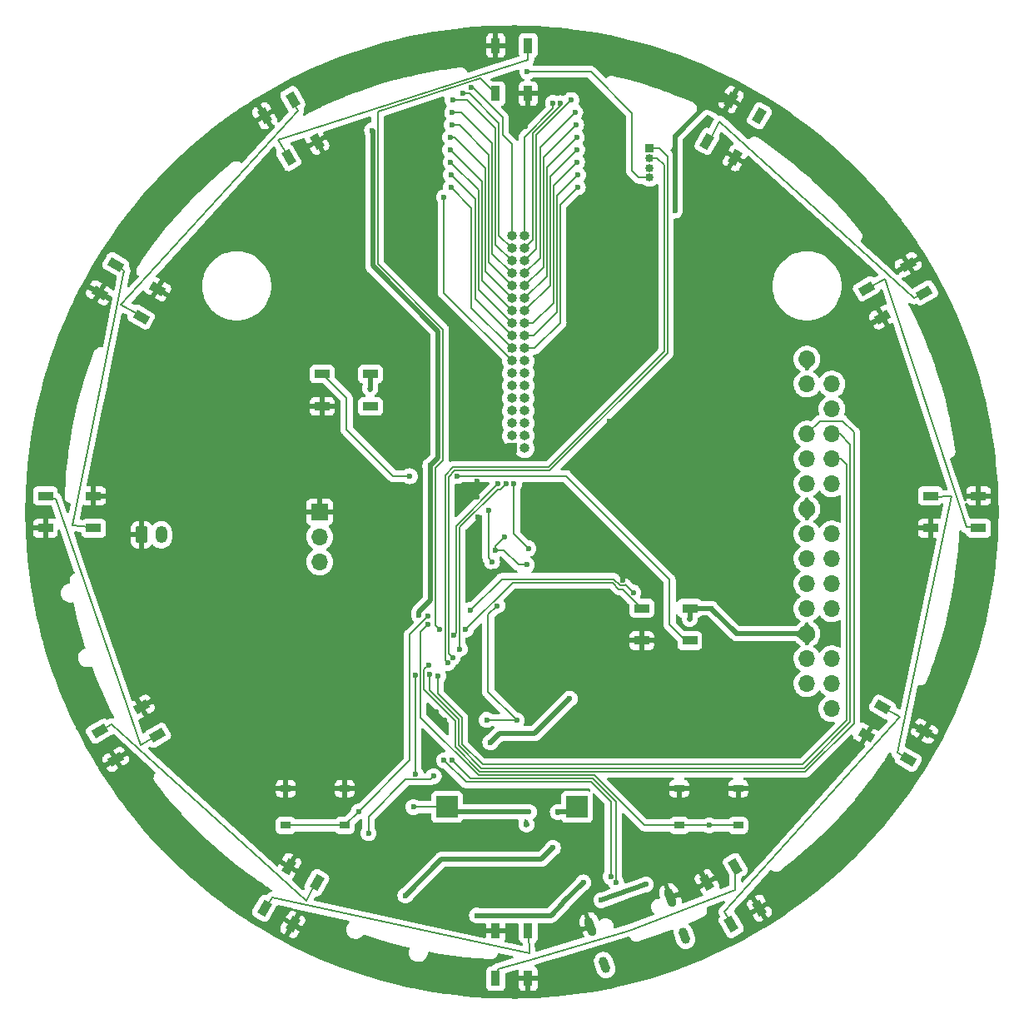
<source format=gbr>
%TF.GenerationSoftware,KiCad,Pcbnew,(6.0.8)*%
%TF.CreationDate,2022-10-25T22:06:49+02:00*%
%TF.ProjectId,Badge_v1,42616467-655f-4763-912e-6b696361645f,rev?*%
%TF.SameCoordinates,Original*%
%TF.FileFunction,Copper,L2,Bot*%
%TF.FilePolarity,Positive*%
%FSLAX46Y46*%
G04 Gerber Fmt 4.6, Leading zero omitted, Abs format (unit mm)*
G04 Created by KiCad (PCBNEW (6.0.8)) date 2022-10-25 22:06:49*
%MOMM*%
%LPD*%
G01*
G04 APERTURE LIST*
G04 Aperture macros list*
%AMRoundRect*
0 Rectangle with rounded corners*
0 $1 Rounding radius*
0 $2 $3 $4 $5 $6 $7 $8 $9 X,Y pos of 4 corners*
0 Add a 4 corners polygon primitive as box body*
4,1,4,$2,$3,$4,$5,$6,$7,$8,$9,$2,$3,0*
0 Add four circle primitives for the rounded corners*
1,1,$1+$1,$2,$3*
1,1,$1+$1,$4,$5*
1,1,$1+$1,$6,$7*
1,1,$1+$1,$8,$9*
0 Add four rect primitives between the rounded corners*
20,1,$1+$1,$2,$3,$4,$5,0*
20,1,$1+$1,$4,$5,$6,$7,0*
20,1,$1+$1,$6,$7,$8,$9,0*
20,1,$1+$1,$8,$9,$2,$3,0*%
%AMHorizOval*
0 Thick line with rounded ends*
0 $1 width*
0 $2 $3 position (X,Y) of the first rounded end (center of the circle)*
0 $4 $5 position (X,Y) of the second rounded end (center of the circle)*
0 Add line between two ends*
20,1,$1,$2,$3,$4,$5,0*
0 Add two circle primitives to create the rounded ends*
1,1,$1,$2,$3*
1,1,$1,$4,$5*%
%AMRotRect*
0 Rectangle, with rotation*
0 The origin of the aperture is its center*
0 $1 length*
0 $2 width*
0 $3 Rotation angle, in degrees counterclockwise*
0 Add horizontal line*
21,1,$1,$2,0,0,$3*%
G04 Aperture macros list end*
%TA.AperFunction,ComponentPad*%
%ADD10HorizOval,0.900000X-0.188111X0.516831X0.188111X-0.516831X0*%
%TD*%
%TA.AperFunction,ComponentPad*%
%ADD11HorizOval,0.900000X-0.136808X0.375877X0.136808X-0.375877X0*%
%TD*%
%TA.AperFunction,ComponentPad*%
%ADD12R,1.700000X1.700000*%
%TD*%
%TA.AperFunction,ComponentPad*%
%ADD13O,1.700000X1.700000*%
%TD*%
%TA.AperFunction,ComponentPad*%
%ADD14RoundRect,0.250000X-0.350000X-0.625000X0.350000X-0.625000X0.350000X0.625000X-0.350000X0.625000X0*%
%TD*%
%TA.AperFunction,ComponentPad*%
%ADD15O,1.200000X1.750000*%
%TD*%
%TA.AperFunction,ComponentPad*%
%ADD16R,1.000000X1.000000*%
%TD*%
%TA.AperFunction,ComponentPad*%
%ADD17O,1.000000X1.000000*%
%TD*%
%TA.AperFunction,ComponentPad*%
%ADD18R,0.850000X0.850000*%
%TD*%
%TA.AperFunction,ComponentPad*%
%ADD19O,0.850000X0.850000*%
%TD*%
%TA.AperFunction,SMDPad,CuDef*%
%ADD20RotRect,1.500000X0.900000X30.000000*%
%TD*%
%TA.AperFunction,SMDPad,CuDef*%
%ADD21RotRect,1.500000X0.900000X300.000000*%
%TD*%
%TA.AperFunction,SMDPad,CuDef*%
%ADD22RotRect,1.500000X0.900000X240.000000*%
%TD*%
%TA.AperFunction,SMDPad,CuDef*%
%ADD23RotRect,1.500000X0.900000X330.000000*%
%TD*%
%TA.AperFunction,SMDPad,CuDef*%
%ADD24RotRect,1.500000X0.900000X120.000000*%
%TD*%
%TA.AperFunction,SMDPad,CuDef*%
%ADD25R,2.200000X2.200000*%
%TD*%
%TA.AperFunction,SMDPad,CuDef*%
%ADD26R,0.900000X1.500000*%
%TD*%
%TA.AperFunction,SMDPad,CuDef*%
%ADD27R,1.500000X0.900000*%
%TD*%
%TA.AperFunction,SMDPad,CuDef*%
%ADD28RotRect,1.500000X0.900000X150.000000*%
%TD*%
%TA.AperFunction,SMDPad,CuDef*%
%ADD29R,1.000000X0.750000*%
%TD*%
%TA.AperFunction,SMDPad,CuDef*%
%ADD30RotRect,1.500000X0.900000X210.000000*%
%TD*%
%TA.AperFunction,SMDPad,CuDef*%
%ADD31RotRect,1.500000X0.900000X60.000000*%
%TD*%
%TA.AperFunction,ViaPad*%
%ADD32C,0.600000*%
%TD*%
%TA.AperFunction,Conductor*%
%ADD33C,0.500000*%
%TD*%
%TA.AperFunction,Conductor*%
%ADD34C,0.200000*%
%TD*%
G04 APERTURE END LIST*
D10*
%TO.P,P1,S1,SHIELD*%
%TO.N,GND*%
X108000429Y-142151689D03*
X116119373Y-139196635D03*
D11*
X109426653Y-146070207D03*
X117545597Y-143115153D03*
%TD*%
D12*
%TO.P,J3,1,Pin_1*%
%TO.N,GND*%
X80435000Y-100000000D03*
D13*
%TO.P,J3,2,Pin_2*%
%TO.N,/SWCLK*%
X80435000Y-102540000D03*
%TO.P,J3,3,Pin_3*%
%TO.N,/SWD*%
X80435000Y-105080000D03*
%TD*%
D14*
%TO.P,J1,1,Pin_1*%
%TO.N,GND*%
X62320000Y-102320000D03*
D15*
%TO.P,J1,2,Pin_2*%
%TO.N,Net-(J1-Pad2)*%
X64320000Y-102320000D03*
%TD*%
D16*
%TO.P,J5,1,Pin_1*%
%TO.N,GND*%
X100000000Y-93520000D03*
D17*
%TO.P,J5,2,Pin_2*%
%TO.N,+3V3*%
X101270000Y-93520000D03*
%TO.P,J5,3,Pin_3*%
%TO.N,/WiFi_BT/IO3*%
X100000000Y-92250000D03*
%TO.P,J5,4,Pin_4*%
%TO.N,VCC*%
X101270000Y-92250000D03*
%TO.P,J5,5,Pin_5*%
%TO.N,/WiFi_BT/IO46*%
X100000000Y-90980000D03*
%TO.P,J5,6,Pin_6*%
%TO.N,/WiFi_BT/IO45*%
X101270000Y-90980000D03*
%TO.P,J5,7,Pin_7*%
%TO.N,/WiFi_BT/IO9*%
X100000000Y-89710000D03*
%TO.P,J5,8,Pin_8*%
%TO.N,/WiFi_BT/IO48*%
X101270000Y-89710000D03*
%TO.P,J5,9,Pin_9*%
%TO.N,/WiFi_BT/IO10*%
X100000000Y-88440000D03*
%TO.P,J5,10,Pin_10*%
%TO.N,/WiFi_BT/IO47*%
X101270000Y-88440000D03*
%TO.P,J5,11,Pin_11*%
%TO.N,/WiFi_BT/IO11*%
X100000000Y-87170000D03*
%TO.P,J5,12,Pin_12*%
%TO.N,/WiFi_BT/IO21*%
X101270000Y-87170000D03*
%TO.P,J5,13,Pin_13*%
%TO.N,/WiFi_BT/IO12*%
X100000000Y-85900000D03*
%TO.P,J5,14,Pin_14*%
%TO.N,/WiFi_BT/IO14*%
X101270000Y-85900000D03*
%TO.P,J5,15,Pin_15*%
%TO.N,/WiFi_BT/IO43*%
X100000000Y-84630000D03*
%TO.P,J5,16,Pin_16*%
%TO.N,/WiFi_BT/IO13*%
X101270000Y-84630000D03*
%TO.P,J5,17,Pin_17*%
%TO.N,/WiFi_BT/IO44*%
X100000000Y-83360000D03*
%TO.P,J5,18,Pin_18*%
%TO.N,/WiFi_BT/IO35*%
X101270000Y-83360000D03*
%TO.P,J5,19,Pin_19*%
%TO.N,/WiFi_BT/IO8*%
X100000000Y-82090000D03*
%TO.P,J5,20,Pin_20*%
%TO.N,/WiFi_BT/IO36*%
X101270000Y-82090000D03*
%TO.P,J5,21,Pin_21*%
%TO.N,/WiFi_BT/IO18*%
X100000000Y-80820000D03*
%TO.P,J5,22,Pin_22*%
%TO.N,/WiFi_BT/IO37*%
X101270000Y-80820000D03*
%TO.P,J5,23,Pin_23*%
%TO.N,/WiFi_BT/IO17*%
X100000000Y-79550000D03*
%TO.P,J5,24,Pin_24*%
%TO.N,/WiFi_BT/IO38*%
X101270000Y-79550000D03*
%TO.P,J5,25,Pin_25*%
%TO.N,/WiFi_BT/IO16*%
X100000000Y-78280000D03*
%TO.P,J5,26,Pin_26*%
%TO.N,/WiFi_BT/IO39*%
X101270000Y-78280000D03*
%TO.P,J5,27,Pin_27*%
%TO.N,/WiFi_BT/IO15*%
X100000000Y-77010000D03*
%TO.P,J5,28,Pin_28*%
%TO.N,/WiFi_BT/IO40*%
X101270000Y-77010000D03*
%TO.P,J5,29,Pin_29*%
%TO.N,/WiFi_BT/IO7*%
X100000000Y-75740000D03*
%TO.P,J5,30,Pin_30*%
%TO.N,/WiFi_BT/IO41*%
X101270000Y-75740000D03*
%TO.P,J5,31,Pin_31*%
%TO.N,/WiFi_BT/IO6*%
X100000000Y-74470000D03*
%TO.P,J5,32,Pin_32*%
%TO.N,/WiFi_BT/IO42*%
X101270000Y-74470000D03*
%TO.P,J5,33,Pin_33*%
%TO.N,/WiFi_BT/IO5*%
X100000000Y-73200000D03*
%TO.P,J5,34,Pin_34*%
%TO.N,/WiFi_BT/IO2*%
X101270000Y-73200000D03*
%TO.P,J5,35,Pin_35*%
%TO.N,/WiFi_BT/IO4*%
X100000000Y-71930000D03*
%TO.P,J5,36,Pin_36*%
%TO.N,/WiFi_BT/IO1*%
X101270000Y-71930000D03*
%TD*%
D18*
%TO.P,J2,1,Pin_1*%
%TO.N,/GPIO24*%
X114000000Y-63000000D03*
D19*
%TO.P,J2,2,Pin_2*%
%TO.N,/GPIO25*%
X114000000Y-64000000D03*
%TO.P,J2,3,Pin_3*%
%TO.N,/ESP_BOOT*%
X114000000Y-65000000D03*
%TO.P,J2,4,Pin_4*%
%TO.N,/ESP_EN*%
X114000000Y-66000000D03*
%TD*%
D12*
%TO.P,J4,1,Pin_1*%
%TO.N,GND*%
X130000000Y-120000000D03*
D13*
%TO.P,J4,2,Pin_2*%
%TO.N,/GPIO_0*%
X132540000Y-120000000D03*
%TO.P,J4,3,Pin_3*%
%TO.N,/GPIO_1*%
X130000000Y-117460000D03*
%TO.P,J4,4,Pin_4*%
%TO.N,/GPIO_2*%
X132540000Y-117460000D03*
%TO.P,J4,5,Pin_5*%
%TO.N,/GPIO_3*%
X130000000Y-114920000D03*
%TO.P,J4,6,Pin_6*%
%TO.N,/GPIO_4*%
X132540000Y-114920000D03*
%TO.P,J4,7,Pin_7*%
%TO.N,VCC*%
X130000000Y-112380000D03*
%TO.P,J4,8,Pin_8*%
%TO.N,GND*%
X132540000Y-112380000D03*
%TO.P,J4,9,Pin_9*%
%TO.N,/GPIO_5*%
X130000000Y-109840000D03*
%TO.P,J4,10,Pin_10*%
%TO.N,/GPIO_6*%
X132540000Y-109840000D03*
%TO.P,J4,11,Pin_11*%
%TO.N,/GPIO_7*%
X130000000Y-107300000D03*
%TO.P,J4,12,Pin_12*%
%TO.N,/GPIO_8*%
X132540000Y-107300000D03*
%TO.P,J4,13,Pin_13*%
%TO.N,/GPIO_9*%
X130000000Y-104760000D03*
%TO.P,J4,14,Pin_14*%
%TO.N,/GPIO_10*%
X132540000Y-104760000D03*
%TO.P,J4,15,Pin_15*%
%TO.N,/GPIO_11*%
X130000000Y-102220000D03*
%TO.P,J4,16,Pin_16*%
%TO.N,/GPIO_12*%
X132540000Y-102220000D03*
%TO.P,J4,17,Pin_17*%
%TO.N,VCC*%
X130000000Y-99680000D03*
%TO.P,J4,18,Pin_18*%
%TO.N,GND*%
X132540000Y-99680000D03*
%TO.P,J4,19,Pin_19*%
%TO.N,/GPIO_13*%
X130000000Y-97140000D03*
%TO.P,J4,20,Pin_20*%
%TO.N,/GPIO_14*%
X132540000Y-97140000D03*
%TO.P,J4,21,Pin_21*%
%TO.N,/GPIO_15*%
X130000000Y-94600000D03*
%TO.P,J4,22,Pin_22*%
%TO.N,/ADC_2*%
X132540000Y-94600000D03*
%TO.P,J4,23,Pin_23*%
%TO.N,/ADC_0*%
X130000000Y-92060000D03*
%TO.P,J4,24,Pin_24*%
%TO.N,/ADC_1*%
X132540000Y-92060000D03*
%TO.P,J4,25,Pin_25*%
%TO.N,GND*%
X130000000Y-89520000D03*
%TO.P,J4,26,Pin_26*%
%TO.N,/RUN*%
X132540000Y-89520000D03*
%TO.P,J4,27,Pin_27*%
%TO.N,+3V3*%
X130000000Y-86980000D03*
%TO.P,J4,28,Pin_28*%
X132540000Y-86980000D03*
%TO.P,J4,29,Pin_29*%
%TO.N,VCC*%
X130000000Y-84440000D03*
%TO.P,J4,30,Pin_30*%
%TO.N,GND*%
X132540000Y-84440000D03*
%TD*%
D20*
%TO.P,D5,1,VDD*%
%TO.N,VCC*%
X59703238Y-125153942D03*
%TO.P,D5,2,DOUT*%
%TO.N,Net-(D5-Pad2)*%
X58053238Y-122296058D03*
%TO.P,D5,3,VSS*%
%TO.N,GND*%
X62296762Y-119846058D03*
%TO.P,D5,4,DIN*%
%TO.N,Net-(D4-Pad2)*%
X63946762Y-122703942D03*
%TD*%
D21*
%TO.P,D2,1,VDD*%
%TO.N,VCC*%
X74846058Y-59703238D03*
%TO.P,D2,2,DOUT*%
%TO.N,Net-(D2-Pad2)*%
X77703942Y-58053238D03*
%TO.P,D2,3,VSS*%
%TO.N,GND*%
X80153942Y-62296762D03*
%TO.P,D2,4,DIN*%
%TO.N,Net-(D1-Pad2)*%
X77296058Y-63946762D03*
%TD*%
D22*
%TO.P,D12,1,VDD*%
%TO.N,VCC*%
X122296058Y-58053238D03*
%TO.P,D12,2,DOUT*%
%TO.N,/Circle Led/DATA_OUT*%
X125153942Y-59703238D03*
%TO.P,D12,3,VSS*%
%TO.N,GND*%
X122703942Y-63946762D03*
%TO.P,D12,4,DIN*%
%TO.N,Net-(D11-Pad2)*%
X119846058Y-62296762D03*
%TD*%
D23*
%TO.P,D3,1,VDD*%
%TO.N,VCC*%
X58053238Y-77703942D03*
%TO.P,D3,2,DOUT*%
%TO.N,Net-(D3-Pad2)*%
X59703238Y-74846058D03*
%TO.P,D3,3,VSS*%
%TO.N,GND*%
X63946762Y-77296058D03*
%TO.P,D3,4,DIN*%
%TO.N,Net-(D2-Pad2)*%
X62296762Y-80153942D03*
%TD*%
D24*
%TO.P,D8,1,VDD*%
%TO.N,VCC*%
X125153942Y-140296762D03*
%TO.P,D8,2,DOUT*%
%TO.N,Net-(D8-Pad2)*%
X122296058Y-141946762D03*
%TO.P,D8,3,VSS*%
%TO.N,GND*%
X119846058Y-137703238D03*
%TO.P,D8,4,DIN*%
%TO.N,Net-(D7-Pad2)*%
X122703942Y-136053238D03*
%TD*%
D25*
%TO.P,BZ1,1,-*%
%TO.N,VCC*%
X106600000Y-130000000D03*
%TO.P,BZ1,2,+*%
%TO.N,Net-(BZ1-Pad2)*%
X93400000Y-130000000D03*
%TD*%
D26*
%TO.P,D1,1,VDD*%
%TO.N,VCC*%
X98350000Y-52550000D03*
%TO.P,D1,2,DOUT*%
%TO.N,Net-(D1-Pad2)*%
X101650000Y-52550000D03*
%TO.P,D1,3,VSS*%
%TO.N,GND*%
X101650000Y-57450000D03*
%TO.P,D1,4,DIN*%
%TO.N,/LED_STRIPE*%
X98350000Y-57450000D03*
%TD*%
D27*
%TO.P,D13,1,VDD*%
%TO.N,VCC*%
X118090000Y-109780000D03*
%TO.P,D13,2,DOUT*%
%TO.N,Net-(D13-Pad2)*%
X118090000Y-113080000D03*
%TO.P,D13,3,VSS*%
%TO.N,GND*%
X113190000Y-113080000D03*
%TO.P,D13,4,DIN*%
%TO.N,/LED_POST*%
X113190000Y-109780000D03*
%TD*%
D28*
%TO.P,D9,1,VDD*%
%TO.N,VCC*%
X141946762Y-122296058D03*
%TO.P,D9,2,DOUT*%
%TO.N,Net-(D10-Pad4)*%
X140296762Y-125153942D03*
%TO.P,D9,3,VSS*%
%TO.N,GND*%
X136053238Y-122703942D03*
%TO.P,D9,4,DIN*%
%TO.N,Net-(D8-Pad2)*%
X137703238Y-119846058D03*
%TD*%
D29*
%TO.P,SW6,1*%
%TO.N,GND*%
X123000000Y-128125000D03*
X117000000Y-128125000D03*
%TO.P,SW6,2*%
%TO.N,/SW_2*%
X123000000Y-131875000D03*
X117000000Y-131875000D03*
%TD*%
D27*
%TO.P,D4,1,VDD*%
%TO.N,VCC*%
X52550000Y-101650000D03*
%TO.P,D4,2,DOUT*%
%TO.N,Net-(D4-Pad2)*%
X52550000Y-98350000D03*
%TO.P,D4,3,VSS*%
%TO.N,GND*%
X57450000Y-98350000D03*
%TO.P,D4,4,DIN*%
%TO.N,Net-(D3-Pad2)*%
X57450000Y-101650000D03*
%TD*%
D29*
%TO.P,SW5,1*%
%TO.N,GND*%
X77000000Y-128125000D03*
X83000000Y-128125000D03*
%TO.P,SW5,2*%
%TO.N,/SW_1*%
X77000000Y-131875000D03*
X83000000Y-131875000D03*
%TD*%
D26*
%TO.P,D7,1,VDD*%
%TO.N,VCC*%
X101650000Y-147450000D03*
%TO.P,D7,2,DOUT*%
%TO.N,Net-(D7-Pad2)*%
X98350000Y-147450000D03*
%TO.P,D7,3,VSS*%
%TO.N,GND*%
X98350000Y-142550000D03*
%TO.P,D7,4,DIN*%
%TO.N,Net-(D6-Pad2)*%
X101650000Y-142550000D03*
%TD*%
D30*
%TO.P,D11,1,VDD*%
%TO.N,VCC*%
X140296762Y-74846058D03*
%TO.P,D11,2,DOUT*%
%TO.N,Net-(D11-Pad2)*%
X141946762Y-77703942D03*
%TO.P,D11,3,VSS*%
%TO.N,GND*%
X137703238Y-80153942D03*
%TO.P,D11,4,DIN*%
%TO.N,Net-(D10-Pad2)*%
X136053238Y-77296058D03*
%TD*%
D27*
%TO.P,D10,1,VDD*%
%TO.N,VCC*%
X147450000Y-98350000D03*
%TO.P,D10,2,DOUT*%
%TO.N,Net-(D10-Pad2)*%
X147450000Y-101650000D03*
%TO.P,D10,3,VSS*%
%TO.N,GND*%
X142550000Y-101650000D03*
%TO.P,D10,4,DIN*%
%TO.N,Net-(D10-Pad4)*%
X142550000Y-98350000D03*
%TD*%
D31*
%TO.P,D6,1,VDD*%
%TO.N,VCC*%
X77703942Y-141946762D03*
%TO.P,D6,2,DOUT*%
%TO.N,Net-(D6-Pad2)*%
X74846058Y-140296762D03*
%TO.P,D6,3,VSS*%
%TO.N,GND*%
X77296058Y-136053238D03*
%TO.P,D6,4,DIN*%
%TO.N,Net-(D5-Pad2)*%
X80153942Y-137703238D03*
%TD*%
D27*
%TO.P,D14,1,VDD*%
%TO.N,VCC*%
X85620000Y-85960000D03*
%TO.P,D14,2,DOUT*%
%TO.N,/Logo Led/DATA_OUT*%
X85620000Y-89260000D03*
%TO.P,D14,3,VSS*%
%TO.N,GND*%
X80720000Y-89260000D03*
%TO.P,D14,4,DIN*%
%TO.N,Net-(D13-Pad2)*%
X80720000Y-85960000D03*
%TD*%
D32*
%TO.N,GND*%
X109840000Y-102050000D03*
X107080000Y-123630000D03*
X74570000Y-87510000D03*
X135750000Y-104020000D03*
X100050000Y-142550000D03*
X101340000Y-59420000D03*
X121130000Y-87700000D03*
X89890000Y-86010000D03*
X71940000Y-109980000D03*
X109890000Y-95920000D03*
X98710000Y-113730000D03*
X109830000Y-87120000D03*
X125880000Y-124000000D03*
X89870000Y-82870000D03*
X87600000Y-132240000D03*
X102940000Y-98090000D03*
X57475000Y-100025000D03*
X78675000Y-63150000D03*
X90990000Y-134940000D03*
X87870000Y-60060000D03*
X71920000Y-108340000D03*
X126690000Y-123950000D03*
X110490000Y-105156000D03*
X108840000Y-129630000D03*
X87380000Y-92050000D03*
X99900000Y-60860000D03*
X102770000Y-102770000D03*
X123600000Y-124050000D03*
X71970000Y-105060000D03*
X121250000Y-118270000D03*
X121250000Y-119050000D03*
X109850000Y-97780000D03*
X100230000Y-138000000D03*
X121210000Y-120490000D03*
X89270000Y-132170000D03*
X71970000Y-106700000D03*
X71920000Y-111920000D03*
X135790000Y-97170000D03*
X107730000Y-108600000D03*
X75900000Y-86260000D03*
X120960000Y-104870000D03*
X99900000Y-59460000D03*
X78670000Y-111870000D03*
X81210000Y-84320000D03*
X101650000Y-108380000D03*
X101350000Y-60820000D03*
X121190000Y-90540000D03*
X135760000Y-104950000D03*
X63150000Y-121325000D03*
X72190000Y-113640000D03*
X63075000Y-78750000D03*
X79160000Y-94870000D03*
X75260000Y-114090000D03*
X135740000Y-101390000D03*
X90110000Y-75080000D03*
X135790000Y-95380000D03*
X121170000Y-89060000D03*
X77760000Y-85160000D03*
X79400000Y-84650000D03*
X71890000Y-103360000D03*
X72430000Y-92130000D03*
X142550000Y-99950000D03*
X117094000Y-108204000D03*
X127500000Y-123700000D03*
X101260000Y-115000000D03*
X98700000Y-116280000D03*
X88360000Y-131720000D03*
X89870000Y-84510000D03*
X99610000Y-139360000D03*
X127760000Y-122270000D03*
X135780000Y-92660000D03*
X98810000Y-136680000D03*
X101440000Y-97220000D03*
X135770000Y-90030000D03*
X76890000Y-114110000D03*
X88190000Y-134220000D03*
X120280000Y-106480000D03*
X89840000Y-99920000D03*
X78420000Y-113500000D03*
X135780000Y-93520000D03*
X103230000Y-104850000D03*
X96490000Y-101640000D03*
X111150000Y-113840000D03*
X107640000Y-105370000D03*
X109570000Y-113840000D03*
X109790000Y-108630000D03*
X87410000Y-85570000D03*
X119180000Y-107730000D03*
X109630000Y-85520000D03*
X88900000Y-134960000D03*
X97400000Y-136620000D03*
X135760000Y-106740000D03*
X84620000Y-90770000D03*
X93170000Y-121990000D03*
X93150000Y-121190000D03*
X109950000Y-103440000D03*
X72020000Y-95170000D03*
X101280000Y-116260000D03*
X98680000Y-115020000D03*
X124370000Y-124050000D03*
X89950000Y-135650000D03*
X88990000Y-86370000D03*
X100240000Y-136710000D03*
X135750000Y-103090000D03*
X109920000Y-99420000D03*
X78910000Y-97380000D03*
X81830000Y-90820000D03*
X135760000Y-105810000D03*
X96470000Y-96889500D03*
X121170000Y-92140000D03*
X136850000Y-78675000D03*
X88650000Y-120600000D03*
X91700000Y-134200000D03*
X121130000Y-86310000D03*
X121250000Y-103040000D03*
X89760000Y-97840000D03*
X108800000Y-131980000D03*
X98190000Y-106040000D03*
X124080000Y-85100000D03*
X78775000Y-136900000D03*
X109890000Y-90790000D03*
X73720000Y-114070000D03*
X96510000Y-100530000D03*
X96560000Y-106330000D03*
X90620000Y-132150000D03*
X89840000Y-76640000D03*
X88690000Y-116490000D03*
X121230000Y-119810000D03*
X71970000Y-100060000D03*
X135740000Y-99600000D03*
X100000000Y-115000000D03*
X121210000Y-121170000D03*
X92260000Y-133230000D03*
X99900000Y-58060000D03*
X101180000Y-123940000D03*
X108650000Y-124060000D03*
X127780000Y-123010000D03*
X111252000Y-106934000D03*
X100020000Y-116260000D03*
X73640000Y-88940000D03*
X121170000Y-93890000D03*
X109870000Y-92390000D03*
X100030000Y-113710000D03*
X136925000Y-121225000D03*
X122650000Y-85030000D03*
X72080000Y-93610000D03*
X92330000Y-120310000D03*
X108820000Y-130630000D03*
X102550000Y-97220000D03*
X96480000Y-98440000D03*
X109870000Y-94140000D03*
X89890000Y-87210000D03*
X89840000Y-102320000D03*
X135750000Y-102230000D03*
X92290000Y-132220000D03*
X88670000Y-117820000D03*
X121110000Y-98910000D03*
X80000000Y-92190000D03*
X84980000Y-84450000D03*
X71970000Y-101780000D03*
X135790000Y-96240000D03*
X72000000Y-96860000D03*
X135770000Y-91820000D03*
X87630000Y-133250000D03*
X121225000Y-63075000D03*
X83060000Y-84240000D03*
X89790000Y-81480000D03*
X127730000Y-121510000D03*
X121490000Y-85400000D03*
X102950000Y-99420000D03*
X125100000Y-124040000D03*
X135770000Y-90890000D03*
X72980000Y-90410000D03*
X78740000Y-108270000D03*
X108120000Y-85190000D03*
X135780000Y-94450000D03*
X72000000Y-98580000D03*
X88670000Y-119150000D03*
X101290000Y-113710000D03*
X88680000Y-122040000D03*
X91530000Y-131700000D03*
X121190000Y-95670000D03*
X78690000Y-110080000D03*
X92320000Y-121100000D03*
X121325000Y-136850000D03*
X90010000Y-132890000D03*
X106260000Y-104820000D03*
X91820000Y-74790000D03*
X135740000Y-100460000D03*
X89460000Y-95060000D03*
X121150000Y-97530000D03*
%TO.N,VCC*%
X141074999Y-76200000D03*
X123800000Y-141074999D03*
X118080000Y-110860000D03*
X76353543Y-141155913D03*
X116586000Y-69342000D03*
X141180913Y-123646457D03*
X76200000Y-58925000D03*
X123646457Y-58819087D03*
X147446457Y-99919087D03*
X100080913Y-147446457D03*
X52578543Y-100055913D03*
X104660000Y-130510000D03*
X94580000Y-146630000D03*
X58819087Y-76328543D03*
X101460000Y-131760000D03*
X58925001Y-123800000D03*
X85580000Y-87440000D03*
%TO.N,Net-(BZ1-Pad2)*%
X89980000Y-130000000D03*
X101730000Y-130510000D03*
%TO.N,+3V3*%
X90540000Y-110480000D03*
X92040000Y-126860000D03*
X85400000Y-132670000D03*
X101500000Y-105370000D03*
X105870000Y-118980000D03*
X97810000Y-123430000D03*
X91695466Y-95281512D03*
X85780500Y-61190000D03*
X98290000Y-103890000D03*
X99260000Y-102520000D03*
%TO.N,+1V1*%
X100490000Y-121200000D03*
X98507086Y-109530026D03*
X97425000Y-121145000D03*
%TO.N,/ESP_EN*%
X101560000Y-55230000D03*
%TO.N,VBUS*%
X109090000Y-139490000D03*
X113607705Y-137872295D03*
%TO.N,/LED_POST*%
X95300000Y-111960000D03*
%TO.N,/LED_STRIPE*%
X92640000Y-111950000D03*
%TO.N,Net-(D13-Pad2)*%
X89610000Y-96360000D03*
X94390500Y-96340000D03*
%TO.N,/ADC_3*%
X90160500Y-116620000D03*
X90210000Y-126640000D03*
%TO.N,/ADC_0*%
X91530000Y-115570000D03*
%TO.N,/ADC_1*%
X91609500Y-116470000D03*
%TO.N,/RUN*%
X95810000Y-109960500D03*
X112341444Y-108191444D03*
%TO.N,/GPIO24*%
X93980000Y-114809500D03*
%TO.N,/GPIO25*%
X93476794Y-115364962D03*
%TO.N,/WiFi_BT/IO15*%
X93870000Y-60630000D03*
%TO.N,/WiFi_BT/IO4*%
X95827398Y-56824370D03*
%TO.N,/WiFi_BT/IO16*%
X93720000Y-61900000D03*
%TO.N,/WiFi_BT/IO17*%
X93700000Y-63160000D03*
%TO.N,/WiFi_BT/IO5*%
X95040000Y-57410000D03*
%TO.N,/WiFi_BT/IO18*%
X93770000Y-64440000D03*
%TO.N,/WiFi_BT/IO35*%
X106690000Y-66980000D03*
%TO.N,/USB_D+*%
X110591773Y-137668182D03*
X93880000Y-125240500D03*
%TO.N,/USB_D-*%
X93100000Y-125250000D03*
X110040500Y-137093522D03*
%TO.N,Net-(C1-Pad1)*%
X96450000Y-141040000D03*
X107260000Y-137680000D03*
%TO.N,/SW_1*%
X84422500Y-130452500D03*
X91490000Y-110600000D03*
%TO.N,/SW_2*%
X120075000Y-131875000D03*
X91460000Y-111440000D03*
%TO.N,/I2C_SCL*%
X94687584Y-113934644D03*
X99390000Y-97120000D03*
%TO.N,/I2C_SDA*%
X94097996Y-112499500D03*
X98590000Y-97130000D03*
%TO.N,Net-(Q1-Pad1)*%
X89170000Y-138990000D03*
X104150000Y-134160000D03*
%TO.N,Net-(R24-Pad2)*%
X100200000Y-97140000D03*
X101670500Y-103705744D03*
%TO.N,/Gyros/INT_S1*%
X97600000Y-99800000D03*
X97972168Y-105042587D03*
%TO.N,/WiFi_BT/IO6*%
X93970000Y-58090000D03*
%TO.N,/WiFi_BT/IO7*%
X93920000Y-59360000D03*
%TO.N,/WiFi_BT/IO8*%
X93790000Y-65710000D03*
%TO.N,/WiFi_BT/IO44*%
X93800000Y-66980000D03*
%TO.N,/WiFi_BT/IO43*%
X93090000Y-67990000D03*
%TO.N,/WiFi_BT/IO2*%
X104931444Y-58421444D03*
%TO.N,/WiFi_BT/IO1*%
X104182715Y-58387395D03*
%TO.N,/WiFi_BT/IO36*%
X106710000Y-65710000D03*
%TO.N,/WiFi_BT/IO37*%
X106620000Y-64440000D03*
%TO.N,/WiFi_BT/IO38*%
X106620000Y-63170000D03*
%TO.N,/WiFi_BT/IO39*%
X106590000Y-61890000D03*
%TO.N,/WiFi_BT/IO40*%
X106530000Y-60630000D03*
%TO.N,/WiFi_BT/IO41*%
X106430000Y-59360000D03*
%TO.N,/WiFi_BT/IO42*%
X106035000Y-58095000D03*
%TO.N,/ADC_2*%
X92490000Y-116650500D03*
%TD*%
D33*
%TO.N,VCC*%
X116586000Y-69342000D02*
X116586000Y-61794000D01*
X122880000Y-112380000D02*
X120280000Y-109780000D01*
X120280000Y-109780000D02*
X118090000Y-109780000D01*
X120733238Y-58053238D02*
X122296058Y-58053238D01*
X116586000Y-61794000D02*
X120530000Y-57850000D01*
X85620000Y-85960000D02*
X85620000Y-87400000D01*
D34*
X118090000Y-110870000D02*
X118080000Y-110860000D01*
X117910000Y-109960000D02*
X118090000Y-109780000D01*
D33*
X85620000Y-87400000D02*
X85580000Y-87440000D01*
X106090000Y-130510000D02*
X106600000Y-130000000D01*
X130000000Y-112380000D02*
X122880000Y-112380000D01*
X118090000Y-109780000D02*
X118090000Y-110870000D01*
X120530000Y-57850000D02*
X120733238Y-58053238D01*
X104660000Y-130510000D02*
X106090000Y-130510000D01*
D34*
%TO.N,Net-(BZ1-Pad2)*%
X89980000Y-130000000D02*
X93400000Y-130000000D01*
D33*
X93910000Y-130510000D02*
X93400000Y-130000000D01*
X101730000Y-130510000D02*
X93910000Y-130510000D01*
%TO.N,+3V3*%
X91699403Y-95285449D02*
X91695466Y-95281512D01*
D34*
X85400000Y-130990000D02*
X89200000Y-127190000D01*
D33*
X85830000Y-61239500D02*
X85780500Y-61190000D01*
D34*
X100640000Y-105370000D02*
X99160000Y-103890000D01*
D33*
X92480000Y-81627107D02*
X85830000Y-74977107D01*
X90540000Y-110480000D02*
X90540000Y-110120050D01*
D34*
X85400000Y-132670000D02*
X85400000Y-130990000D01*
D33*
X97810000Y-123430000D02*
X98700000Y-122540000D01*
D34*
X99160000Y-103890000D02*
X98290000Y-103890000D01*
X89200000Y-127190000D02*
X91710000Y-127190000D01*
D33*
X91699403Y-108960647D02*
X91699403Y-95285449D01*
D34*
X101500000Y-105370000D02*
X100640000Y-105370000D01*
X98290000Y-103890000D02*
X98290000Y-103490000D01*
D33*
X90540000Y-110120050D02*
X91699403Y-108960647D01*
X98700000Y-122540000D02*
X102310000Y-122540000D01*
D34*
X91710000Y-127190000D02*
X92040000Y-126860000D01*
X98290000Y-103490000D02*
X99260000Y-102520000D01*
D33*
X85830000Y-74977107D02*
X85830000Y-61239500D01*
X92480000Y-94496978D02*
X92480000Y-81627107D01*
X91695466Y-95281512D02*
X92480000Y-94496978D01*
X102310000Y-122540000D02*
X105870000Y-118980000D01*
D34*
%TO.N,+1V1*%
X100435000Y-121145000D02*
X100490000Y-121200000D01*
X97590000Y-110447112D02*
X97590000Y-118300000D01*
X98507086Y-109530026D02*
X97590000Y-110447112D01*
X97425000Y-121145000D02*
X100435000Y-121145000D01*
X97590000Y-118300000D02*
X100490000Y-121200000D01*
%TO.N,/ESP_EN*%
X108010000Y-55230000D02*
X112190000Y-59410000D01*
X112190000Y-65280000D02*
X112910000Y-66000000D01*
X101560000Y-55230000D02*
X108010000Y-55230000D01*
X112190000Y-59410000D02*
X112190000Y-65280000D01*
X112910000Y-66000000D02*
X114000000Y-66000000D01*
D33*
%TO.N,VBUS*%
X109090000Y-139490000D02*
X113607705Y-137872295D01*
D34*
%TO.N,Net-(D3-Pad2)*%
X57010876Y-101496594D02*
X55320000Y-101320000D01*
X60586017Y-75450740D02*
X59317961Y-74707080D01*
X55320000Y-101320000D02*
X60586017Y-75450740D01*
%TO.N,Net-(D1-Pad2)*%
X101640000Y-54020000D02*
X101650000Y-52550000D01*
X77296058Y-63946762D02*
X76170000Y-62170000D01*
X76170000Y-62170000D02*
X101640000Y-54020000D01*
%TO.N,/LED_POST*%
X111244000Y-107834000D02*
X111791444Y-108381444D01*
X112113626Y-108741444D02*
X112151444Y-108741444D01*
X110879208Y-107834000D02*
X111244000Y-107834000D01*
X112151444Y-108741444D02*
X113190000Y-109780000D01*
X110215208Y-107170000D02*
X110879208Y-107834000D01*
X100090000Y-107170000D02*
X110215208Y-107170000D01*
X95300000Y-111960000D02*
X100090000Y-107170000D01*
X111791444Y-108381444D02*
X111791444Y-108419262D01*
X111791444Y-108419262D02*
X112113626Y-108741444D01*
%TO.N,/LED_STRIPE*%
X92199403Y-95500597D02*
X92980000Y-94720000D01*
X86330000Y-59310000D02*
X86364644Y-59275356D01*
X92980000Y-94720000D02*
X92980000Y-81420001D01*
X92980000Y-81420001D02*
X86330000Y-74770000D01*
X92199403Y-111509403D02*
X92199403Y-95500597D01*
X92640000Y-111950000D02*
X92199403Y-111509403D01*
X86364644Y-59275356D02*
X96827429Y-55927429D01*
X86330000Y-74770000D02*
X86330000Y-59310000D01*
X96827429Y-55927429D02*
X98350000Y-57450000D01*
%TO.N,Net-(D13-Pad2)*%
X87920000Y-96360000D02*
X83190000Y-91630000D01*
X89610000Y-96360000D02*
X87920000Y-96360000D01*
X116040000Y-106880000D02*
X116040000Y-111470000D01*
X117650000Y-113080000D02*
X118090000Y-113080000D01*
X94390500Y-96340000D02*
X105500000Y-96340000D01*
X83190000Y-91630000D02*
X83190000Y-88430000D01*
X83190000Y-88430000D02*
X80720000Y-85960000D01*
X105500000Y-96340000D02*
X116040000Y-106880000D01*
X116040000Y-111470000D02*
X117650000Y-113080000D01*
%TO.N,Net-(D2-Pad2)*%
X78230879Y-59159047D02*
X77504540Y-57880990D01*
X60248212Y-78952153D02*
X78230879Y-59159047D01*
X62111788Y-79927847D02*
X60248212Y-78952153D01*
%TO.N,/ADC_3*%
X90170000Y-116629500D02*
X90170000Y-126600000D01*
X90170000Y-126600000D02*
X90210000Y-126640000D01*
X90160500Y-116620000D02*
X90170000Y-116629500D01*
%TO.N,/ADC_0*%
X94210000Y-121210000D02*
X94210000Y-123885026D01*
X131320000Y-90740000D02*
X130000000Y-92060000D01*
X96714974Y-126390000D02*
X129840000Y-126390000D01*
X91060000Y-118060000D02*
X94210000Y-121210000D01*
X134760000Y-121470000D02*
X134760000Y-91890000D01*
X91060000Y-116040000D02*
X91060000Y-118060000D01*
X133610000Y-90740000D02*
X131320000Y-90740000D01*
X134760000Y-91890000D02*
X133610000Y-90740000D01*
X94210000Y-123885026D02*
X96714974Y-126390000D01*
X129840000Y-126390000D02*
X134760000Y-121470000D01*
X91530000Y-115570000D02*
X91060000Y-116040000D01*
%TO.N,/ADC_1*%
X91609500Y-116470000D02*
X91609500Y-118114526D01*
X133320000Y-92060000D02*
X132540000Y-92060000D01*
X91609500Y-118114526D02*
X94560000Y-121065026D01*
X129695026Y-126040000D02*
X134410000Y-121325026D01*
X134410000Y-121325026D02*
X134410000Y-93150000D01*
X94560000Y-121065026D02*
X94560000Y-123740052D01*
X96859948Y-126040000D02*
X129695026Y-126040000D01*
X94560000Y-123740052D02*
X96859948Y-126040000D01*
X134410000Y-93150000D02*
X133320000Y-92060000D01*
%TO.N,/RUN*%
X111556909Y-107406909D02*
X112341444Y-108191444D01*
X95810000Y-109960500D02*
X98950500Y-106820000D01*
X98950500Y-106820000D02*
X110360182Y-106820000D01*
X110360182Y-106820000D02*
X111024182Y-107484000D01*
X111479818Y-107484000D02*
X111556909Y-107406909D01*
X111024182Y-107484000D02*
X111479818Y-107484000D01*
%TO.N,/GPIO24*%
X93548496Y-114377996D02*
X93548496Y-96404186D01*
X115824000Y-83820000D02*
X115824000Y-63824000D01*
X115000000Y-63000000D02*
X114000000Y-63000000D01*
X103854000Y-95790000D02*
X115824000Y-83820000D01*
X93980000Y-114809500D02*
X93548496Y-114377996D01*
X115824000Y-63824000D02*
X115000000Y-63000000D01*
X94162682Y-95790000D02*
X103854000Y-95790000D01*
X93548496Y-96404186D02*
X94162682Y-95790000D01*
%TO.N,/GPIO25*%
X93198496Y-96259212D02*
X94017708Y-95440000D01*
X114750000Y-64000000D02*
X114000000Y-64000000D01*
X115474000Y-83675026D02*
X115474000Y-64724000D01*
X93198496Y-115086664D02*
X93198496Y-96259212D01*
X94017708Y-95440000D02*
X103709026Y-95440000D01*
X93476794Y-115364962D02*
X93198496Y-115086664D01*
X103709026Y-95440000D02*
X115474000Y-83675026D01*
X115474000Y-64724000D02*
X114750000Y-64000000D01*
%TO.N,/WiFi_BT/IO15*%
X93870000Y-60630000D02*
X94630000Y-60630000D01*
X98280000Y-75270000D02*
X98280000Y-75290000D01*
X97640000Y-74630000D02*
X98280000Y-75270000D01*
X97640000Y-63640000D02*
X97640000Y-74630000D01*
X98280000Y-75290000D02*
X100000000Y-77010000D01*
X94630000Y-60630000D02*
X97640000Y-63640000D01*
%TO.N,/WiFi_BT/IO4*%
X99040000Y-61660000D02*
X100000000Y-62620000D01*
X95827398Y-56824370D02*
X95994370Y-56824370D01*
X100000000Y-62620000D02*
X100000000Y-71930000D01*
X99040000Y-59870000D02*
X99040000Y-61660000D01*
X95994370Y-56824370D02*
X99040000Y-59870000D01*
%TO.N,/WiFi_BT/IO16*%
X97290000Y-65070000D02*
X97290000Y-75570000D01*
X94120000Y-61900000D02*
X97290000Y-65070000D01*
X97290000Y-75570000D02*
X100000000Y-78280000D01*
X93720000Y-61900000D02*
X94120000Y-61900000D01*
%TO.N,/WiFi_BT/IO17*%
X96940000Y-66400000D02*
X96940000Y-76490000D01*
X93700000Y-63160000D02*
X96940000Y-66400000D01*
X96940000Y-76490000D02*
X100000000Y-79550000D01*
%TO.N,/WiFi_BT/IO5*%
X98690000Y-60430000D02*
X98690000Y-71890000D01*
X98690000Y-71890000D02*
X100000000Y-73200000D01*
X95040000Y-57410000D02*
X95670000Y-57410000D01*
X95670000Y-57410000D02*
X98690000Y-60430000D01*
%TO.N,/WiFi_BT/IO18*%
X96590000Y-77410000D02*
X100000000Y-80820000D01*
X93770000Y-64440000D02*
X96590000Y-67260000D01*
X96590000Y-67260000D02*
X96590000Y-77410000D01*
%TO.N,/WiFi_BT/IO35*%
X104940000Y-68730000D02*
X104940000Y-80750000D01*
X102330000Y-83360000D02*
X101270000Y-83360000D01*
X106690000Y-66980000D02*
X104940000Y-68730000D01*
X104940000Y-80750000D02*
X102330000Y-83360000D01*
%TO.N,/USB_D+*%
X93880000Y-125240500D02*
X95749500Y-127110000D01*
X110590000Y-129475026D02*
X110590000Y-137670000D01*
X108224974Y-127110000D02*
X110590000Y-129475026D01*
X95749500Y-127110000D02*
X108224974Y-127110000D01*
%TO.N,/USB_D-*%
X110040500Y-137093522D02*
X110050000Y-137084022D01*
X95310000Y-127460000D02*
X93100000Y-125250000D01*
X110050000Y-137084022D02*
X110050000Y-129430000D01*
X108080000Y-127460000D02*
X95310000Y-127460000D01*
X110050000Y-129430000D02*
X108080000Y-127460000D01*
D33*
%TO.N,Net-(C1-Pad1)*%
X105200000Y-139800000D02*
X103960000Y-141040000D01*
X103960000Y-141040000D02*
X96450000Y-141040000D01*
X105200000Y-139800000D02*
X105200000Y-139740000D01*
X105200000Y-139740000D02*
X107260000Y-137680000D01*
D34*
%TO.N,/SW_1*%
X89610000Y-125265000D02*
X84422500Y-130452500D01*
X91470000Y-110600000D02*
X89610000Y-112460000D01*
X83000000Y-131875000D02*
X84422500Y-130452500D01*
X77000000Y-131875000D02*
X83000000Y-131875000D01*
X89610000Y-112460000D02*
X89610000Y-125265000D01*
X91490000Y-110600000D02*
X91470000Y-110600000D01*
%TO.N,/SW_2*%
X90710000Y-120880000D02*
X96590000Y-126760000D01*
X108369948Y-126760000D02*
X113484948Y-131875000D01*
X90710000Y-112190000D02*
X90710000Y-120880000D01*
X120075000Y-131875000D02*
X123000000Y-131875000D01*
X96590000Y-126760000D02*
X108369948Y-126760000D01*
X91460000Y-111440000D02*
X90710000Y-112190000D01*
X113484948Y-131875000D02*
X117000000Y-131875000D01*
X117000000Y-131875000D02*
X120075000Y-131875000D01*
%TO.N,/I2C_SCL*%
X94670000Y-101544974D02*
X98534974Y-97680000D01*
X98534974Y-97680000D02*
X98830000Y-97680000D01*
X94670000Y-113917060D02*
X94670000Y-101544974D01*
X99390000Y-97120000D02*
X99400000Y-97110000D01*
X94687584Y-113934644D02*
X94670000Y-113917060D01*
X99400000Y-97110000D02*
X99400000Y-97000000D01*
X98830000Y-97680000D02*
X99390000Y-97120000D01*
%TO.N,/I2C_SDA*%
X94097996Y-112499500D02*
X94320000Y-112277496D01*
X94320000Y-112277496D02*
X94320000Y-101399999D01*
X94320000Y-101399999D02*
X98590000Y-97130000D01*
D33*
%TO.N,Net-(Q1-Pad1)*%
X89170000Y-138990000D02*
X92830000Y-135330000D01*
X92830000Y-135330000D02*
X102980000Y-135330000D01*
X102980000Y-135330000D02*
X104150000Y-134160000D01*
D34*
%TO.N,Net-(R24-Pad2)*%
X101670500Y-103705744D02*
X100200000Y-102235244D01*
X100200000Y-102235244D02*
X100200000Y-97140000D01*
%TO.N,/Gyros/INT_S1*%
X97972168Y-105042587D02*
X97600000Y-104670419D01*
X97600000Y-104670419D02*
X97600000Y-99800000D01*
%TO.N,Net-(D5-Pad2)*%
X59279046Y-121589122D02*
X58000991Y-122315460D01*
X79072153Y-139571788D02*
X59279046Y-121589122D01*
X80047847Y-137708212D02*
X79072153Y-139571788D01*
%TO.N,/WiFi_BT/IO6*%
X98340000Y-60990000D02*
X98340000Y-72810000D01*
X95440000Y-58090000D02*
X98340000Y-60990000D01*
X98340000Y-72810000D02*
X100000000Y-74470000D01*
X93970000Y-58090000D02*
X95440000Y-58090000D01*
%TO.N,/WiFi_BT/IO7*%
X97990000Y-62530000D02*
X97990000Y-73730000D01*
X93920000Y-59360000D02*
X94820000Y-59360000D01*
X97990000Y-73730000D02*
X100000000Y-75740000D01*
X94820000Y-59360000D02*
X97990000Y-62530000D01*
%TO.N,/WiFi_BT/IO8*%
X93790000Y-65710000D02*
X96240000Y-68160000D01*
X96240000Y-68160000D02*
X96240000Y-78330000D01*
X96240000Y-78330000D02*
X100000000Y-82090000D01*
%TO.N,/WiFi_BT/IO44*%
X95890000Y-69070000D02*
X95890000Y-79250000D01*
X93800000Y-66980000D02*
X95890000Y-69070000D01*
X99650000Y-83640000D02*
X99750000Y-83640000D01*
X95890000Y-79250000D02*
X100000000Y-83360000D01*
%TO.N,/WiFi_BT/IO43*%
X93090000Y-67990000D02*
X93090000Y-77720000D01*
X99720000Y-84910000D02*
X99750000Y-84910000D01*
X93090000Y-77720000D02*
X100000000Y-84630000D01*
%TO.N,/WiFi_BT/IO2*%
X104931444Y-58421444D02*
X104931444Y-58703582D01*
X102140000Y-72330000D02*
X101270000Y-73200000D01*
X104931444Y-58703582D02*
X102140000Y-61495026D01*
X102140000Y-61495026D02*
X102140000Y-72330000D01*
%TO.N,/WiFi_BT/IO1*%
X104182715Y-58387395D02*
X104182715Y-58957337D01*
X104182715Y-58957337D02*
X101270000Y-61870052D01*
X101270000Y-61870052D02*
X101270000Y-71930000D01*
%TO.N,/WiFi_BT/IO36*%
X102190000Y-82090000D02*
X101270000Y-82090000D01*
X104590000Y-67830000D02*
X104590000Y-79690000D01*
X106710000Y-65710000D02*
X104590000Y-67830000D01*
X104590000Y-79690000D02*
X102190000Y-82090000D01*
%TO.N,/WiFi_BT/IO37*%
X104240000Y-66820000D02*
X104240000Y-78720661D01*
X104240000Y-78720661D02*
X102140661Y-80820000D01*
X102140661Y-80820000D02*
X101270000Y-80820000D01*
X106620000Y-64440000D02*
X104240000Y-66820000D01*
%TO.N,/WiFi_BT/IO38*%
X106620000Y-63170000D02*
X103890000Y-65900000D01*
X103890000Y-65900000D02*
X103890000Y-76930000D01*
X103890000Y-76930000D02*
X101270000Y-79550000D01*
%TO.N,/WiFi_BT/IO39*%
X106590000Y-61890000D02*
X103540000Y-64940000D01*
X103540000Y-64940000D02*
X103540000Y-76010000D01*
X103540000Y-76010000D02*
X101270000Y-78280000D01*
%TO.N,/WiFi_BT/IO40*%
X106530000Y-60630000D02*
X103190000Y-63970000D01*
X103190000Y-63970000D02*
X103190000Y-75090000D01*
X103190000Y-75090000D02*
X101270000Y-77010000D01*
%TO.N,/WiFi_BT/IO41*%
X102840000Y-74170000D02*
X101270000Y-75740000D01*
X106430000Y-59360000D02*
X102840000Y-62950000D01*
X102840000Y-62950000D02*
X102840000Y-74170000D01*
%TO.N,/WiFi_BT/IO42*%
X102490000Y-61640000D02*
X102490000Y-73250000D01*
X102490000Y-73250000D02*
X101270000Y-74470000D01*
X106035000Y-58095000D02*
X102490000Y-61640000D01*
%TO.N,Net-(D4-Pad2)*%
X62210000Y-123720000D02*
X53591618Y-98623030D01*
X53591618Y-98623030D02*
X52121620Y-98613029D01*
X63518382Y-122966971D02*
X62210000Y-123720000D01*
%TO.N,Net-(D8-Pad2)*%
X121610912Y-140678801D02*
X122337248Y-141956856D01*
X139470000Y-120830000D02*
X121610912Y-140678801D01*
X137730000Y-119910000D02*
X139470000Y-120830000D01*
%TO.N,Net-(D10-Pad4)*%
X144690000Y-98430000D02*
X139204861Y-124505853D01*
X139204861Y-124505853D02*
X140472914Y-125249513D01*
X142780000Y-98460000D02*
X144690000Y-98430000D01*
%TO.N,Net-(D10-Pad2)*%
X137940000Y-76280000D02*
X146196766Y-101563940D01*
X136270000Y-77220000D02*
X137940000Y-76280000D01*
X146196766Y-101563940D02*
X147666761Y-101573942D01*
%TO.N,Net-(D6-Pad2)*%
X101666594Y-142809124D02*
X101753406Y-144910876D01*
X101753406Y-144910876D02*
X75620740Y-139233984D01*
X75620740Y-139233984D02*
X74877081Y-140502038D01*
%TO.N,Net-(D7-Pad2)*%
X122703942Y-138436058D02*
X122703942Y-136053238D01*
X98575001Y-146465001D02*
X101640000Y-145600000D01*
X101640000Y-145600000D02*
X111930000Y-142550000D01*
X111920000Y-142550000D02*
X122703942Y-138436058D01*
X98565000Y-147934997D02*
X98575001Y-146465001D01*
%TO.N,Net-(D11-Pad2)*%
X140903108Y-78272664D02*
X142181162Y-77546329D01*
X120134306Y-62153577D02*
X121110000Y-60290000D01*
X121110000Y-60290000D02*
X140903108Y-78272664D01*
%TO.N,/ADC_2*%
X92490000Y-116650500D02*
X92490000Y-118500052D01*
X97004922Y-125690000D02*
X129550052Y-125690000D01*
X133460000Y-94600000D02*
X132540000Y-94600000D01*
X94910000Y-123595078D02*
X97004922Y-125690000D01*
X92490000Y-118500052D02*
X94910000Y-120920052D01*
X134060000Y-95200000D02*
X133460000Y-94600000D01*
X129550052Y-125690000D02*
X134060000Y-121180052D01*
X94910000Y-120920052D02*
X94910000Y-123595078D01*
X134060000Y-121180052D02*
X134060000Y-95200000D01*
%TD*%
%TA.AperFunction,Conductor*%
%TO.N,GND*%
G36*
X119913095Y-59643752D02*
G01*
X119925874Y-59649342D01*
X120470291Y-59924347D01*
X120522076Y-59972915D01*
X120539382Y-60041770D01*
X120525106Y-60095256D01*
X120338566Y-60451547D01*
X120156570Y-60799160D01*
X120120903Y-60867283D01*
X120071586Y-60918355D01*
X120002486Y-60934657D01*
X119986788Y-60931931D01*
X119986683Y-60932561D01*
X119851859Y-60910120D01*
X119851856Y-60910120D01*
X119843001Y-60908646D01*
X119698384Y-60926019D01*
X119643979Y-60949281D01*
X119572710Y-60979753D01*
X119572708Y-60979754D01*
X119564455Y-60983283D01*
X119451981Y-61075834D01*
X119415040Y-61126308D01*
X118616906Y-62508716D01*
X118591665Y-62565945D01*
X118590369Y-62573734D01*
X118590368Y-62573736D01*
X118576107Y-62659420D01*
X118567750Y-62709626D01*
X118570524Y-62732719D01*
X118581623Y-62825106D01*
X118585123Y-62854244D01*
X118642386Y-62988173D01*
X118648090Y-62995104D01*
X118648090Y-62995105D01*
X118729612Y-63094174D01*
X118734938Y-63100647D01*
X118741312Y-63105312D01*
X118741314Y-63105314D01*
X118782664Y-63135578D01*
X118782670Y-63135582D01*
X118785411Y-63137588D01*
X118788354Y-63139287D01*
X118788363Y-63139293D01*
X119249374Y-63405457D01*
X119648205Y-63635722D01*
X119651325Y-63637098D01*
X119698208Y-63657777D01*
X119698213Y-63657778D01*
X119705433Y-63660963D01*
X119713222Y-63662259D01*
X119713224Y-63662260D01*
X119840257Y-63683404D01*
X119840260Y-63683404D01*
X119849115Y-63684878D01*
X119993732Y-63667505D01*
X120068066Y-63635722D01*
X120119406Y-63613771D01*
X120119408Y-63613770D01*
X120127661Y-63610241D01*
X120240135Y-63517690D01*
X120245190Y-63510784D01*
X120261234Y-63488862D01*
X120277076Y-63467216D01*
X121075210Y-62084808D01*
X121100451Y-62027579D01*
X121108446Y-61979548D01*
X121122892Y-61892756D01*
X121122892Y-61892753D01*
X121124366Y-61883898D01*
X121106993Y-61739280D01*
X121103466Y-61731030D01*
X121103464Y-61731024D01*
X121099523Y-61721808D01*
X121091133Y-61651309D01*
X121103751Y-61613829D01*
X121113424Y-61595355D01*
X121181142Y-61466013D01*
X121208119Y-61414488D01*
X121257436Y-61363416D01*
X121326536Y-61347114D01*
X121393480Y-61370759D01*
X121404473Y-61379673D01*
X121703457Y-61651309D01*
X122498725Y-62373835D01*
X122523623Y-62396456D01*
X122560592Y-62457068D01*
X122558923Y-62528045D01*
X122519146Y-62586852D01*
X122488431Y-62605568D01*
X122430859Y-62630184D01*
X122415666Y-62639422D01*
X122316342Y-62721151D01*
X122305568Y-62732555D01*
X122275355Y-62773836D01*
X122271624Y-62779560D01*
X122010348Y-63232103D01*
X122006603Y-63247538D01*
X122007206Y-63249278D01*
X122013022Y-63254565D01*
X122610972Y-63599792D01*
X123644904Y-64196734D01*
X123660339Y-64200479D01*
X123662079Y-64199876D01*
X123667366Y-64194060D01*
X123876450Y-63831916D01*
X123927832Y-63782923D01*
X123997546Y-63769487D01*
X124063457Y-63795873D01*
X124070292Y-63801654D01*
X131043265Y-70136820D01*
X137252800Y-75778379D01*
X137289769Y-75838991D01*
X137288100Y-75909968D01*
X137248323Y-75968775D01*
X137229878Y-75981437D01*
X136936893Y-76146350D01*
X136867720Y-76162333D01*
X136800886Y-76138381D01*
X136795057Y-76133865D01*
X136744649Y-76092386D01*
X136610720Y-76035123D01*
X136601811Y-76034053D01*
X136601808Y-76034052D01*
X136511102Y-76023156D01*
X136466102Y-76017750D01*
X136457247Y-76019224D01*
X136457244Y-76019224D01*
X136330212Y-76040368D01*
X136330210Y-76040369D01*
X136322421Y-76041665D01*
X136265192Y-76066906D01*
X134882784Y-76865040D01*
X134832310Y-76901981D01*
X134827289Y-76908083D01*
X134751654Y-77000000D01*
X134739759Y-77014455D01*
X134682495Y-77148384D01*
X134665122Y-77293001D01*
X134666596Y-77301856D01*
X134666596Y-77301859D01*
X134687283Y-77426147D01*
X134689037Y-77436683D01*
X134692222Y-77443903D01*
X134692223Y-77443908D01*
X134695085Y-77450396D01*
X134714278Y-77493911D01*
X134847492Y-77724645D01*
X135210707Y-78353753D01*
X135210713Y-78353762D01*
X135212412Y-78356705D01*
X135214418Y-78359446D01*
X135214422Y-78359452D01*
X135244686Y-78400802D01*
X135249353Y-78407178D01*
X135255456Y-78412200D01*
X135255457Y-78412201D01*
X135354895Y-78494026D01*
X135361827Y-78499730D01*
X135495756Y-78556993D01*
X135504665Y-78558063D01*
X135504668Y-78558064D01*
X135595374Y-78568960D01*
X135640374Y-78574366D01*
X135649229Y-78572892D01*
X135649232Y-78572892D01*
X135776264Y-78551748D01*
X135776266Y-78551747D01*
X135784055Y-78550451D01*
X135841284Y-78525210D01*
X137223692Y-77727076D01*
X137274166Y-77690135D01*
X137366717Y-77577661D01*
X137382848Y-77539935D01*
X137420452Y-77451985D01*
X137423981Y-77443732D01*
X137425051Y-77434822D01*
X137427376Y-77426147D01*
X137429123Y-77426615D01*
X137452822Y-77371357D01*
X137511641Y-77331596D01*
X137582618Y-77329947D01*
X137643220Y-77366933D01*
X137669713Y-77412521D01*
X137725905Y-77584593D01*
X138100545Y-78731819D01*
X138102678Y-78802784D01*
X138066106Y-78863636D01*
X138001455Y-78895224D01*
X137980358Y-78898735D01*
X137965348Y-78903217D01*
X137918523Y-78923869D01*
X137912447Y-78926952D01*
X137459897Y-79188232D01*
X137448937Y-79199727D01*
X137448588Y-79201535D01*
X137450981Y-79209022D01*
X137998303Y-80157010D01*
X138393150Y-80840906D01*
X138404645Y-80851866D01*
X138406452Y-80852214D01*
X138413940Y-80849821D01*
X138597652Y-80743754D01*
X138666647Y-80727016D01*
X138733739Y-80750236D01*
X138777626Y-80806043D01*
X138780427Y-80813759D01*
X138956167Y-81351910D01*
X144283256Y-97664568D01*
X144285389Y-97735531D01*
X144248817Y-97796383D01*
X144185151Y-97827803D01*
X144165460Y-97829664D01*
X144044851Y-97831559D01*
X143907563Y-97833715D01*
X143839137Y-97814786D01*
X143791808Y-97761867D01*
X143787603Y-97751960D01*
X143753768Y-97661705D01*
X143753767Y-97661703D01*
X143750615Y-97653295D01*
X143663261Y-97536739D01*
X143546705Y-97449385D01*
X143410316Y-97398255D01*
X143348134Y-97391500D01*
X141751866Y-97391500D01*
X141689684Y-97398255D01*
X141553295Y-97449385D01*
X141436739Y-97536739D01*
X141349385Y-97653295D01*
X141298255Y-97789684D01*
X141291500Y-97851866D01*
X141291500Y-98848134D01*
X141298255Y-98910316D01*
X141349385Y-99046705D01*
X141436739Y-99163261D01*
X141553295Y-99250615D01*
X141689684Y-99301745D01*
X141751866Y-99308500D01*
X143348134Y-99308500D01*
X143410316Y-99301745D01*
X143546705Y-99250615D01*
X143663261Y-99163261D01*
X143670491Y-99153614D01*
X143672939Y-99151784D01*
X143674992Y-99149731D01*
X143675288Y-99150027D01*
X143727350Y-99111101D01*
X143798168Y-99106077D01*
X143860461Y-99140137D01*
X143894451Y-99202469D01*
X143894617Y-99255119D01*
X143607926Y-100618022D01*
X143574330Y-100680564D01*
X143512253Y-100715017D01*
X143440395Y-100710065D01*
X143417606Y-100701522D01*
X143402351Y-100697895D01*
X143351486Y-100692369D01*
X143344672Y-100692000D01*
X142822115Y-100692000D01*
X142806876Y-100696475D01*
X142805671Y-100697865D01*
X142804000Y-100705548D01*
X142804000Y-102589884D01*
X142808475Y-102605123D01*
X142809865Y-102606328D01*
X142817548Y-102607999D01*
X143034066Y-102607999D01*
X143102187Y-102628001D01*
X143148680Y-102681657D01*
X143158784Y-102751931D01*
X143157371Y-102759921D01*
X139532365Y-119992869D01*
X139498768Y-120055413D01*
X139436691Y-120089866D01*
X139365842Y-120085287D01*
X139350171Y-120078321D01*
X139173092Y-119984693D01*
X139156600Y-119975973D01*
X139105728Y-119926450D01*
X139090533Y-119860848D01*
X139089676Y-119860829D01*
X139089752Y-119857479D01*
X139089707Y-119857284D01*
X139089769Y-119856729D01*
X139089880Y-119851859D01*
X139091354Y-119843001D01*
X139073981Y-119698384D01*
X139016717Y-119564455D01*
X138924166Y-119451981D01*
X138912990Y-119443801D01*
X138876453Y-119417061D01*
X138873692Y-119415040D01*
X137491284Y-118616906D01*
X137434055Y-118591665D01*
X137426266Y-118590369D01*
X137426264Y-118590368D01*
X137299232Y-118569224D01*
X137299229Y-118569224D01*
X137290374Y-118567750D01*
X137245374Y-118573156D01*
X137154668Y-118584052D01*
X137154665Y-118584053D01*
X137145756Y-118585123D01*
X137011827Y-118642386D01*
X137004896Y-118648090D01*
X137004895Y-118648090D01*
X136957937Y-118686731D01*
X136899353Y-118734938D01*
X136894688Y-118741312D01*
X136894686Y-118741314D01*
X136864422Y-118782664D01*
X136864418Y-118782670D01*
X136862412Y-118785411D01*
X136860713Y-118788354D01*
X136860707Y-118788363D01*
X136552381Y-119322401D01*
X136364278Y-119648205D01*
X136362902Y-119651325D01*
X136342223Y-119698208D01*
X136342222Y-119698213D01*
X136339037Y-119705433D01*
X136337741Y-119713222D01*
X136337740Y-119713224D01*
X136336718Y-119719368D01*
X136315122Y-119849115D01*
X136332495Y-119993732D01*
X136389759Y-120127661D01*
X136482310Y-120240135D01*
X136532784Y-120277076D01*
X137915192Y-121075210D01*
X137972421Y-121100451D01*
X137980210Y-121101747D01*
X137980212Y-121101748D01*
X138107244Y-121122892D01*
X138107247Y-121122892D01*
X138108566Y-121123112D01*
X138108567Y-121123112D01*
X138116102Y-121124366D01*
X138115921Y-121125454D01*
X138175574Y-121144450D01*
X138220838Y-121199146D01*
X138229345Y-121269631D01*
X138198732Y-121333152D01*
X137376831Y-122246623D01*
X137316399Y-122283884D01*
X137245414Y-122282558D01*
X137220165Y-122271465D01*
X136767897Y-122010348D01*
X136752462Y-122006603D01*
X136750722Y-122007206D01*
X136745435Y-122013022D01*
X136400208Y-122610972D01*
X136146208Y-123050912D01*
X135803266Y-123644904D01*
X135799521Y-123660339D01*
X135800124Y-123662079D01*
X135805940Y-123667366D01*
X135863783Y-123700762D01*
X135912776Y-123752144D01*
X135926212Y-123821858D01*
X135899826Y-123887769D01*
X135894449Y-123894158D01*
X125815438Y-135096091D01*
X123555484Y-137607831D01*
X123532108Y-137633811D01*
X123471676Y-137671072D01*
X123400691Y-137669746D01*
X123341693Y-137630253D01*
X123313411Y-137565133D01*
X123312442Y-137549534D01*
X123312442Y-137227857D01*
X123332444Y-137159736D01*
X123375442Y-137118738D01*
X123761637Y-136895769D01*
X123761646Y-136895763D01*
X123764589Y-136894064D01*
X123767330Y-136892058D01*
X123767336Y-136892054D01*
X123808686Y-136861790D01*
X123808688Y-136861788D01*
X123815062Y-136857123D01*
X123907614Y-136744649D01*
X123964877Y-136610720D01*
X123968653Y-136579293D01*
X123981179Y-136475016D01*
X123982250Y-136466102D01*
X123971283Y-136400208D01*
X123959632Y-136330212D01*
X123959631Y-136330210D01*
X123958335Y-136322421D01*
X123933094Y-136265192D01*
X123134960Y-134882784D01*
X123098019Y-134832310D01*
X122985545Y-134739759D01*
X122977292Y-134736230D01*
X122977290Y-134736229D01*
X122906021Y-134705757D01*
X122851616Y-134682495D01*
X122706999Y-134665122D01*
X122698144Y-134666596D01*
X122698141Y-134666596D01*
X122571108Y-134687740D01*
X122571106Y-134687741D01*
X122563317Y-134689037D01*
X122556097Y-134692222D01*
X122556092Y-134692223D01*
X122515805Y-134709992D01*
X122506089Y-134714278D01*
X122214228Y-134882784D01*
X121646247Y-135210707D01*
X121646238Y-135210713D01*
X121643295Y-135212412D01*
X121640554Y-135214418D01*
X121640548Y-135214422D01*
X121599198Y-135244686D01*
X121599196Y-135244688D01*
X121592822Y-135249353D01*
X121500270Y-135361827D01*
X121443007Y-135495756D01*
X121425634Y-135640374D01*
X121449549Y-135784055D01*
X121474790Y-135841284D01*
X122077590Y-136885364D01*
X122078561Y-136887045D01*
X122095442Y-136950045D01*
X122095442Y-137930129D01*
X122075440Y-137998250D01*
X122021784Y-138044743D01*
X122014367Y-138047847D01*
X121284574Y-138326254D01*
X121213800Y-138331847D01*
X121151237Y-138298287D01*
X121116748Y-138236229D01*
X121114565Y-138193503D01*
X121122790Y-138125028D01*
X121122387Y-138107255D01*
X121101267Y-137980364D01*
X121096783Y-137965348D01*
X121076131Y-137918523D01*
X121073048Y-137912447D01*
X120811768Y-137459897D01*
X120800273Y-137448937D01*
X120798465Y-137448588D01*
X120790978Y-137450981D01*
X119753088Y-138050208D01*
X119159094Y-138393150D01*
X119148134Y-138404645D01*
X119147786Y-138406452D01*
X119150179Y-138413940D01*
X119413750Y-138870455D01*
X119416938Y-138875347D01*
X119437377Y-138943338D01*
X119417813Y-139011585D01*
X119364457Y-139058422D01*
X119356290Y-139061871D01*
X117440040Y-139792897D01*
X117369264Y-139798490D01*
X117306701Y-139764929D01*
X117272212Y-139702872D01*
X117269240Y-139680447D01*
X117268669Y-139666821D01*
X117242511Y-139485293D01*
X117240414Y-139475912D01*
X117239391Y-139472856D01*
X117112668Y-139124686D01*
X117103249Y-139111894D01*
X117101534Y-139111238D01*
X117093740Y-139112296D01*
X116444928Y-139348444D01*
X116085965Y-139479096D01*
X116015112Y-139483599D01*
X115953071Y-139449081D01*
X115924470Y-139403790D01*
X115896985Y-139328276D01*
X115381606Y-137912281D01*
X115373245Y-137900926D01*
X115367209Y-137902190D01*
X115243457Y-138006768D01*
X115234630Y-138015908D01*
X115122170Y-138158820D01*
X115115367Y-138169541D01*
X115033938Y-138332149D01*
X115029428Y-138344021D01*
X114982360Y-138519681D01*
X114980329Y-138532224D01*
X114969545Y-138713751D01*
X114970077Y-138726449D01*
X114996235Y-138907977D01*
X114998332Y-138917358D01*
X114999350Y-138920402D01*
X115086259Y-139159181D01*
X115090762Y-139230035D01*
X115056244Y-139292075D01*
X114993664Y-139325605D01*
X114967858Y-139328276D01*
X114894172Y-139328276D01*
X114759527Y-139343379D01*
X114752874Y-139345696D01*
X114752873Y-139345696D01*
X114594888Y-139400712D01*
X114594885Y-139400714D01*
X114588230Y-139403031D01*
X114582251Y-139406767D01*
X114476486Y-139472856D01*
X114434406Y-139499150D01*
X114429410Y-139504111D01*
X114429409Y-139504112D01*
X114310697Y-139621998D01*
X114310694Y-139622002D01*
X114305700Y-139626961D01*
X114301926Y-139632907D01*
X114301925Y-139632909D01*
X114296361Y-139641677D01*
X114208509Y-139780110D01*
X114200202Y-139803438D01*
X114150025Y-139944351D01*
X114150024Y-139944356D01*
X114147663Y-139950986D01*
X114126186Y-140131096D01*
X114126922Y-140138099D01*
X114126922Y-140138100D01*
X114144091Y-140301447D01*
X114145146Y-140311488D01*
X114203600Y-140483197D01*
X114223027Y-140514775D01*
X114275563Y-140600170D01*
X114298644Y-140637688D01*
X114416239Y-140757772D01*
X114449608Y-140820436D01*
X114443802Y-140891194D01*
X114400663Y-140947581D01*
X114371126Y-140963651D01*
X111694465Y-141984764D01*
X111685377Y-141987840D01*
X111280077Y-142107973D01*
X110471849Y-142347535D01*
X110400853Y-142347716D01*
X110341029Y-142309485D01*
X110311371Y-142244980D01*
X110310928Y-142211812D01*
X110321121Y-142126327D01*
X110321955Y-142119333D01*
X110308062Y-141987149D01*
X110303731Y-141945941D01*
X110303730Y-141945939D01*
X110302995Y-141938941D01*
X110244541Y-141767232D01*
X110193876Y-141684878D01*
X110153193Y-141618748D01*
X110153191Y-141618745D01*
X110149497Y-141612741D01*
X110144566Y-141607706D01*
X110144564Y-141607703D01*
X110027516Y-141488178D01*
X110027515Y-141488177D01*
X110022588Y-141483146D01*
X109870121Y-141384888D01*
X109863501Y-141382479D01*
X109863498Y-141382477D01*
X109706293Y-141325259D01*
X109706292Y-141325259D01*
X109699674Y-141322850D01*
X109559590Y-141305153D01*
X109462749Y-141305153D01*
X109328104Y-141320256D01*
X109321451Y-141322573D01*
X109321450Y-141322573D01*
X109163465Y-141377589D01*
X109163462Y-141377591D01*
X109156807Y-141379908D01*
X109150828Y-141383644D01*
X109141809Y-141389280D01*
X109002983Y-141476027D01*
X108997988Y-141480987D01*
X108997987Y-141480988D01*
X108974585Y-141504228D01*
X108912155Y-141538036D01*
X108841357Y-141532725D01*
X108784670Y-141489980D01*
X108767399Y-141457917D01*
X108696998Y-141264489D01*
X108694520Y-141258625D01*
X108635260Y-141136039D01*
X108628603Y-141125218D01*
X108518151Y-140980754D01*
X108509454Y-140971492D01*
X108372206Y-140852184D01*
X108361825Y-140844862D01*
X108203392Y-140755589D01*
X108191750Y-140750503D01*
X108018604Y-140694912D01*
X108006180Y-140692271D01*
X107825386Y-140672630D01*
X107812686Y-140672542D01*
X107753072Y-140678176D01*
X107739974Y-140683405D01*
X107739544Y-140692265D01*
X108152238Y-141826134D01*
X108282889Y-142185097D01*
X108287392Y-142255951D01*
X108252874Y-142317991D01*
X108207582Y-142346593D01*
X107204100Y-142711830D01*
X107191308Y-142721249D01*
X107190652Y-142722964D01*
X107191710Y-142730757D01*
X107303858Y-143038882D01*
X107306339Y-143044755D01*
X107343725Y-143122090D01*
X107355365Y-143192126D01*
X107327294Y-143257337D01*
X107266092Y-143297735D01*
X102510937Y-144707183D01*
X102439941Y-144707364D01*
X102380117Y-144669134D01*
X102350459Y-144604628D01*
X102349237Y-144591578D01*
X102318205Y-143840282D01*
X102335379Y-143771394D01*
X102368533Y-143734256D01*
X102456080Y-143668643D01*
X102456081Y-143668642D01*
X102463261Y-143663261D01*
X102550615Y-143546705D01*
X102601745Y-143410316D01*
X102608500Y-143348134D01*
X102608500Y-141924500D01*
X102628502Y-141856379D01*
X102682158Y-141809886D01*
X102734500Y-141798500D01*
X103892930Y-141798500D01*
X103911880Y-141799933D01*
X103926115Y-141802099D01*
X103926119Y-141802099D01*
X103933349Y-141803199D01*
X103940641Y-141802606D01*
X103940644Y-141802606D01*
X103986018Y-141798915D01*
X103996233Y-141798500D01*
X104004293Y-141798500D01*
X104017583Y-141796951D01*
X104032507Y-141795211D01*
X104036882Y-141794778D01*
X104102339Y-141789454D01*
X104102342Y-141789453D01*
X104109637Y-141788860D01*
X104116601Y-141786604D01*
X104122560Y-141785413D01*
X104128415Y-141784029D01*
X104135681Y-141783182D01*
X104204327Y-141758265D01*
X104208455Y-141756848D01*
X104270936Y-141736607D01*
X104270938Y-141736606D01*
X104277899Y-141734351D01*
X104284154Y-141730555D01*
X104289628Y-141728049D01*
X104295058Y-141725330D01*
X104301937Y-141722833D01*
X104308058Y-141718820D01*
X104362976Y-141682814D01*
X104366680Y-141680477D01*
X104385915Y-141668805D01*
X106850601Y-141668805D01*
X106851133Y-141681503D01*
X106877291Y-141863031D01*
X106879388Y-141872412D01*
X106880411Y-141875468D01*
X107007134Y-142223638D01*
X107016553Y-142236430D01*
X107018268Y-142237086D01*
X107026062Y-142236028D01*
X107657850Y-142006076D01*
X107670642Y-141996657D01*
X107671298Y-141994942D01*
X107670240Y-141987149D01*
X107262662Y-140867335D01*
X107254301Y-140855980D01*
X107248265Y-140857243D01*
X107124513Y-140961822D01*
X107115686Y-140970962D01*
X107003226Y-141113874D01*
X106996423Y-141124595D01*
X106914994Y-141287203D01*
X106910484Y-141299075D01*
X106863416Y-141474735D01*
X106861385Y-141487278D01*
X106850601Y-141668805D01*
X104385915Y-141668805D01*
X104429107Y-141642595D01*
X104437484Y-141635197D01*
X104437508Y-141635224D01*
X104440500Y-141632571D01*
X104443733Y-141629868D01*
X104449852Y-141625856D01*
X104503128Y-141569617D01*
X104505506Y-141567175D01*
X105688911Y-140383770D01*
X105703323Y-140371384D01*
X105714918Y-140362851D01*
X105714923Y-140362846D01*
X105720818Y-140358508D01*
X105725557Y-140352930D01*
X105725560Y-140352927D01*
X105755035Y-140318232D01*
X105761965Y-140310716D01*
X105767661Y-140305020D01*
X105769924Y-140302159D01*
X105769929Y-140302154D01*
X105785293Y-140282734D01*
X105788082Y-140279333D01*
X105792444Y-140274199D01*
X105835333Y-140223715D01*
X105838659Y-140217202D01*
X105842020Y-140212163D01*
X105845196Y-140207020D01*
X105849734Y-140201284D01*
X105873992Y-140149381D01*
X105899044Y-140113637D01*
X107574179Y-138438502D01*
X107598753Y-138419370D01*
X107751912Y-138328069D01*
X107883266Y-138202982D01*
X107983643Y-138051902D01*
X108031303Y-137926438D01*
X108045555Y-137888920D01*
X108045556Y-137888918D01*
X108048055Y-137882338D01*
X108049035Y-137875366D01*
X108072748Y-137706639D01*
X108072748Y-137706636D01*
X108073299Y-137702717D01*
X108073616Y-137680000D01*
X108053397Y-137499745D01*
X108049282Y-137487927D01*
X107996064Y-137335106D01*
X107996062Y-137335103D01*
X107993745Y-137328448D01*
X107956827Y-137269366D01*
X107901359Y-137180598D01*
X107897626Y-137174624D01*
X107882842Y-137159736D01*
X107774778Y-137050915D01*
X107774774Y-137050912D01*
X107769815Y-137045918D01*
X107758697Y-137038862D01*
X107685698Y-136992536D01*
X107616666Y-136948727D01*
X107587463Y-136938328D01*
X107452425Y-136890243D01*
X107452420Y-136890242D01*
X107445790Y-136887881D01*
X107438802Y-136887048D01*
X107438799Y-136887047D01*
X107315698Y-136872368D01*
X107265680Y-136866404D01*
X107258677Y-136867140D01*
X107258676Y-136867140D01*
X107092288Y-136884628D01*
X107092286Y-136884629D01*
X107085288Y-136885364D01*
X106913579Y-136943818D01*
X106899457Y-136952506D01*
X106765095Y-137035166D01*
X106765092Y-137035168D01*
X106759088Y-137038862D01*
X106754053Y-137043793D01*
X106754050Y-137043795D01*
X106634525Y-137160843D01*
X106629493Y-137165771D01*
X106531235Y-137318238D01*
X106528825Y-137324860D01*
X106525692Y-137331170D01*
X106524021Y-137330340D01*
X106501269Y-137366050D01*
X104711089Y-139156230D01*
X104696677Y-139168616D01*
X104685082Y-139177149D01*
X104685077Y-139177154D01*
X104679182Y-139181492D01*
X104674443Y-139187070D01*
X104674440Y-139187073D01*
X104644965Y-139221768D01*
X104638035Y-139229284D01*
X104632340Y-139234979D01*
X104630060Y-139237861D01*
X104614719Y-139257251D01*
X104611928Y-139260655D01*
X104585235Y-139292075D01*
X104564667Y-139316285D01*
X104561339Y-139322801D01*
X104557972Y-139327850D01*
X104554804Y-139332980D01*
X104550266Y-139338716D01*
X104544862Y-139350280D01*
X104526009Y-139390618D01*
X104500956Y-139426363D01*
X103682724Y-140244595D01*
X103620412Y-140278621D01*
X103593629Y-140281500D01*
X96751966Y-140281500D01*
X96709699Y-140274199D01*
X96642424Y-140250243D01*
X96642422Y-140250242D01*
X96635790Y-140247881D01*
X96628802Y-140247048D01*
X96628799Y-140247047D01*
X96493778Y-140230947D01*
X96455680Y-140226404D01*
X96448677Y-140227140D01*
X96448676Y-140227140D01*
X96282288Y-140244628D01*
X96282286Y-140244629D01*
X96275288Y-140245364D01*
X96103579Y-140303818D01*
X96073105Y-140322566D01*
X95955095Y-140395166D01*
X95955092Y-140395168D01*
X95949088Y-140398862D01*
X95944053Y-140403793D01*
X95944050Y-140403795D01*
X95829551Y-140515921D01*
X95819493Y-140525771D01*
X95721235Y-140678238D01*
X95718826Y-140684858D01*
X95718824Y-140684861D01*
X95688825Y-140767283D01*
X95659197Y-140848685D01*
X95636463Y-141028640D01*
X95654163Y-141209160D01*
X95711418Y-141381273D01*
X95715065Y-141387295D01*
X95715066Y-141387297D01*
X95785882Y-141504228D01*
X95805380Y-141536424D01*
X95931382Y-141666902D01*
X96083159Y-141766222D01*
X96089763Y-141768678D01*
X96089765Y-141768679D01*
X96246558Y-141826990D01*
X96246560Y-141826990D01*
X96253168Y-141829448D01*
X96336995Y-141840633D01*
X96425980Y-141852507D01*
X96425984Y-141852507D01*
X96432961Y-141853438D01*
X96439972Y-141852800D01*
X96439976Y-141852800D01*
X96582459Y-141839832D01*
X96613600Y-141836998D01*
X96620302Y-141834820D01*
X96620304Y-141834820D01*
X96713105Y-141804667D01*
X96752041Y-141798500D01*
X97266000Y-141798500D01*
X97334121Y-141818502D01*
X97380614Y-141872158D01*
X97392000Y-141924500D01*
X97392000Y-142277885D01*
X97396475Y-142293124D01*
X97397865Y-142294329D01*
X97405548Y-142296000D01*
X99289884Y-142296000D01*
X99305123Y-142291525D01*
X99306328Y-142290135D01*
X99307999Y-142282452D01*
X99307999Y-141924500D01*
X99328001Y-141856379D01*
X99381657Y-141809886D01*
X99433999Y-141798500D01*
X100565500Y-141798500D01*
X100633621Y-141818502D01*
X100680114Y-141872158D01*
X100691500Y-141924500D01*
X100691500Y-143348134D01*
X100698255Y-143410316D01*
X100749385Y-143546705D01*
X100836739Y-143663261D01*
X100953295Y-143750615D01*
X100961703Y-143753767D01*
X101020499Y-143775809D01*
X101077263Y-143818451D01*
X101102162Y-143888591D01*
X101104671Y-143949320D01*
X101106190Y-143986100D01*
X101089016Y-144054988D01*
X101037325Y-144103656D01*
X100967528Y-144116651D01*
X100953549Y-144114428D01*
X99941218Y-143894516D01*
X99314365Y-143758343D01*
X99252044Y-143724336D01*
X99218001Y-143662034D01*
X99223046Y-143591217D01*
X99240288Y-143559649D01*
X99244788Y-143553644D01*
X99253324Y-143538054D01*
X99298478Y-143417606D01*
X99302105Y-143402351D01*
X99307631Y-143351486D01*
X99308000Y-143344672D01*
X99308000Y-142822115D01*
X99303525Y-142806876D01*
X99302135Y-142805671D01*
X99294452Y-142804000D01*
X97410116Y-142804000D01*
X97394877Y-142808475D01*
X97393672Y-142809865D01*
X97392001Y-142817548D01*
X97392001Y-143184431D01*
X97371999Y-143252552D01*
X97318343Y-143299045D01*
X97248069Y-143309149D01*
X97239264Y-143307561D01*
X89465083Y-141618748D01*
X79949497Y-139551643D01*
X79887175Y-139517636D01*
X79853132Y-139455334D01*
X79858177Y-139384517D01*
X79864619Y-139370072D01*
X79936707Y-139232383D01*
X79979967Y-139149757D01*
X80029282Y-139098686D01*
X80098382Y-139082384D01*
X80112279Y-139083911D01*
X80148140Y-139089880D01*
X80148144Y-139089880D01*
X80156999Y-139091354D01*
X80301616Y-139073981D01*
X80356021Y-139050719D01*
X80427290Y-139020247D01*
X80427292Y-139020246D01*
X80435545Y-139016717D01*
X80481819Y-138978640D01*
X88356463Y-138978640D01*
X88374163Y-139159160D01*
X88431418Y-139331273D01*
X88435065Y-139337295D01*
X88435066Y-139337297D01*
X88519014Y-139475912D01*
X88525380Y-139486424D01*
X88530269Y-139491487D01*
X88530270Y-139491488D01*
X88555521Y-139517636D01*
X88651382Y-139616902D01*
X88803159Y-139716222D01*
X88809763Y-139718678D01*
X88809765Y-139718679D01*
X88966558Y-139776990D01*
X88966560Y-139776990D01*
X88973168Y-139779448D01*
X89056995Y-139790633D01*
X89145980Y-139802507D01*
X89145984Y-139802507D01*
X89152961Y-139803438D01*
X89159972Y-139802800D01*
X89159976Y-139802800D01*
X89302459Y-139789832D01*
X89333600Y-139786998D01*
X89340302Y-139784820D01*
X89340304Y-139784820D01*
X89499409Y-139733124D01*
X89499412Y-139733123D01*
X89506108Y-139730947D01*
X89626532Y-139659160D01*
X89655860Y-139641677D01*
X89655862Y-139641676D01*
X89661912Y-139638069D01*
X89793266Y-139512982D01*
X89893643Y-139361902D01*
X89896143Y-139355320D01*
X89896149Y-139355309D01*
X89898059Y-139350280D01*
X89926751Y-139305930D01*
X93107276Y-136125405D01*
X93169588Y-136091379D01*
X93196371Y-136088500D01*
X102912930Y-136088500D01*
X102931880Y-136089933D01*
X102946115Y-136092099D01*
X102946119Y-136092099D01*
X102953349Y-136093199D01*
X102960641Y-136092606D01*
X102960644Y-136092606D01*
X103006018Y-136088915D01*
X103016233Y-136088500D01*
X103024293Y-136088500D01*
X103037583Y-136086951D01*
X103052507Y-136085211D01*
X103056882Y-136084778D01*
X103122339Y-136079454D01*
X103122342Y-136079453D01*
X103129637Y-136078860D01*
X103136601Y-136076604D01*
X103142560Y-136075413D01*
X103148415Y-136074029D01*
X103155681Y-136073182D01*
X103224327Y-136048265D01*
X103228455Y-136046848D01*
X103290936Y-136026607D01*
X103290938Y-136026606D01*
X103297899Y-136024351D01*
X103304154Y-136020555D01*
X103309628Y-136018049D01*
X103315058Y-136015330D01*
X103321937Y-136012833D01*
X103334011Y-136004917D01*
X103382976Y-135972814D01*
X103386680Y-135970477D01*
X103449107Y-135932595D01*
X103457484Y-135925197D01*
X103457508Y-135925224D01*
X103460500Y-135922571D01*
X103463733Y-135919868D01*
X103469852Y-135915856D01*
X103523128Y-135859617D01*
X103525506Y-135857175D01*
X104464179Y-134918502D01*
X104488753Y-134899370D01*
X104641912Y-134808069D01*
X104773266Y-134682982D01*
X104873643Y-134531902D01*
X104915423Y-134421917D01*
X104935555Y-134368920D01*
X104935556Y-134368918D01*
X104938055Y-134362338D01*
X104963299Y-134182717D01*
X104963616Y-134160000D01*
X104943397Y-133979745D01*
X104941080Y-133973091D01*
X104886064Y-133815106D01*
X104886062Y-133815103D01*
X104883745Y-133808448D01*
X104787626Y-133654624D01*
X104773941Y-133640843D01*
X104664778Y-133530915D01*
X104664774Y-133530912D01*
X104659815Y-133525918D01*
X104648697Y-133518862D01*
X104591410Y-133482507D01*
X104506666Y-133428727D01*
X104456734Y-133410947D01*
X104342425Y-133370243D01*
X104342420Y-133370242D01*
X104335790Y-133367881D01*
X104328802Y-133367048D01*
X104328799Y-133367047D01*
X104205698Y-133352368D01*
X104155680Y-133346404D01*
X104148677Y-133347140D01*
X104148676Y-133347140D01*
X103982288Y-133364628D01*
X103982286Y-133364629D01*
X103975288Y-133365364D01*
X103803579Y-133423818D01*
X103766959Y-133446347D01*
X103655095Y-133515166D01*
X103655092Y-133515168D01*
X103649088Y-133518862D01*
X103644053Y-133523793D01*
X103644050Y-133523795D01*
X103524525Y-133640843D01*
X103519493Y-133645771D01*
X103421235Y-133798238D01*
X103418825Y-133804860D01*
X103415692Y-133811170D01*
X103414021Y-133810340D01*
X103391269Y-133846050D01*
X102702724Y-134534595D01*
X102640412Y-134568621D01*
X102613629Y-134571500D01*
X92897070Y-134571500D01*
X92878120Y-134570067D01*
X92863885Y-134567901D01*
X92863881Y-134567901D01*
X92856651Y-134566801D01*
X92849359Y-134567394D01*
X92849356Y-134567394D01*
X92803982Y-134571085D01*
X92793767Y-134571500D01*
X92785707Y-134571500D01*
X92782073Y-134571924D01*
X92782067Y-134571924D01*
X92769042Y-134573443D01*
X92757480Y-134574791D01*
X92753132Y-134575221D01*
X92731059Y-134577016D01*
X92687662Y-134580546D01*
X92687659Y-134580547D01*
X92680364Y-134581140D01*
X92673400Y-134583396D01*
X92667461Y-134584583D01*
X92661590Y-134585970D01*
X92654319Y-134586818D01*
X92647443Y-134589314D01*
X92647434Y-134589316D01*
X92585702Y-134611725D01*
X92581598Y-134613135D01*
X92512101Y-134635648D01*
X92505846Y-134639444D01*
X92500387Y-134641943D01*
X92494939Y-134644671D01*
X92488063Y-134647167D01*
X92427010Y-134687195D01*
X92423327Y-134689519D01*
X92365686Y-134724496D01*
X92365682Y-134724499D01*
X92360893Y-134727405D01*
X92352517Y-134734803D01*
X92352493Y-134734776D01*
X92349511Y-134737421D01*
X92346274Y-134740128D01*
X92340148Y-134744144D01*
X92335112Y-134749460D01*
X92335111Y-134749461D01*
X92286854Y-134800402D01*
X92284476Y-134802844D01*
X88856231Y-138231088D01*
X88824186Y-138253611D01*
X88823579Y-138253818D01*
X88817577Y-138257511D01*
X88817576Y-138257511D01*
X88675095Y-138345166D01*
X88675092Y-138345168D01*
X88669088Y-138348862D01*
X88664053Y-138353793D01*
X88664050Y-138353795D01*
X88544525Y-138470843D01*
X88539493Y-138475771D01*
X88441235Y-138628238D01*
X88438826Y-138634858D01*
X88438824Y-138634861D01*
X88408651Y-138717760D01*
X88379197Y-138798685D01*
X88356463Y-138978640D01*
X80481819Y-138978640D01*
X80548019Y-138924166D01*
X80559868Y-138907977D01*
X80582939Y-138876453D01*
X80584960Y-138873692D01*
X81383094Y-137491284D01*
X81408335Y-137434055D01*
X81418515Y-137372893D01*
X81430776Y-137299232D01*
X81430776Y-137299229D01*
X81432250Y-137290374D01*
X81424692Y-137227461D01*
X81415948Y-137154668D01*
X81415947Y-137154665D01*
X81414877Y-137145756D01*
X81357614Y-137011827D01*
X81312296Y-136956754D01*
X81270085Y-136905457D01*
X81270084Y-136905456D01*
X81265062Y-136899353D01*
X81258688Y-136894688D01*
X81258686Y-136894686D01*
X81217336Y-136864422D01*
X81217330Y-136864418D01*
X81214589Y-136862412D01*
X81211646Y-136860713D01*
X81211637Y-136860707D01*
X80638874Y-136530023D01*
X80351795Y-136364278D01*
X80342079Y-136359992D01*
X80301792Y-136342223D01*
X80301787Y-136342222D01*
X80294567Y-136339037D01*
X80286778Y-136337741D01*
X80286776Y-136337740D01*
X80159743Y-136316596D01*
X80159740Y-136316596D01*
X80150885Y-136315122D01*
X80006268Y-136332495D01*
X79982389Y-136342705D01*
X79880594Y-136386229D01*
X79880592Y-136386230D01*
X79872339Y-136389759D01*
X79759865Y-136482310D01*
X79755197Y-136488687D01*
X79755196Y-136488689D01*
X79753488Y-136491023D01*
X79722924Y-136532784D01*
X78924790Y-137915192D01*
X78899549Y-137972421D01*
X78898253Y-137980210D01*
X78898252Y-137980212D01*
X78881441Y-138081215D01*
X78875634Y-138116102D01*
X78876705Y-138125016D01*
X78891563Y-138248697D01*
X78893007Y-138260720D01*
X78896535Y-138268972D01*
X78898859Y-138277644D01*
X78895698Y-138278491D01*
X78902196Y-138333088D01*
X78871140Y-138396932D01*
X78810497Y-138433850D01*
X78739521Y-138432122D01*
X78693224Y-138405384D01*
X77670605Y-137476302D01*
X77633636Y-137415690D01*
X77635305Y-137344713D01*
X77675270Y-137285751D01*
X77683658Y-137278848D01*
X77694432Y-137267445D01*
X77724645Y-137226164D01*
X77728376Y-137220440D01*
X77989652Y-136767897D01*
X77993397Y-136752462D01*
X77992794Y-136750722D01*
X77986978Y-136745435D01*
X77389028Y-136400208D01*
X76626591Y-135960014D01*
X77648341Y-135960014D01*
X77648944Y-135961754D01*
X77654760Y-135967041D01*
X78237020Y-136303210D01*
X78252455Y-136306955D01*
X78254195Y-136306352D01*
X78259482Y-136300536D01*
X78523046Y-135844030D01*
X78526132Y-135837946D01*
X78546781Y-135791133D01*
X78551267Y-135776109D01*
X78572387Y-135649221D01*
X78572790Y-135631449D01*
X78557576Y-135504796D01*
X78552977Y-135487634D01*
X78502829Y-135370348D01*
X78493591Y-135355155D01*
X78411859Y-135255829D01*
X78400462Y-135245059D01*
X78359161Y-135214832D01*
X78353464Y-135211119D01*
X78160717Y-135099836D01*
X78145282Y-135096091D01*
X78143542Y-135096694D01*
X78138255Y-135102510D01*
X77652086Y-135944579D01*
X77648341Y-135960014D01*
X76626591Y-135960014D01*
X76355096Y-135803266D01*
X76339661Y-135799521D01*
X76337921Y-135800124D01*
X76332634Y-135805940D01*
X76238564Y-135968874D01*
X76187182Y-136017867D01*
X76117468Y-136031303D01*
X76051557Y-136004917D01*
X76044727Y-135999141D01*
X75334651Y-135354014D01*
X76598719Y-135354014D01*
X76599322Y-135355754D01*
X76605138Y-135361041D01*
X77187399Y-135697210D01*
X77202834Y-135700955D01*
X77204574Y-135700352D01*
X77209861Y-135694536D01*
X77696029Y-134852468D01*
X77699774Y-134837033D01*
X77699171Y-134835293D01*
X77693355Y-134830006D01*
X77496658Y-134716442D01*
X77490574Y-134713356D01*
X77443767Y-134692710D01*
X77428730Y-134688220D01*
X77301849Y-134667102D01*
X77284076Y-134666699D01*
X77157423Y-134681913D01*
X77140261Y-134686512D01*
X77022975Y-134736660D01*
X77007782Y-134745898D01*
X76908458Y-134827627D01*
X76897684Y-134839031D01*
X76867471Y-134880312D01*
X76863740Y-134886036D01*
X76602464Y-135338579D01*
X76598719Y-135354014D01*
X75334651Y-135354014D01*
X67839762Y-128544669D01*
X75992001Y-128544669D01*
X75992371Y-128551490D01*
X75997895Y-128602352D01*
X76001521Y-128617604D01*
X76046676Y-128738054D01*
X76055214Y-128753649D01*
X76131715Y-128855724D01*
X76144276Y-128868285D01*
X76246351Y-128944786D01*
X76261946Y-128953324D01*
X76382394Y-128998478D01*
X76397649Y-129002105D01*
X76448514Y-129007631D01*
X76455328Y-129008000D01*
X76727885Y-129008000D01*
X76743124Y-129003525D01*
X76744329Y-129002135D01*
X76746000Y-128994452D01*
X76746000Y-128989884D01*
X77254000Y-128989884D01*
X77258475Y-129005123D01*
X77259865Y-129006328D01*
X77267548Y-129007999D01*
X77544669Y-129007999D01*
X77551490Y-129007629D01*
X77602352Y-129002105D01*
X77617604Y-128998479D01*
X77738054Y-128953324D01*
X77753649Y-128944786D01*
X77855724Y-128868285D01*
X77868285Y-128855724D01*
X77944786Y-128753649D01*
X77953324Y-128738054D01*
X77998478Y-128617606D01*
X78002105Y-128602351D01*
X78007631Y-128551486D01*
X78008000Y-128544672D01*
X78008000Y-128544669D01*
X81992001Y-128544669D01*
X81992371Y-128551490D01*
X81997895Y-128602352D01*
X82001521Y-128617604D01*
X82046676Y-128738054D01*
X82055214Y-128753649D01*
X82131715Y-128855724D01*
X82144276Y-128868285D01*
X82246351Y-128944786D01*
X82261946Y-128953324D01*
X82382394Y-128998478D01*
X82397649Y-129002105D01*
X82448514Y-129007631D01*
X82455328Y-129008000D01*
X82727885Y-129008000D01*
X82743124Y-129003525D01*
X82744329Y-129002135D01*
X82746000Y-128994452D01*
X82746000Y-128989884D01*
X83254000Y-128989884D01*
X83258475Y-129005123D01*
X83259865Y-129006328D01*
X83267548Y-129007999D01*
X83544669Y-129007999D01*
X83551490Y-129007629D01*
X83602352Y-129002105D01*
X83617604Y-128998479D01*
X83738054Y-128953324D01*
X83753649Y-128944786D01*
X83855724Y-128868285D01*
X83868285Y-128855724D01*
X83944786Y-128753649D01*
X83953324Y-128738054D01*
X83998478Y-128617606D01*
X84002105Y-128602351D01*
X84007631Y-128551486D01*
X84008000Y-128544672D01*
X84008000Y-128397115D01*
X84003525Y-128381876D01*
X84002135Y-128380671D01*
X83994452Y-128379000D01*
X83272115Y-128379000D01*
X83256876Y-128383475D01*
X83255671Y-128384865D01*
X83254000Y-128392548D01*
X83254000Y-128989884D01*
X82746000Y-128989884D01*
X82746000Y-128397115D01*
X82741525Y-128381876D01*
X82740135Y-128380671D01*
X82732452Y-128379000D01*
X82010116Y-128379000D01*
X81994877Y-128383475D01*
X81993672Y-128384865D01*
X81992001Y-128392548D01*
X81992001Y-128544669D01*
X78008000Y-128544669D01*
X78008000Y-128397115D01*
X78003525Y-128381876D01*
X78002135Y-128380671D01*
X77994452Y-128379000D01*
X77272115Y-128379000D01*
X77256876Y-128383475D01*
X77255671Y-128384865D01*
X77254000Y-128392548D01*
X77254000Y-128989884D01*
X76746000Y-128989884D01*
X76746000Y-128397115D01*
X76741525Y-128381876D01*
X76740135Y-128380671D01*
X76732452Y-128379000D01*
X76010116Y-128379000D01*
X75994877Y-128383475D01*
X75993672Y-128384865D01*
X75992001Y-128392548D01*
X75992001Y-128544669D01*
X67839762Y-128544669D01*
X67078331Y-127852885D01*
X75992000Y-127852885D01*
X75996475Y-127868124D01*
X75997865Y-127869329D01*
X76005548Y-127871000D01*
X76727885Y-127871000D01*
X76743124Y-127866525D01*
X76744329Y-127865135D01*
X76746000Y-127857452D01*
X76746000Y-127852885D01*
X77254000Y-127852885D01*
X77258475Y-127868124D01*
X77259865Y-127869329D01*
X77267548Y-127871000D01*
X77989884Y-127871000D01*
X78005123Y-127866525D01*
X78006328Y-127865135D01*
X78007999Y-127857452D01*
X78007999Y-127852885D01*
X81992000Y-127852885D01*
X81996475Y-127868124D01*
X81997865Y-127869329D01*
X82005548Y-127871000D01*
X82727885Y-127871000D01*
X82743124Y-127866525D01*
X82744329Y-127865135D01*
X82746000Y-127857452D01*
X82746000Y-127852885D01*
X83254000Y-127852885D01*
X83258475Y-127868124D01*
X83259865Y-127869329D01*
X83267548Y-127871000D01*
X83989884Y-127871000D01*
X84005123Y-127866525D01*
X84006328Y-127865135D01*
X84007999Y-127857452D01*
X84007999Y-127705331D01*
X84007629Y-127698510D01*
X84002105Y-127647648D01*
X83998479Y-127632396D01*
X83953324Y-127511946D01*
X83944786Y-127496351D01*
X83868285Y-127394276D01*
X83855724Y-127381715D01*
X83753649Y-127305214D01*
X83738054Y-127296676D01*
X83617606Y-127251522D01*
X83602351Y-127247895D01*
X83551486Y-127242369D01*
X83544672Y-127242000D01*
X83272115Y-127242000D01*
X83256876Y-127246475D01*
X83255671Y-127247865D01*
X83254000Y-127255548D01*
X83254000Y-127852885D01*
X82746000Y-127852885D01*
X82746000Y-127260116D01*
X82741525Y-127244877D01*
X82740135Y-127243672D01*
X82732452Y-127242001D01*
X82455331Y-127242001D01*
X82448510Y-127242371D01*
X82397648Y-127247895D01*
X82382396Y-127251521D01*
X82261946Y-127296676D01*
X82246351Y-127305214D01*
X82144276Y-127381715D01*
X82131715Y-127394276D01*
X82055214Y-127496351D01*
X82046676Y-127511946D01*
X82001522Y-127632394D01*
X81997895Y-127647649D01*
X81992369Y-127698514D01*
X81992000Y-127705328D01*
X81992000Y-127852885D01*
X78007999Y-127852885D01*
X78007999Y-127705331D01*
X78007629Y-127698510D01*
X78002105Y-127647648D01*
X77998479Y-127632396D01*
X77953324Y-127511946D01*
X77944786Y-127496351D01*
X77868285Y-127394276D01*
X77855724Y-127381715D01*
X77753649Y-127305214D01*
X77738054Y-127296676D01*
X77617606Y-127251522D01*
X77602351Y-127247895D01*
X77551486Y-127242369D01*
X77544672Y-127242000D01*
X77272115Y-127242000D01*
X77256876Y-127246475D01*
X77255671Y-127247865D01*
X77254000Y-127255548D01*
X77254000Y-127852885D01*
X76746000Y-127852885D01*
X76746000Y-127260116D01*
X76741525Y-127244877D01*
X76740135Y-127243672D01*
X76732452Y-127242001D01*
X76455331Y-127242001D01*
X76448510Y-127242371D01*
X76397648Y-127247895D01*
X76382396Y-127251521D01*
X76261946Y-127296676D01*
X76246351Y-127305214D01*
X76144276Y-127381715D01*
X76131715Y-127394276D01*
X76055214Y-127496351D01*
X76046676Y-127511946D01*
X76001522Y-127632394D01*
X75997895Y-127647649D01*
X75992369Y-127698514D01*
X75992000Y-127705328D01*
X75992000Y-127852885D01*
X67078331Y-127852885D01*
X63006527Y-124153522D01*
X62969559Y-124092911D01*
X62971228Y-124021934D01*
X63011005Y-123963127D01*
X63028404Y-123951060D01*
X63118345Y-123899295D01*
X63187363Y-123882651D01*
X63246658Y-123900839D01*
X63248419Y-123901910D01*
X63255351Y-123907614D01*
X63263602Y-123911142D01*
X63263604Y-123911143D01*
X63310952Y-123931387D01*
X63389280Y-123964877D01*
X63398189Y-123965947D01*
X63398192Y-123965948D01*
X63488898Y-123976844D01*
X63533898Y-123982250D01*
X63542753Y-123980776D01*
X63542756Y-123980776D01*
X63669788Y-123959632D01*
X63669790Y-123959631D01*
X63677579Y-123958335D01*
X63734808Y-123933094D01*
X65117216Y-123134960D01*
X65167690Y-123098019D01*
X65238058Y-123012503D01*
X65254537Y-122992477D01*
X65260241Y-122985545D01*
X65266326Y-122971315D01*
X65313976Y-122859869D01*
X65317505Y-122851616D01*
X65334878Y-122706999D01*
X65333024Y-122695856D01*
X65312260Y-122571108D01*
X65312259Y-122571106D01*
X65310963Y-122563317D01*
X65307778Y-122556097D01*
X65307777Y-122556092D01*
X65287098Y-122509209D01*
X65285722Y-122506089D01*
X65050230Y-122098205D01*
X64789293Y-121646247D01*
X64789287Y-121646238D01*
X64787588Y-121643295D01*
X64785582Y-121640554D01*
X64785578Y-121640548D01*
X64755314Y-121599198D01*
X64755312Y-121599196D01*
X64750647Y-121592822D01*
X64742080Y-121585772D01*
X64645105Y-121505974D01*
X64645104Y-121505974D01*
X64638173Y-121500270D01*
X64504244Y-121443007D01*
X64495335Y-121441937D01*
X64495332Y-121441936D01*
X64396952Y-121430118D01*
X64359626Y-121425634D01*
X64350771Y-121427108D01*
X64350768Y-121427108D01*
X64223736Y-121448252D01*
X64223734Y-121448253D01*
X64215945Y-121449549D01*
X64158716Y-121474790D01*
X62776308Y-122272924D01*
X62725834Y-122309865D01*
X62720813Y-122315967D01*
X62646028Y-122406851D01*
X62633283Y-122422339D01*
X62629753Y-122430595D01*
X62629272Y-122431386D01*
X62576791Y-122479202D01*
X62506791Y-122491054D01*
X62441495Y-122463179D01*
X62402440Y-122406851D01*
X62000957Y-121237719D01*
X61997750Y-121166795D01*
X62033396Y-121105396D01*
X62069280Y-121081511D01*
X62081471Y-121076134D01*
X62087553Y-121073048D01*
X62540103Y-120811768D01*
X62551063Y-120800273D01*
X62551412Y-120798465D01*
X62549019Y-120790978D01*
X62059595Y-119943272D01*
X62648112Y-119943272D01*
X62650505Y-119950760D01*
X62986674Y-120533022D01*
X62998169Y-120543982D01*
X62999976Y-120544330D01*
X63007464Y-120541937D01*
X63463983Y-120278364D01*
X63469666Y-120274660D01*
X63510976Y-120244427D01*
X63522369Y-120233662D01*
X63604102Y-120134334D01*
X63613340Y-120119141D01*
X63663488Y-120001855D01*
X63668087Y-119984693D01*
X63683301Y-119858040D01*
X63682898Y-119840267D01*
X63661779Y-119713378D01*
X63657295Y-119698359D01*
X63636643Y-119651537D01*
X63633559Y-119645460D01*
X63522279Y-119452716D01*
X63510784Y-119441756D01*
X63508977Y-119441408D01*
X63501489Y-119443801D01*
X62659420Y-119929970D01*
X62648460Y-119941465D01*
X62648112Y-119943272D01*
X62059595Y-119943272D01*
X61949792Y-119753088D01*
X61606850Y-119159094D01*
X61595355Y-119148134D01*
X61593548Y-119147786D01*
X61586060Y-119150179D01*
X61466536Y-119219187D01*
X61397541Y-119235925D01*
X61330449Y-119212705D01*
X61284367Y-119150991D01*
X61195995Y-118893651D01*
X62042112Y-118893651D01*
X62044505Y-118901138D01*
X62380674Y-119483400D01*
X62392169Y-119494360D01*
X62393976Y-119494708D01*
X62401464Y-119492315D01*
X63243533Y-119006146D01*
X63254493Y-118994651D01*
X63254841Y-118992844D01*
X63252448Y-118985356D01*
X63138876Y-118788645D01*
X63135172Y-118782962D01*
X63104939Y-118741652D01*
X63094174Y-118730259D01*
X62994845Y-118648525D01*
X62979652Y-118639287D01*
X62862366Y-118589139D01*
X62845204Y-118584540D01*
X62718551Y-118569326D01*
X62700779Y-118569729D01*
X62573888Y-118590849D01*
X62558872Y-118595333D01*
X62512047Y-118615985D01*
X62505971Y-118619068D01*
X62053421Y-118880348D01*
X62042461Y-118891843D01*
X62042112Y-118893651D01*
X61195995Y-118893651D01*
X61184352Y-118859745D01*
X56440906Y-105046695D01*
X79072251Y-105046695D01*
X79072548Y-105051848D01*
X79072548Y-105051851D01*
X79081768Y-105211747D01*
X79085110Y-105269715D01*
X79086247Y-105274761D01*
X79086248Y-105274767D01*
X79108392Y-105373023D01*
X79134222Y-105487639D01*
X79171287Y-105578920D01*
X79209630Y-105673347D01*
X79218266Y-105694616D01*
X79243206Y-105735314D01*
X79331405Y-105879242D01*
X79334987Y-105885088D01*
X79481250Y-106053938D01*
X79653126Y-106196632D01*
X79846000Y-106309338D01*
X80054692Y-106389030D01*
X80059760Y-106390061D01*
X80059763Y-106390062D01*
X80164540Y-106411379D01*
X80273597Y-106433567D01*
X80278772Y-106433757D01*
X80278774Y-106433757D01*
X80491673Y-106441564D01*
X80491677Y-106441564D01*
X80496837Y-106441753D01*
X80501957Y-106441097D01*
X80501959Y-106441097D01*
X80713288Y-106414025D01*
X80713289Y-106414025D01*
X80718416Y-106413368D01*
X80725059Y-106411375D01*
X80927429Y-106350661D01*
X80927434Y-106350659D01*
X80932384Y-106349174D01*
X81132994Y-106250896D01*
X81314860Y-106121173D01*
X81339899Y-106096222D01*
X81433459Y-106002988D01*
X81473096Y-105963489D01*
X81515352Y-105904684D01*
X81600435Y-105786277D01*
X81603453Y-105782077D01*
X81608397Y-105772075D01*
X81700136Y-105586453D01*
X81700137Y-105586451D01*
X81702430Y-105581811D01*
X81751636Y-105419857D01*
X81765865Y-105373023D01*
X81765865Y-105373021D01*
X81767370Y-105368069D01*
X81796529Y-105146590D01*
X81798156Y-105080000D01*
X81779852Y-104857361D01*
X81725431Y-104640702D01*
X81636354Y-104435840D01*
X81515014Y-104248277D01*
X81364670Y-104083051D01*
X81360619Y-104079852D01*
X81360615Y-104079848D01*
X81193414Y-103947800D01*
X81193410Y-103947798D01*
X81189359Y-103944598D01*
X81148053Y-103921796D01*
X81098084Y-103871364D01*
X81083312Y-103801921D01*
X81108428Y-103735516D01*
X81135780Y-103708909D01*
X81183467Y-103674894D01*
X81314860Y-103581173D01*
X81344774Y-103551364D01*
X81444131Y-103452353D01*
X81473096Y-103423489D01*
X81513792Y-103366855D01*
X81600435Y-103246277D01*
X81603453Y-103242077D01*
X81609599Y-103229643D01*
X81700136Y-103046453D01*
X81700137Y-103046451D01*
X81702430Y-103041811D01*
X81744634Y-102902902D01*
X81765865Y-102833023D01*
X81765865Y-102833021D01*
X81767370Y-102828069D01*
X81796529Y-102606590D01*
X81796639Y-102602105D01*
X81798074Y-102543365D01*
X81798074Y-102543361D01*
X81798156Y-102540000D01*
X81779852Y-102317361D01*
X81725431Y-102100702D01*
X81636354Y-101895840D01*
X81568368Y-101790750D01*
X81517822Y-101712617D01*
X81517820Y-101712614D01*
X81515014Y-101708277D01*
X81511540Y-101704459D01*
X81511533Y-101704450D01*
X81367435Y-101546088D01*
X81336383Y-101482242D01*
X81344779Y-101411744D01*
X81389956Y-101356976D01*
X81416400Y-101343307D01*
X81523052Y-101303325D01*
X81538649Y-101294786D01*
X81640724Y-101218285D01*
X81653285Y-101205724D01*
X81729786Y-101103649D01*
X81738324Y-101088054D01*
X81783478Y-100967606D01*
X81787105Y-100952351D01*
X81792631Y-100901486D01*
X81793000Y-100894672D01*
X81793000Y-100272115D01*
X81788525Y-100256876D01*
X81787135Y-100255671D01*
X81779452Y-100254000D01*
X79095116Y-100254000D01*
X79079877Y-100258475D01*
X79078672Y-100259865D01*
X79077001Y-100267548D01*
X79077001Y-100894669D01*
X79077371Y-100901490D01*
X79082895Y-100952352D01*
X79086521Y-100967604D01*
X79131676Y-101088054D01*
X79140214Y-101103649D01*
X79216715Y-101205724D01*
X79229276Y-101218285D01*
X79331351Y-101294786D01*
X79346946Y-101303324D01*
X79455827Y-101344142D01*
X79512591Y-101386784D01*
X79537291Y-101453345D01*
X79522083Y-101522694D01*
X79502691Y-101549175D01*
X79379200Y-101678401D01*
X79375629Y-101682138D01*
X79249743Y-101866680D01*
X79216935Y-101937360D01*
X79157998Y-102064329D01*
X79155688Y-102069305D01*
X79095989Y-102284570D01*
X79072251Y-102506695D01*
X79072548Y-102511848D01*
X79072548Y-102511851D01*
X79082339Y-102681657D01*
X79085110Y-102729715D01*
X79086247Y-102734761D01*
X79086248Y-102734767D01*
X79092541Y-102762690D01*
X79134222Y-102947639D01*
X79218266Y-103154616D01*
X79244386Y-103197240D01*
X79331405Y-103339242D01*
X79334987Y-103345088D01*
X79481250Y-103513938D01*
X79653126Y-103656632D01*
X79701474Y-103684884D01*
X79726445Y-103699476D01*
X79775169Y-103751114D01*
X79788240Y-103820897D01*
X79761509Y-103886669D01*
X79721055Y-103920027D01*
X79708607Y-103926507D01*
X79704474Y-103929610D01*
X79704471Y-103929612D01*
X79540079Y-104053041D01*
X79529965Y-104060635D01*
X79505076Y-104086680D01*
X79389874Y-104207232D01*
X79375629Y-104222138D01*
X79249743Y-104406680D01*
X79234003Y-104440590D01*
X79176806Y-104563811D01*
X79155688Y-104609305D01*
X79095989Y-104824570D01*
X79072251Y-105046695D01*
X56440906Y-105046695D01*
X55735350Y-102992095D01*
X61212001Y-102992095D01*
X61212338Y-102998614D01*
X61222257Y-103094206D01*
X61225149Y-103107600D01*
X61276588Y-103261784D01*
X61282761Y-103274962D01*
X61368063Y-103412807D01*
X61377099Y-103424208D01*
X61491829Y-103538739D01*
X61503240Y-103547751D01*
X61641243Y-103632816D01*
X61654424Y-103638963D01*
X61808710Y-103690138D01*
X61822086Y-103693005D01*
X61916438Y-103702672D01*
X61922854Y-103703000D01*
X62047885Y-103703000D01*
X62063124Y-103698525D01*
X62064329Y-103697135D01*
X62066000Y-103689452D01*
X62066000Y-103684884D01*
X62574000Y-103684884D01*
X62578475Y-103700123D01*
X62579865Y-103701328D01*
X62587548Y-103702999D01*
X62717095Y-103702999D01*
X62723614Y-103702662D01*
X62819206Y-103692743D01*
X62832600Y-103689851D01*
X62986784Y-103638412D01*
X62999962Y-103632239D01*
X63137807Y-103546937D01*
X63149208Y-103537901D01*
X63263739Y-103423171D01*
X63272751Y-103411760D01*
X63300745Y-103366345D01*
X63353517Y-103318852D01*
X63423589Y-103307428D01*
X63488713Y-103335702D01*
X63507088Y-103354625D01*
X63513604Y-103362920D01*
X63518135Y-103366852D01*
X63518138Y-103366855D01*
X63604058Y-103441412D01*
X63673363Y-103501552D01*
X63678549Y-103504552D01*
X63678553Y-103504555D01*
X63804694Y-103577529D01*
X63856454Y-103607473D01*
X64056271Y-103676861D01*
X64062206Y-103677722D01*
X64062208Y-103677722D01*
X64259664Y-103706352D01*
X64259667Y-103706352D01*
X64265604Y-103707213D01*
X64476899Y-103697433D01*
X64659912Y-103653327D01*
X64676701Y-103649281D01*
X64676703Y-103649280D01*
X64682534Y-103647875D01*
X64687992Y-103645393D01*
X64687996Y-103645392D01*
X64822643Y-103584171D01*
X64875087Y-103560326D01*
X65047611Y-103437946D01*
X65193881Y-103285150D01*
X65308620Y-103107452D01*
X65335074Y-103041811D01*
X65385442Y-102916832D01*
X65385443Y-102916829D01*
X65387686Y-102911263D01*
X65428228Y-102703663D01*
X65428500Y-102698101D01*
X65428500Y-101992154D01*
X65413452Y-101834434D01*
X65353908Y-101631466D01*
X65319481Y-101564621D01*
X65259804Y-101448751D01*
X65259802Y-101448748D01*
X65257058Y-101443420D01*
X65126396Y-101277080D01*
X65121865Y-101273148D01*
X65121862Y-101273145D01*
X64971167Y-101142379D01*
X64966637Y-101138448D01*
X64961451Y-101135448D01*
X64961447Y-101135445D01*
X64788742Y-101035533D01*
X64783546Y-101032527D01*
X64583729Y-100963139D01*
X64577794Y-100962278D01*
X64577792Y-100962278D01*
X64380336Y-100933648D01*
X64380333Y-100933648D01*
X64374396Y-100932787D01*
X64163101Y-100942567D01*
X64059213Y-100967604D01*
X63963299Y-100990719D01*
X63963297Y-100990720D01*
X63957466Y-100992125D01*
X63952008Y-100994607D01*
X63952004Y-100994608D01*
X63836959Y-101046916D01*
X63764913Y-101079674D01*
X63592389Y-101202054D01*
X63588251Y-101206377D01*
X63588246Y-101206381D01*
X63500836Y-101297691D01*
X63439280Y-101333067D01*
X63368371Y-101329548D01*
X63310621Y-101288251D01*
X63302674Y-101276863D01*
X63271937Y-101227193D01*
X63262901Y-101215792D01*
X63148171Y-101101261D01*
X63136760Y-101092249D01*
X62998757Y-101007184D01*
X62985576Y-101001037D01*
X62831290Y-100949862D01*
X62817914Y-100946995D01*
X62723562Y-100937328D01*
X62717145Y-100937000D01*
X62592115Y-100937000D01*
X62576876Y-100941475D01*
X62575671Y-100942865D01*
X62574000Y-100950548D01*
X62574000Y-103684884D01*
X62066000Y-103684884D01*
X62066000Y-102592115D01*
X62061525Y-102576876D01*
X62060135Y-102575671D01*
X62052452Y-102574000D01*
X61230116Y-102574000D01*
X61214877Y-102578475D01*
X61213672Y-102579865D01*
X61212001Y-102587548D01*
X61212001Y-102992095D01*
X55735350Y-102992095D01*
X55437281Y-102124111D01*
X55434074Y-102053188D01*
X55469720Y-101991789D01*
X55532903Y-101959409D01*
X55569538Y-101957871D01*
X56078588Y-102011036D01*
X56144263Y-102038005D01*
X56184931Y-102096200D01*
X56191500Y-102136354D01*
X56191500Y-102148134D01*
X56198255Y-102210316D01*
X56249385Y-102346705D01*
X56336739Y-102463261D01*
X56453295Y-102550615D01*
X56589684Y-102601745D01*
X56651866Y-102608500D01*
X58248134Y-102608500D01*
X58310316Y-102601745D01*
X58446705Y-102550615D01*
X58563261Y-102463261D01*
X58650615Y-102346705D01*
X58701745Y-102210316D01*
X58708500Y-102148134D01*
X58708500Y-102047885D01*
X61212000Y-102047885D01*
X61216475Y-102063124D01*
X61217865Y-102064329D01*
X61225548Y-102066000D01*
X62047885Y-102066000D01*
X62063124Y-102061525D01*
X62064329Y-102060135D01*
X62066000Y-102052452D01*
X62066000Y-100955116D01*
X62061525Y-100939877D01*
X62060135Y-100938672D01*
X62052452Y-100937001D01*
X61922905Y-100937001D01*
X61916386Y-100937338D01*
X61820794Y-100947257D01*
X61807400Y-100950149D01*
X61653216Y-101001588D01*
X61640038Y-101007761D01*
X61502193Y-101093063D01*
X61490792Y-101102099D01*
X61376261Y-101216829D01*
X61367249Y-101228240D01*
X61282184Y-101366243D01*
X61276037Y-101379424D01*
X61224862Y-101533710D01*
X61221995Y-101547086D01*
X61212328Y-101641438D01*
X61212000Y-101647855D01*
X61212000Y-102047885D01*
X58708500Y-102047885D01*
X58708500Y-101151866D01*
X58701745Y-101089684D01*
X58650615Y-100953295D01*
X58563261Y-100836739D01*
X58446705Y-100749385D01*
X58310316Y-100698255D01*
X58248134Y-100691500D01*
X56651866Y-100691500D01*
X56589684Y-100698255D01*
X56453295Y-100749385D01*
X56402452Y-100787490D01*
X56335946Y-100812338D01*
X56313799Y-100811982D01*
X56188072Y-100798851D01*
X56122397Y-100771881D01*
X56081729Y-100713687D01*
X56077692Y-100648400D01*
X56265075Y-99727885D01*
X79077000Y-99727885D01*
X79081475Y-99743124D01*
X79082865Y-99744329D01*
X79090548Y-99746000D01*
X80162885Y-99746000D01*
X80178124Y-99741525D01*
X80179329Y-99740135D01*
X80181000Y-99732452D01*
X80181000Y-99727885D01*
X80689000Y-99727885D01*
X80693475Y-99743124D01*
X80694865Y-99744329D01*
X80702548Y-99746000D01*
X81774884Y-99746000D01*
X81790123Y-99741525D01*
X81791328Y-99740135D01*
X81792999Y-99732452D01*
X81792999Y-99105331D01*
X81792629Y-99098510D01*
X81787105Y-99047648D01*
X81783479Y-99032396D01*
X81738324Y-98911946D01*
X81729786Y-98896351D01*
X81653285Y-98794276D01*
X81640724Y-98781715D01*
X81538649Y-98705214D01*
X81523054Y-98696676D01*
X81402606Y-98651522D01*
X81387351Y-98647895D01*
X81336486Y-98642369D01*
X81329672Y-98642000D01*
X80707115Y-98642000D01*
X80691876Y-98646475D01*
X80690671Y-98647865D01*
X80689000Y-98655548D01*
X80689000Y-99727885D01*
X80181000Y-99727885D01*
X80181000Y-98660116D01*
X80176525Y-98644877D01*
X80175135Y-98643672D01*
X80167452Y-98642001D01*
X79540331Y-98642001D01*
X79533510Y-98642371D01*
X79482648Y-98647895D01*
X79467396Y-98651521D01*
X79346946Y-98696676D01*
X79331351Y-98705214D01*
X79229276Y-98781715D01*
X79216715Y-98794276D01*
X79140214Y-98896351D01*
X79131676Y-98911946D01*
X79086522Y-99032394D01*
X79082895Y-99047649D01*
X79077369Y-99098514D01*
X79077000Y-99105328D01*
X79077000Y-99727885D01*
X56265075Y-99727885D01*
X56339336Y-99363076D01*
X56372524Y-99300314D01*
X56434376Y-99265458D01*
X56507034Y-99270227D01*
X56582394Y-99298478D01*
X56597649Y-99302105D01*
X56648514Y-99307631D01*
X56655328Y-99308000D01*
X57177885Y-99308000D01*
X57193124Y-99303525D01*
X57194329Y-99302135D01*
X57196000Y-99294452D01*
X57196000Y-99289884D01*
X57704000Y-99289884D01*
X57708475Y-99305123D01*
X57709865Y-99306328D01*
X57717548Y-99307999D01*
X58244669Y-99307999D01*
X58251490Y-99307629D01*
X58302352Y-99302105D01*
X58317604Y-99298479D01*
X58438054Y-99253324D01*
X58453649Y-99244786D01*
X58555724Y-99168285D01*
X58568285Y-99155724D01*
X58644786Y-99053649D01*
X58653324Y-99038054D01*
X58698478Y-98917606D01*
X58702105Y-98902351D01*
X58707631Y-98851486D01*
X58708000Y-98844672D01*
X58708000Y-98622115D01*
X58703525Y-98606876D01*
X58702135Y-98605671D01*
X58694452Y-98604000D01*
X57722115Y-98604000D01*
X57706876Y-98608475D01*
X57705671Y-98609865D01*
X57704000Y-98617548D01*
X57704000Y-99289884D01*
X57196000Y-99289884D01*
X57196000Y-98077885D01*
X57704000Y-98077885D01*
X57708475Y-98093124D01*
X57709865Y-98094329D01*
X57717548Y-98096000D01*
X58689884Y-98096000D01*
X58705123Y-98091525D01*
X58706328Y-98090135D01*
X58707999Y-98082452D01*
X58707999Y-97855331D01*
X58707629Y-97848510D01*
X58702105Y-97797648D01*
X58698479Y-97782396D01*
X58653324Y-97661946D01*
X58644786Y-97646351D01*
X58568285Y-97544276D01*
X58555724Y-97531715D01*
X58453649Y-97455214D01*
X58438054Y-97446676D01*
X58317606Y-97401522D01*
X58302351Y-97397895D01*
X58251486Y-97392369D01*
X58244672Y-97392000D01*
X57722115Y-97392000D01*
X57706876Y-97396475D01*
X57705671Y-97397865D01*
X57704000Y-97405548D01*
X57704000Y-98077885D01*
X57196000Y-98077885D01*
X57196000Y-97410116D01*
X57191525Y-97394877D01*
X57190135Y-97393672D01*
X57182452Y-97392001D01*
X56894806Y-97392001D01*
X56826685Y-97371999D01*
X56780192Y-97318343D01*
X56770088Y-97248069D01*
X56771338Y-97240868D01*
X56772063Y-97237310D01*
X58295249Y-89754669D01*
X79462001Y-89754669D01*
X79462371Y-89761490D01*
X79467895Y-89812352D01*
X79471521Y-89827604D01*
X79516676Y-89948054D01*
X79525214Y-89963649D01*
X79601715Y-90065724D01*
X79614276Y-90078285D01*
X79716351Y-90154786D01*
X79731946Y-90163324D01*
X79852394Y-90208478D01*
X79867649Y-90212105D01*
X79918514Y-90217631D01*
X79925328Y-90218000D01*
X80447885Y-90218000D01*
X80463124Y-90213525D01*
X80464329Y-90212135D01*
X80466000Y-90204452D01*
X80466000Y-90199884D01*
X80974000Y-90199884D01*
X80978475Y-90215123D01*
X80979865Y-90216328D01*
X80987548Y-90217999D01*
X81514669Y-90217999D01*
X81521490Y-90217629D01*
X81572352Y-90212105D01*
X81587604Y-90208479D01*
X81708054Y-90163324D01*
X81723649Y-90154786D01*
X81825724Y-90078285D01*
X81838285Y-90065724D01*
X81914786Y-89963649D01*
X81923324Y-89948054D01*
X81968478Y-89827606D01*
X81972105Y-89812351D01*
X81977631Y-89761486D01*
X81978000Y-89754672D01*
X81978000Y-89532115D01*
X81973525Y-89516876D01*
X81972135Y-89515671D01*
X81964452Y-89514000D01*
X80992115Y-89514000D01*
X80976876Y-89518475D01*
X80975671Y-89519865D01*
X80974000Y-89527548D01*
X80974000Y-90199884D01*
X80466000Y-90199884D01*
X80466000Y-89532115D01*
X80461525Y-89516876D01*
X80460135Y-89515671D01*
X80452452Y-89514000D01*
X79480116Y-89514000D01*
X79464877Y-89518475D01*
X79463672Y-89519865D01*
X79462001Y-89527548D01*
X79462001Y-89754669D01*
X58295249Y-89754669D01*
X58451338Y-88987885D01*
X79462000Y-88987885D01*
X79466475Y-89003124D01*
X79467865Y-89004329D01*
X79475548Y-89006000D01*
X80447885Y-89006000D01*
X80463124Y-89001525D01*
X80464329Y-89000135D01*
X80466000Y-88992452D01*
X80466000Y-88987885D01*
X80974000Y-88987885D01*
X80978475Y-89003124D01*
X80979865Y-89004329D01*
X80987548Y-89006000D01*
X81959884Y-89006000D01*
X81975123Y-89001525D01*
X81976328Y-89000135D01*
X81977999Y-88992452D01*
X81977999Y-88765331D01*
X81977629Y-88758510D01*
X81972105Y-88707648D01*
X81968479Y-88692396D01*
X81923324Y-88571946D01*
X81914786Y-88556351D01*
X81838285Y-88454276D01*
X81825724Y-88441715D01*
X81723649Y-88365214D01*
X81708054Y-88356676D01*
X81587606Y-88311522D01*
X81572351Y-88307895D01*
X81521486Y-88302369D01*
X81514672Y-88302000D01*
X80992115Y-88302000D01*
X80976876Y-88306475D01*
X80975671Y-88307865D01*
X80974000Y-88315548D01*
X80974000Y-88987885D01*
X80466000Y-88987885D01*
X80466000Y-88320116D01*
X80461525Y-88304877D01*
X80460135Y-88303672D01*
X80452452Y-88302001D01*
X79925331Y-88302001D01*
X79918510Y-88302371D01*
X79867648Y-88307895D01*
X79852396Y-88311521D01*
X79731946Y-88356676D01*
X79716351Y-88365214D01*
X79614276Y-88441715D01*
X79601715Y-88454276D01*
X79525214Y-88556351D01*
X79516676Y-88571946D01*
X79471522Y-88692394D01*
X79467895Y-88707649D01*
X79462369Y-88758514D01*
X79462000Y-88765328D01*
X79462000Y-88987885D01*
X58451338Y-88987885D01*
X58816349Y-87194771D01*
X58966301Y-86458134D01*
X79461500Y-86458134D01*
X79468255Y-86520316D01*
X79519385Y-86656705D01*
X79606739Y-86773261D01*
X79723295Y-86860615D01*
X79859684Y-86911745D01*
X79921866Y-86918500D01*
X80765761Y-86918500D01*
X80833882Y-86938502D01*
X80854856Y-86955405D01*
X82544595Y-88645144D01*
X82578621Y-88707456D01*
X82581500Y-88734239D01*
X82581500Y-91581864D01*
X82580422Y-91598307D01*
X82576250Y-91630000D01*
X82581500Y-91669880D01*
X82581500Y-91669885D01*
X82591569Y-91746365D01*
X82597162Y-91788851D01*
X82658476Y-91936876D01*
X82663503Y-91943427D01*
X82663504Y-91943429D01*
X82731520Y-92032069D01*
X82731526Y-92032075D01*
X82756013Y-92063987D01*
X82762568Y-92069017D01*
X82781379Y-92083452D01*
X82793770Y-92094319D01*
X87455685Y-96756234D01*
X87466552Y-96768625D01*
X87486013Y-96793987D01*
X87492563Y-96799013D01*
X87517925Y-96818474D01*
X87517928Y-96818477D01*
X87597569Y-96879588D01*
X87613124Y-96891524D01*
X87761149Y-96952838D01*
X87769336Y-96953916D01*
X87769337Y-96953916D01*
X87780542Y-96955391D01*
X87811738Y-96959498D01*
X87880115Y-96968500D01*
X87880118Y-96968500D01*
X87880126Y-96968501D01*
X87911811Y-96972672D01*
X87920000Y-96973750D01*
X87951693Y-96969578D01*
X87968136Y-96968500D01*
X89025699Y-96968500D01*
X89094692Y-96989068D01*
X89243159Y-97086222D01*
X89249763Y-97088678D01*
X89249765Y-97088679D01*
X89406558Y-97146990D01*
X89406560Y-97146990D01*
X89413168Y-97149448D01*
X89496995Y-97160633D01*
X89585980Y-97172507D01*
X89585984Y-97172507D01*
X89592961Y-97173438D01*
X89599972Y-97172800D01*
X89599976Y-97172800D01*
X89742459Y-97159832D01*
X89773600Y-97156998D01*
X89780302Y-97154820D01*
X89780304Y-97154820D01*
X89939409Y-97103124D01*
X89939412Y-97103123D01*
X89946108Y-97100947D01*
X90101912Y-97008069D01*
X90233266Y-96882982D01*
X90333643Y-96731902D01*
X90398055Y-96562338D01*
X90407829Y-96492792D01*
X90422748Y-96386639D01*
X90422748Y-96386636D01*
X90423299Y-96382717D01*
X90423616Y-96360000D01*
X90403397Y-96179745D01*
X90390619Y-96143051D01*
X90346064Y-96015106D01*
X90346062Y-96015103D01*
X90343745Y-96008448D01*
X90247626Y-95854624D01*
X90198661Y-95805316D01*
X90124778Y-95730915D01*
X90124774Y-95730912D01*
X90119815Y-95725918D01*
X90109296Y-95719242D01*
X90012544Y-95657842D01*
X89966666Y-95628727D01*
X89913072Y-95609643D01*
X89802425Y-95570243D01*
X89802420Y-95570242D01*
X89795790Y-95567881D01*
X89788802Y-95567048D01*
X89788799Y-95567047D01*
X89665698Y-95552368D01*
X89615680Y-95546404D01*
X89608677Y-95547140D01*
X89608676Y-95547140D01*
X89442288Y-95564628D01*
X89442286Y-95564629D01*
X89435288Y-95565364D01*
X89263579Y-95623818D01*
X89109088Y-95718862D01*
X89104054Y-95723791D01*
X89102776Y-95724790D01*
X89036782Y-95750967D01*
X89025204Y-95751500D01*
X88224239Y-95751500D01*
X88156118Y-95731498D01*
X88135144Y-95714595D01*
X83835405Y-91414856D01*
X83801379Y-91352544D01*
X83798500Y-91325761D01*
X83798500Y-89758134D01*
X84361500Y-89758134D01*
X84368255Y-89820316D01*
X84419385Y-89956705D01*
X84506739Y-90073261D01*
X84623295Y-90160615D01*
X84759684Y-90211745D01*
X84821866Y-90218500D01*
X86418134Y-90218500D01*
X86480316Y-90211745D01*
X86616705Y-90160615D01*
X86733261Y-90073261D01*
X86820615Y-89956705D01*
X86871745Y-89820316D01*
X86878500Y-89758134D01*
X86878500Y-88761866D01*
X86871745Y-88699684D01*
X86820615Y-88563295D01*
X86733261Y-88446739D01*
X86616705Y-88359385D01*
X86480316Y-88308255D01*
X86418134Y-88301500D01*
X86162810Y-88301500D01*
X86094689Y-88281498D01*
X86048196Y-88227842D01*
X86038092Y-88157568D01*
X86067586Y-88092988D01*
X86075918Y-88084254D01*
X86139011Y-88024171D01*
X86203266Y-87962982D01*
X86303643Y-87811902D01*
X86352598Y-87683028D01*
X86365555Y-87648920D01*
X86365556Y-87648918D01*
X86368055Y-87642338D01*
X86370123Y-87627625D01*
X86392748Y-87466639D01*
X86392748Y-87466636D01*
X86393299Y-87462717D01*
X86393616Y-87440000D01*
X86379285Y-87312237D01*
X86378500Y-87298192D01*
X86378500Y-87034493D01*
X86398502Y-86966372D01*
X86452158Y-86919879D01*
X86473763Y-86912457D01*
X86480316Y-86911745D01*
X86487711Y-86908973D01*
X86487714Y-86908972D01*
X86608297Y-86863767D01*
X86616705Y-86860615D01*
X86733261Y-86773261D01*
X86820615Y-86656705D01*
X86871745Y-86520316D01*
X86878500Y-86458134D01*
X86878500Y-85461866D01*
X86871745Y-85399684D01*
X86820615Y-85263295D01*
X86733261Y-85146739D01*
X86616705Y-85059385D01*
X86480316Y-85008255D01*
X86418134Y-85001500D01*
X84821866Y-85001500D01*
X84759684Y-85008255D01*
X84623295Y-85059385D01*
X84506739Y-85146739D01*
X84419385Y-85263295D01*
X84368255Y-85399684D01*
X84361500Y-85461866D01*
X84361500Y-86458134D01*
X84368255Y-86520316D01*
X84419385Y-86656705D01*
X84506739Y-86773261D01*
X84623295Y-86860615D01*
X84759684Y-86911745D01*
X84763944Y-86912208D01*
X84824197Y-86946630D01*
X84857017Y-87009585D01*
X84850792Y-87078077D01*
X84851235Y-87078238D01*
X84789197Y-87248685D01*
X84766463Y-87428640D01*
X84784163Y-87609160D01*
X84841418Y-87781273D01*
X84845065Y-87787295D01*
X84845066Y-87787297D01*
X84900727Y-87879204D01*
X84935380Y-87936424D01*
X84940269Y-87941487D01*
X84940270Y-87941488D01*
X84988067Y-87990983D01*
X85061382Y-88066902D01*
X85067279Y-88070761D01*
X85072703Y-88075248D01*
X85071684Y-88076479D01*
X85112269Y-88124107D01*
X85121792Y-88194462D01*
X85091766Y-88258797D01*
X85031725Y-88296685D01*
X84997227Y-88301500D01*
X84821866Y-88301500D01*
X84759684Y-88308255D01*
X84623295Y-88359385D01*
X84506739Y-88446739D01*
X84419385Y-88563295D01*
X84368255Y-88699684D01*
X84361500Y-88761866D01*
X84361500Y-89758134D01*
X83798500Y-89758134D01*
X83798500Y-88478136D01*
X83799578Y-88461690D01*
X83802672Y-88438188D01*
X83803750Y-88430000D01*
X83798500Y-88390122D01*
X83798500Y-88390115D01*
X83790147Y-88326669D01*
X83783916Y-88279338D01*
X83782838Y-88271150D01*
X83777721Y-88258797D01*
X83724684Y-88130753D01*
X83724683Y-88130751D01*
X83721524Y-88123125D01*
X83697801Y-88092209D01*
X83648477Y-88027928D01*
X83648474Y-88027925D01*
X83648471Y-88027921D01*
X83629016Y-88002566D01*
X83629013Y-88002563D01*
X83623987Y-87996013D01*
X83617432Y-87990983D01*
X83598621Y-87976548D01*
X83586230Y-87965681D01*
X82015405Y-86394856D01*
X81981379Y-86332544D01*
X81978500Y-86305761D01*
X81978500Y-85461866D01*
X81971745Y-85399684D01*
X81920615Y-85263295D01*
X81833261Y-85146739D01*
X81716705Y-85059385D01*
X81580316Y-85008255D01*
X81518134Y-85001500D01*
X79921866Y-85001500D01*
X79859684Y-85008255D01*
X79723295Y-85059385D01*
X79606739Y-85146739D01*
X79519385Y-85263295D01*
X79468255Y-85399684D01*
X79461500Y-85461866D01*
X79461500Y-86458134D01*
X58966301Y-86458134D01*
X60310761Y-79853490D01*
X60343949Y-79790728D01*
X60405801Y-79755872D01*
X60476678Y-79759989D01*
X60492667Y-79766995D01*
X60854186Y-79956272D01*
X60905258Y-80005589D01*
X60921560Y-80074689D01*
X60920033Y-80088585D01*
X60918029Y-80100628D01*
X60908646Y-80156999D01*
X60926019Y-80301616D01*
X60983283Y-80435545D01*
X61075834Y-80548019D01*
X61082211Y-80552687D01*
X61082213Y-80552688D01*
X61089805Y-80558244D01*
X61126308Y-80584960D01*
X62508716Y-81383094D01*
X62565945Y-81408335D01*
X62573734Y-81409631D01*
X62573736Y-81409632D01*
X62700768Y-81430776D01*
X62700771Y-81430776D01*
X62709626Y-81432250D01*
X62754626Y-81426844D01*
X62845332Y-81415948D01*
X62845335Y-81415947D01*
X62854244Y-81414877D01*
X62988173Y-81357614D01*
X62995105Y-81351910D01*
X63094543Y-81270085D01*
X63094544Y-81270084D01*
X63100647Y-81265062D01*
X63108753Y-81253987D01*
X63135578Y-81217336D01*
X63135582Y-81217330D01*
X63137588Y-81214589D01*
X63139287Y-81211646D01*
X63139293Y-81211637D01*
X63545719Y-80507685D01*
X63635722Y-80351795D01*
X63654214Y-80309869D01*
X63657777Y-80301792D01*
X63657778Y-80301787D01*
X63660963Y-80294567D01*
X63662260Y-80286776D01*
X63683404Y-80159743D01*
X63683404Y-80159740D01*
X63684878Y-80150885D01*
X63667505Y-80006268D01*
X63610241Y-79872339D01*
X63517690Y-79759865D01*
X63467216Y-79722924D01*
X62084808Y-78924790D01*
X62027579Y-78899549D01*
X62019790Y-78898253D01*
X62019788Y-78898252D01*
X61892756Y-78877108D01*
X61892753Y-78877108D01*
X61883898Y-78875634D01*
X61838898Y-78881040D01*
X61748192Y-78891936D01*
X61748189Y-78891937D01*
X61739280Y-78893007D01*
X61659888Y-78926952D01*
X61633457Y-78938253D01*
X61562958Y-78946642D01*
X61525483Y-78934026D01*
X61372699Y-78854034D01*
X61321628Y-78804717D01*
X61305326Y-78735617D01*
X61328971Y-78668673D01*
X61337885Y-78657680D01*
X61706045Y-78252455D01*
X63693045Y-78252455D01*
X63693648Y-78254195D01*
X63699464Y-78259482D01*
X64155970Y-78523046D01*
X64162054Y-78526132D01*
X64208867Y-78546781D01*
X64223891Y-78551267D01*
X64350779Y-78572387D01*
X64368551Y-78572790D01*
X64495204Y-78557576D01*
X64512366Y-78552977D01*
X64629652Y-78502829D01*
X64644845Y-78493591D01*
X64744171Y-78411859D01*
X64754941Y-78400462D01*
X64785168Y-78359161D01*
X64788881Y-78353464D01*
X64900164Y-78160717D01*
X64903909Y-78145282D01*
X64903306Y-78143542D01*
X64897490Y-78138255D01*
X64055421Y-77652086D01*
X64039986Y-77648341D01*
X64038246Y-77648944D01*
X64032959Y-77654760D01*
X63696790Y-78237020D01*
X63693045Y-78252455D01*
X61706045Y-78252455D01*
X62401154Y-77487365D01*
X62461766Y-77450396D01*
X62532743Y-77452065D01*
X62591550Y-77491842D01*
X62610266Y-77522557D01*
X62630184Y-77569141D01*
X62639422Y-77584334D01*
X62721151Y-77683658D01*
X62732555Y-77694432D01*
X62773836Y-77724645D01*
X62779560Y-77728376D01*
X63232103Y-77989652D01*
X63247538Y-77993397D01*
X63249278Y-77992794D01*
X63254565Y-77986978D01*
X63612371Y-77367241D01*
X63707292Y-77202834D01*
X64299045Y-77202834D01*
X64299648Y-77204574D01*
X64305464Y-77209861D01*
X65147532Y-77696029D01*
X65162967Y-77699774D01*
X65164707Y-77699171D01*
X65169994Y-77693355D01*
X65283558Y-77496658D01*
X65286644Y-77490574D01*
X65307290Y-77443767D01*
X65311780Y-77428730D01*
X65332898Y-77301849D01*
X65333301Y-77284076D01*
X65318087Y-77157423D01*
X65313488Y-77140261D01*
X65263340Y-77022975D01*
X65254102Y-77007782D01*
X65247699Y-77000000D01*
X68486685Y-77000000D01*
X68505931Y-77367241D01*
X68506444Y-77370481D01*
X68506445Y-77370489D01*
X68526429Y-77496658D01*
X68563459Y-77730459D01*
X68658639Y-78085674D01*
X68659824Y-78088762D01*
X68659825Y-78088764D01*
X68694262Y-78178475D01*
X68790427Y-78428994D01*
X68791925Y-78431934D01*
X68952338Y-78746761D01*
X68957380Y-78756657D01*
X68959176Y-78759423D01*
X68959178Y-78759426D01*
X68995308Y-78815062D01*
X69157668Y-79065075D01*
X69389098Y-79350867D01*
X69649133Y-79610902D01*
X69934925Y-79842332D01*
X70038474Y-79909577D01*
X70201284Y-80015307D01*
X70243342Y-80042620D01*
X70246276Y-80044115D01*
X70246283Y-80044119D01*
X70467845Y-80157010D01*
X70571006Y-80209573D01*
X70771726Y-80286622D01*
X70810787Y-80301616D01*
X70914326Y-80341361D01*
X71269541Y-80436541D01*
X71462558Y-80467112D01*
X71629511Y-80493555D01*
X71629519Y-80493556D01*
X71632759Y-80494069D01*
X72000000Y-80513315D01*
X72367241Y-80494069D01*
X72370481Y-80493556D01*
X72370489Y-80493555D01*
X72537442Y-80467112D01*
X72730459Y-80436541D01*
X73085674Y-80341361D01*
X73189214Y-80301616D01*
X73228274Y-80286622D01*
X73428994Y-80209573D01*
X73532155Y-80157010D01*
X73753717Y-80044119D01*
X73753724Y-80044115D01*
X73756658Y-80042620D01*
X73798717Y-80015307D01*
X73961526Y-79909577D01*
X74065075Y-79842332D01*
X74350867Y-79610902D01*
X74610902Y-79350867D01*
X74842332Y-79065075D01*
X75004692Y-78815062D01*
X75040822Y-78759426D01*
X75040824Y-78759423D01*
X75042620Y-78756657D01*
X75047663Y-78746761D01*
X75208075Y-78431934D01*
X75209573Y-78428994D01*
X75305738Y-78178475D01*
X75340175Y-78088764D01*
X75340176Y-78088762D01*
X75341361Y-78085674D01*
X75436541Y-77730459D01*
X75473571Y-77496658D01*
X75493555Y-77370489D01*
X75493556Y-77370481D01*
X75494069Y-77367241D01*
X75513315Y-77000000D01*
X75494069Y-76632759D01*
X75489695Y-76605138D01*
X75452319Y-76369160D01*
X75436541Y-76269541D01*
X75341361Y-75914326D01*
X75334247Y-75895792D01*
X75210757Y-75574091D01*
X75209573Y-75571006D01*
X75190200Y-75532984D01*
X75044119Y-75246284D01*
X75044115Y-75246277D01*
X75042620Y-75243343D01*
X74918231Y-75051799D01*
X74886621Y-75003125D01*
X74842332Y-74934925D01*
X74837524Y-74928987D01*
X74612987Y-74651708D01*
X74610902Y-74649133D01*
X74350867Y-74389098D01*
X74065075Y-74157668D01*
X73756658Y-73957380D01*
X73753724Y-73955885D01*
X73753717Y-73955881D01*
X73431934Y-73791925D01*
X73428994Y-73790427D01*
X73085674Y-73658639D01*
X72730459Y-73563459D01*
X72537442Y-73532888D01*
X72370489Y-73506445D01*
X72370481Y-73506444D01*
X72367241Y-73505931D01*
X72000000Y-73486685D01*
X71632759Y-73505931D01*
X71629519Y-73506444D01*
X71629511Y-73506445D01*
X71462558Y-73532888D01*
X71269541Y-73563459D01*
X70914326Y-73658639D01*
X70571006Y-73790427D01*
X70568066Y-73791925D01*
X70246284Y-73955881D01*
X70246277Y-73955885D01*
X70243343Y-73957380D01*
X69934925Y-74157668D01*
X69649133Y-74389098D01*
X69389098Y-74649133D01*
X69387013Y-74651708D01*
X69162477Y-74928987D01*
X69157668Y-74934925D01*
X69113379Y-75003125D01*
X69081770Y-75051799D01*
X68957380Y-75243343D01*
X68955885Y-75246277D01*
X68955881Y-75246284D01*
X68809800Y-75532984D01*
X68790427Y-75571006D01*
X68789243Y-75574091D01*
X68665754Y-75895792D01*
X68658639Y-75914326D01*
X68563459Y-76269541D01*
X68547681Y-76369160D01*
X68510306Y-76605138D01*
X68505931Y-76632759D01*
X68486685Y-77000000D01*
X65247699Y-77000000D01*
X65172373Y-76908458D01*
X65160969Y-76897684D01*
X65119688Y-76867471D01*
X65113964Y-76863740D01*
X64661421Y-76602464D01*
X64645986Y-76598719D01*
X64644246Y-76599322D01*
X64638959Y-76605138D01*
X64302790Y-77187399D01*
X64299045Y-77202834D01*
X63707292Y-77202834D01*
X64196734Y-76355096D01*
X64200479Y-76339661D01*
X64199876Y-76337921D01*
X64194060Y-76332634D01*
X63841546Y-76129110D01*
X63792553Y-76077728D01*
X63779117Y-76008014D01*
X63805503Y-75942103D01*
X63811288Y-75935263D01*
X75331392Y-63255351D01*
X75695042Y-62855090D01*
X75755654Y-62818121D01*
X75826631Y-62819790D01*
X75885438Y-62859567D01*
X75894720Y-62872360D01*
X76061540Y-63135578D01*
X76075041Y-63156881D01*
X76094612Y-63225127D01*
X76084469Y-63273866D01*
X76038653Y-63381021D01*
X76038651Y-63381029D01*
X76035123Y-63389280D01*
X76034053Y-63398189D01*
X76034052Y-63398192D01*
X76023156Y-63488898D01*
X76017750Y-63533898D01*
X76019224Y-63542753D01*
X76019224Y-63542756D01*
X76039401Y-63663976D01*
X76041665Y-63677579D01*
X76066906Y-63734808D01*
X76865040Y-65117216D01*
X76901981Y-65167690D01*
X77014455Y-65260241D01*
X77022708Y-65263770D01*
X77022710Y-65263771D01*
X77074050Y-65285722D01*
X77148384Y-65317505D01*
X77293001Y-65334878D01*
X77301856Y-65333404D01*
X77301859Y-65333404D01*
X77428892Y-65312260D01*
X77428894Y-65312259D01*
X77436683Y-65310963D01*
X77443903Y-65307778D01*
X77443908Y-65307777D01*
X77490791Y-65287098D01*
X77493911Y-65285722D01*
X77856461Y-65076404D01*
X78353753Y-64789293D01*
X78353762Y-64789287D01*
X78356705Y-64787588D01*
X78359446Y-64785582D01*
X78359452Y-64785578D01*
X78400802Y-64755314D01*
X78400804Y-64755312D01*
X78407178Y-64750647D01*
X78499730Y-64638173D01*
X78556993Y-64504244D01*
X78561511Y-64466639D01*
X78573295Y-64368540D01*
X78574366Y-64359626D01*
X78558907Y-64266744D01*
X78551748Y-64223736D01*
X78551747Y-64223734D01*
X78550451Y-64215945D01*
X78525210Y-64158716D01*
X77856211Y-62999976D01*
X79455670Y-62999976D01*
X79458063Y-63007464D01*
X79721636Y-63463983D01*
X79725340Y-63469666D01*
X79755573Y-63510976D01*
X79766338Y-63522369D01*
X79865666Y-63604102D01*
X79880859Y-63613340D01*
X79998145Y-63663488D01*
X80015307Y-63668087D01*
X80141960Y-63683301D01*
X80159733Y-63682898D01*
X80286622Y-63661779D01*
X80301641Y-63657295D01*
X80348463Y-63636643D01*
X80354540Y-63633559D01*
X80547284Y-63522279D01*
X80558244Y-63510784D01*
X80558592Y-63508977D01*
X80556199Y-63501489D01*
X80070030Y-62659420D01*
X80058535Y-62648460D01*
X80056728Y-62648112D01*
X80049240Y-62650505D01*
X79466978Y-62986674D01*
X79456018Y-62998169D01*
X79455670Y-62999976D01*
X77856211Y-62999976D01*
X77727076Y-62776308D01*
X77690135Y-62725834D01*
X77577661Y-62633283D01*
X77569409Y-62629755D01*
X77569408Y-62629754D01*
X77520777Y-62608961D01*
X77466006Y-62563788D01*
X77444351Y-62496174D01*
X77462689Y-62427587D01*
X77515197Y-62379802D01*
X77531910Y-62373103D01*
X78756485Y-61981258D01*
X78827461Y-61979548D01*
X78888094Y-62016482D01*
X78910170Y-62050418D01*
X78923866Y-62081471D01*
X78926952Y-62087553D01*
X79188232Y-62540103D01*
X79199727Y-62551063D01*
X79201535Y-62551412D01*
X79209022Y-62549019D01*
X79477564Y-62393976D01*
X80505292Y-62393976D01*
X80507685Y-62401464D01*
X80993854Y-63243533D01*
X81005349Y-63254493D01*
X81007156Y-63254841D01*
X81014644Y-63252448D01*
X81211355Y-63138876D01*
X81217038Y-63135172D01*
X81258348Y-63104939D01*
X81269741Y-63094174D01*
X81351475Y-62994845D01*
X81360713Y-62979652D01*
X81410861Y-62862366D01*
X81415460Y-62845204D01*
X81430674Y-62718551D01*
X81430271Y-62700779D01*
X81409151Y-62573888D01*
X81404667Y-62558872D01*
X81384015Y-62512047D01*
X81380932Y-62505971D01*
X81119652Y-62053421D01*
X81108157Y-62042461D01*
X81106349Y-62042112D01*
X81098862Y-62044505D01*
X80516600Y-62380674D01*
X80505640Y-62392169D01*
X80505292Y-62393976D01*
X79477564Y-62393976D01*
X80246912Y-61949792D01*
X80840906Y-61606850D01*
X80851866Y-61595355D01*
X80852214Y-61593548D01*
X80849821Y-61586063D01*
X80794139Y-61489619D01*
X80777401Y-61420623D01*
X80800621Y-61353531D01*
X80856428Y-61309644D01*
X80864858Y-61306612D01*
X82654639Y-60733910D01*
X85557101Y-59805168D01*
X85628076Y-59803458D01*
X85688709Y-59840392D01*
X85719749Y-59904243D01*
X85721500Y-59925174D01*
X85721500Y-60269751D01*
X85701498Y-60337872D01*
X85647842Y-60384365D01*
X85619456Y-60392116D01*
X85619675Y-60393114D01*
X85612789Y-60394628D01*
X85605788Y-60395364D01*
X85434079Y-60453818D01*
X85428075Y-60457512D01*
X85285595Y-60545166D01*
X85285592Y-60545168D01*
X85279588Y-60548862D01*
X85274553Y-60553793D01*
X85274550Y-60553795D01*
X85155025Y-60670843D01*
X85149993Y-60675771D01*
X85051735Y-60828238D01*
X85049326Y-60834858D01*
X85049324Y-60834861D01*
X84996588Y-60979753D01*
X84989697Y-60998685D01*
X84966963Y-61178640D01*
X84984663Y-61359160D01*
X85041918Y-61531273D01*
X85045566Y-61537296D01*
X85045567Y-61537299D01*
X85053275Y-61550026D01*
X85071500Y-61615298D01*
X85071500Y-74910037D01*
X85070067Y-74928987D01*
X85068742Y-74937700D01*
X85066801Y-74950456D01*
X85067394Y-74957748D01*
X85067394Y-74957751D01*
X85071085Y-75003125D01*
X85071500Y-75013340D01*
X85071500Y-75021400D01*
X85071925Y-75025044D01*
X85074789Y-75049614D01*
X85075222Y-75053989D01*
X85081140Y-75126744D01*
X85083396Y-75133708D01*
X85084587Y-75139667D01*
X85085971Y-75145522D01*
X85086818Y-75152788D01*
X85111735Y-75221434D01*
X85113152Y-75225562D01*
X85135649Y-75295006D01*
X85139445Y-75301261D01*
X85141951Y-75306735D01*
X85144670Y-75312165D01*
X85147167Y-75319044D01*
X85151180Y-75325164D01*
X85151180Y-75325165D01*
X85187186Y-75380083D01*
X85189523Y-75383787D01*
X85227405Y-75446214D01*
X85231121Y-75450422D01*
X85231122Y-75450423D01*
X85234803Y-75454591D01*
X85234776Y-75454615D01*
X85237429Y-75457607D01*
X85240132Y-75460840D01*
X85244144Y-75466959D01*
X85249456Y-75471991D01*
X85300383Y-75520235D01*
X85302825Y-75522613D01*
X91684595Y-81904383D01*
X91718621Y-81966695D01*
X91721500Y-81993478D01*
X91721500Y-94130607D01*
X91701498Y-94198728D01*
X91684595Y-94219702D01*
X91381697Y-94522600D01*
X91349652Y-94545123D01*
X91349045Y-94545330D01*
X91343043Y-94549023D01*
X91343042Y-94549023D01*
X91200561Y-94636678D01*
X91200558Y-94636680D01*
X91194554Y-94640374D01*
X91189519Y-94645305D01*
X91189516Y-94645307D01*
X91069991Y-94762355D01*
X91064959Y-94767283D01*
X90966701Y-94919750D01*
X90964292Y-94926370D01*
X90964290Y-94926373D01*
X90907072Y-95083578D01*
X90904663Y-95090197D01*
X90881929Y-95270152D01*
X90899629Y-95450672D01*
X90921496Y-95516405D01*
X90934461Y-95555380D01*
X90940903Y-95595152D01*
X90940903Y-108594276D01*
X90920901Y-108662397D01*
X90903998Y-108683371D01*
X90051089Y-109536280D01*
X90036677Y-109548666D01*
X90025082Y-109557199D01*
X90025077Y-109557204D01*
X90019182Y-109561542D01*
X90014443Y-109567120D01*
X90014440Y-109567123D01*
X89984965Y-109601818D01*
X89978035Y-109609334D01*
X89972340Y-109615029D01*
X89970060Y-109617911D01*
X89954719Y-109637301D01*
X89951928Y-109640705D01*
X89909409Y-109690753D01*
X89904667Y-109696335D01*
X89901339Y-109702851D01*
X89897972Y-109707900D01*
X89894805Y-109713029D01*
X89890266Y-109718766D01*
X89859345Y-109784925D01*
X89857442Y-109788819D01*
X89824231Y-109853858D01*
X89822492Y-109860966D01*
X89820393Y-109866609D01*
X89818476Y-109872372D01*
X89815378Y-109879000D01*
X89813888Y-109886162D01*
X89813888Y-109886163D01*
X89800514Y-109950462D01*
X89799544Y-109954746D01*
X89782192Y-110025660D01*
X89781500Y-110036814D01*
X89781464Y-110036812D01*
X89781225Y-110040805D01*
X89780851Y-110044997D01*
X89779360Y-110052165D01*
X89779558Y-110059482D01*
X89781454Y-110129571D01*
X89781500Y-110132978D01*
X89781500Y-110177717D01*
X89773901Y-110220812D01*
X89756957Y-110267366D01*
X89749197Y-110288685D01*
X89726463Y-110468640D01*
X89744163Y-110649160D01*
X89801418Y-110821273D01*
X89805065Y-110827295D01*
X89805066Y-110827297D01*
X89883394Y-110956632D01*
X89895380Y-110976424D01*
X89900270Y-110981487D01*
X89900274Y-110981493D01*
X89975244Y-111059126D01*
X90008177Y-111122022D01*
X90001877Y-111192739D01*
X89973703Y-111235748D01*
X89213766Y-111995685D01*
X89201375Y-112006552D01*
X89176013Y-112026013D01*
X89151526Y-112057925D01*
X89151523Y-112057928D01*
X89151517Y-112057936D01*
X89091963Y-112135548D01*
X89078476Y-112153124D01*
X89021253Y-112291273D01*
X89017162Y-112301150D01*
X89016085Y-112309334D01*
X89016084Y-112309336D01*
X89001500Y-112420115D01*
X89001500Y-112420120D01*
X88996250Y-112460000D01*
X88999276Y-112482982D01*
X89000422Y-112491690D01*
X89001500Y-112508136D01*
X89001500Y-124960761D01*
X88981498Y-125028882D01*
X88964595Y-125049856D01*
X84400916Y-129613535D01*
X84338604Y-129647561D01*
X84324995Y-129649749D01*
X84303302Y-129652029D01*
X84254796Y-129657127D01*
X84254792Y-129657128D01*
X84247788Y-129657864D01*
X84176744Y-129682049D01*
X84134577Y-129696404D01*
X84076079Y-129716318D01*
X84046949Y-129734239D01*
X83927595Y-129807666D01*
X83927592Y-129807668D01*
X83921588Y-129811362D01*
X83916553Y-129816293D01*
X83916550Y-129816295D01*
X83797025Y-129933343D01*
X83791993Y-129938271D01*
X83693735Y-130090738D01*
X83691326Y-130097358D01*
X83691324Y-130097361D01*
X83655059Y-130196999D01*
X83631697Y-130261185D01*
X83630814Y-130268175D01*
X83619525Y-130357534D01*
X83591143Y-130422611D01*
X83583614Y-130430837D01*
X83059856Y-130954595D01*
X82997544Y-130988621D01*
X82970761Y-130991500D01*
X82451866Y-130991500D01*
X82389684Y-130998255D01*
X82253295Y-131049385D01*
X82136739Y-131136739D01*
X82131358Y-131143919D01*
X82131357Y-131143920D01*
X82077287Y-131216065D01*
X82020427Y-131258580D01*
X81976461Y-131266500D01*
X78023539Y-131266500D01*
X77955418Y-131246498D01*
X77922713Y-131216065D01*
X77868643Y-131143920D01*
X77868642Y-131143919D01*
X77863261Y-131136739D01*
X77746705Y-131049385D01*
X77610316Y-130998255D01*
X77548134Y-130991500D01*
X76451866Y-130991500D01*
X76389684Y-130998255D01*
X76253295Y-131049385D01*
X76136739Y-131136739D01*
X76049385Y-131253295D01*
X75998255Y-131389684D01*
X75991500Y-131451866D01*
X75991500Y-132298134D01*
X75998255Y-132360316D01*
X76049385Y-132496705D01*
X76136739Y-132613261D01*
X76253295Y-132700615D01*
X76389684Y-132751745D01*
X76451866Y-132758500D01*
X77548134Y-132758500D01*
X77610316Y-132751745D01*
X77746705Y-132700615D01*
X77863261Y-132613261D01*
X77878812Y-132592511D01*
X77922713Y-132533935D01*
X77979573Y-132491420D01*
X78023539Y-132483500D01*
X81976461Y-132483500D01*
X82044582Y-132503502D01*
X82077287Y-132533935D01*
X82121188Y-132592511D01*
X82136739Y-132613261D01*
X82253295Y-132700615D01*
X82389684Y-132751745D01*
X82451866Y-132758500D01*
X83548134Y-132758500D01*
X83610316Y-132751745D01*
X83746705Y-132700615D01*
X83863261Y-132613261D01*
X83950615Y-132496705D01*
X84001745Y-132360316D01*
X84008500Y-132298134D01*
X84008500Y-131779239D01*
X84028502Y-131711118D01*
X84045405Y-131690144D01*
X84443782Y-131291767D01*
X84506094Y-131257741D01*
X84521455Y-131255381D01*
X84586100Y-131249498D01*
X84626566Y-131236350D01*
X84697533Y-131234324D01*
X84758330Y-131270987D01*
X84789655Y-131334700D01*
X84791500Y-131356184D01*
X84791500Y-132085164D01*
X84771498Y-132153285D01*
X84770188Y-132155090D01*
X84769493Y-132155771D01*
X84767894Y-132158253D01*
X84767892Y-132158255D01*
X84759934Y-132170603D01*
X84671235Y-132308238D01*
X84668826Y-132314858D01*
X84668824Y-132314861D01*
X84634899Y-132408069D01*
X84609197Y-132478685D01*
X84586463Y-132658640D01*
X84604163Y-132839160D01*
X84661418Y-133011273D01*
X84665065Y-133017295D01*
X84665066Y-133017297D01*
X84675978Y-133035314D01*
X84755380Y-133166424D01*
X84881382Y-133296902D01*
X85033159Y-133396222D01*
X85039763Y-133398678D01*
X85039765Y-133398679D01*
X85196558Y-133456990D01*
X85196560Y-133456990D01*
X85203168Y-133459448D01*
X85286995Y-133470633D01*
X85375980Y-133482507D01*
X85375984Y-133482507D01*
X85382961Y-133483438D01*
X85389972Y-133482800D01*
X85389976Y-133482800D01*
X85532459Y-133469832D01*
X85563600Y-133466998D01*
X85570302Y-133464820D01*
X85570304Y-133464820D01*
X85729409Y-133413124D01*
X85729412Y-133413123D01*
X85736108Y-133410947D01*
X85891912Y-133318069D01*
X86023266Y-133192982D01*
X86123643Y-133041902D01*
X86188055Y-132872338D01*
X86189971Y-132858704D01*
X86212748Y-132696639D01*
X86212748Y-132696636D01*
X86213299Y-132692717D01*
X86213616Y-132670000D01*
X86193397Y-132489745D01*
X86190827Y-132482364D01*
X86136064Y-132325106D01*
X86136062Y-132325103D01*
X86133745Y-132318448D01*
X86037626Y-132164624D01*
X86035215Y-132162196D01*
X86009117Y-132097716D01*
X86008500Y-132085263D01*
X86008500Y-131294239D01*
X86028502Y-131226118D01*
X86045405Y-131205144D01*
X87261909Y-129988640D01*
X89166463Y-129988640D01*
X89184163Y-130169160D01*
X89241418Y-130341273D01*
X89245065Y-130347295D01*
X89245066Y-130347297D01*
X89290678Y-130422611D01*
X89335380Y-130496424D01*
X89461382Y-130626902D01*
X89467278Y-130630760D01*
X89581288Y-130705366D01*
X89613159Y-130726222D01*
X89619763Y-130728678D01*
X89619765Y-130728679D01*
X89776558Y-130786990D01*
X89776560Y-130786990D01*
X89783168Y-130789448D01*
X89866995Y-130800633D01*
X89955980Y-130812507D01*
X89955984Y-130812507D01*
X89962961Y-130813438D01*
X89969972Y-130812800D01*
X89969976Y-130812800D01*
X90112459Y-130799832D01*
X90143600Y-130796998D01*
X90150302Y-130794820D01*
X90150304Y-130794820D01*
X90309409Y-130743124D01*
X90309412Y-130743123D01*
X90316108Y-130740947D01*
X90471912Y-130648069D01*
X90477013Y-130643212D01*
X90482626Y-130638951D01*
X90483385Y-130639952D01*
X90540090Y-130610762D01*
X90563860Y-130608500D01*
X91665500Y-130608500D01*
X91733621Y-130628502D01*
X91780114Y-130682158D01*
X91791500Y-130734500D01*
X91791500Y-131148134D01*
X91798255Y-131210316D01*
X91849385Y-131346705D01*
X91936739Y-131463261D01*
X92053295Y-131550615D01*
X92189684Y-131601745D01*
X92251866Y-131608500D01*
X94548134Y-131608500D01*
X94610316Y-131601745D01*
X94746705Y-131550615D01*
X94863261Y-131463261D01*
X94943511Y-131356184D01*
X94945231Y-131353889D01*
X94945231Y-131353888D01*
X94950615Y-131346705D01*
X94953767Y-131338297D01*
X94956125Y-131333991D01*
X95006384Y-131283845D01*
X95066645Y-131268500D01*
X100598509Y-131268500D01*
X100666630Y-131288502D01*
X100713123Y-131342158D01*
X100723227Y-131412432D01*
X100716910Y-131437595D01*
X100669197Y-131568685D01*
X100646463Y-131748640D01*
X100664163Y-131929160D01*
X100721418Y-132101273D01*
X100725065Y-132107295D01*
X100725066Y-132107297D01*
X100742022Y-132135294D01*
X100815380Y-132256424D01*
X100820269Y-132261487D01*
X100820270Y-132261488D01*
X100894897Y-132338766D01*
X100941382Y-132386902D01*
X100947278Y-132390760D01*
X101067500Y-132469431D01*
X101093159Y-132486222D01*
X101099763Y-132488678D01*
X101099765Y-132488679D01*
X101256558Y-132546990D01*
X101256560Y-132546990D01*
X101263168Y-132549448D01*
X101346995Y-132560633D01*
X101435980Y-132572507D01*
X101435984Y-132572507D01*
X101442961Y-132573438D01*
X101449972Y-132572800D01*
X101449976Y-132572800D01*
X101592459Y-132559832D01*
X101623600Y-132556998D01*
X101630302Y-132554820D01*
X101630304Y-132554820D01*
X101789409Y-132503124D01*
X101789412Y-132503123D01*
X101796108Y-132500947D01*
X101951912Y-132408069D01*
X102083266Y-132282982D01*
X102183643Y-132131902D01*
X102248055Y-131962338D01*
X102249035Y-131955366D01*
X102272748Y-131786639D01*
X102272748Y-131786636D01*
X102273299Y-131782717D01*
X102273616Y-131760000D01*
X102253397Y-131579745D01*
X102251080Y-131573091D01*
X102196064Y-131415106D01*
X102196062Y-131415103D01*
X102193745Y-131408448D01*
X102155579Y-131347370D01*
X102136444Y-131279002D01*
X102157309Y-131211141D01*
X102197915Y-131172374D01*
X102221912Y-131158069D01*
X102353266Y-131032982D01*
X102453643Y-130881902D01*
X102502498Y-130753291D01*
X102515555Y-130718920D01*
X102515556Y-130718918D01*
X102518055Y-130712338D01*
X102519035Y-130705366D01*
X102542748Y-130536639D01*
X102542748Y-130536636D01*
X102543299Y-130532717D01*
X102543616Y-130510000D01*
X102523397Y-130329745D01*
X102521080Y-130323091D01*
X102466064Y-130165106D01*
X102466062Y-130165103D01*
X102463745Y-130158448D01*
X102425574Y-130097361D01*
X102371359Y-130010598D01*
X102367626Y-130004624D01*
X102358835Y-129995771D01*
X102244778Y-129880915D01*
X102244774Y-129880912D01*
X102239815Y-129875918D01*
X102228697Y-129868862D01*
X102144887Y-129815675D01*
X102086666Y-129778727D01*
X102057463Y-129768328D01*
X101922425Y-129720243D01*
X101922420Y-129720242D01*
X101915790Y-129717881D01*
X101908802Y-129717048D01*
X101908799Y-129717047D01*
X101785698Y-129702368D01*
X101735680Y-129696404D01*
X101728677Y-129697140D01*
X101728676Y-129697140D01*
X101562288Y-129714628D01*
X101562286Y-129714629D01*
X101555288Y-129715364D01*
X101468884Y-129744778D01*
X101428279Y-129751500D01*
X95134500Y-129751500D01*
X95066379Y-129731498D01*
X95019886Y-129677842D01*
X95008500Y-129625500D01*
X95008500Y-128851866D01*
X95001745Y-128789684D01*
X94950615Y-128653295D01*
X94863261Y-128536739D01*
X94746705Y-128449385D01*
X94610316Y-128398255D01*
X94548134Y-128391500D01*
X92251866Y-128391500D01*
X92189684Y-128398255D01*
X92053295Y-128449385D01*
X91936739Y-128536739D01*
X91849385Y-128653295D01*
X91798255Y-128789684D01*
X91791500Y-128851866D01*
X91791500Y-129265500D01*
X91771498Y-129333621D01*
X91717842Y-129380114D01*
X91665500Y-129391500D01*
X90564751Y-129391500D01*
X90496630Y-129371498D01*
X90492157Y-129368276D01*
X90489815Y-129365918D01*
X90478697Y-129358862D01*
X90430538Y-129328300D01*
X90336666Y-129268727D01*
X90307463Y-129258328D01*
X90172425Y-129210243D01*
X90172420Y-129210242D01*
X90165790Y-129207881D01*
X90158802Y-129207048D01*
X90158799Y-129207047D01*
X90035698Y-129192368D01*
X89985680Y-129186404D01*
X89978677Y-129187140D01*
X89978676Y-129187140D01*
X89812288Y-129204628D01*
X89812286Y-129204629D01*
X89805288Y-129205364D01*
X89633579Y-129263818D01*
X89627575Y-129267512D01*
X89485095Y-129355166D01*
X89485092Y-129355168D01*
X89479088Y-129358862D01*
X89474053Y-129363793D01*
X89474050Y-129363795D01*
X89354525Y-129480843D01*
X89349493Y-129485771D01*
X89251235Y-129638238D01*
X89248826Y-129644858D01*
X89248824Y-129644861D01*
X89200962Y-129776362D01*
X89189197Y-129808685D01*
X89166463Y-129988640D01*
X87261909Y-129988640D01*
X89415144Y-127835405D01*
X89477456Y-127801379D01*
X89504239Y-127798500D01*
X91661864Y-127798500D01*
X91678307Y-127799578D01*
X91710000Y-127803750D01*
X91718189Y-127802672D01*
X91749874Y-127798501D01*
X91749884Y-127798500D01*
X91749885Y-127798500D01*
X91849457Y-127785391D01*
X91860664Y-127783916D01*
X91860666Y-127783915D01*
X91868851Y-127782838D01*
X92016876Y-127721524D01*
X92058209Y-127689808D01*
X92123492Y-127664289D01*
X92135674Y-127663180D01*
X92203600Y-127656998D01*
X92232373Y-127647649D01*
X92369409Y-127603124D01*
X92369412Y-127603123D01*
X92376108Y-127600947D01*
X92472513Y-127543478D01*
X92525860Y-127511677D01*
X92525862Y-127511676D01*
X92531912Y-127508069D01*
X92663266Y-127382982D01*
X92763643Y-127231902D01*
X92828055Y-127062338D01*
X92836289Y-127003750D01*
X92852748Y-126886639D01*
X92852748Y-126886636D01*
X92853299Y-126882717D01*
X92853616Y-126860000D01*
X92833397Y-126679745D01*
X92799505Y-126582420D01*
X92776064Y-126515106D01*
X92776062Y-126515103D01*
X92773745Y-126508448D01*
X92677626Y-126354624D01*
X92618522Y-126295106D01*
X92554778Y-126230915D01*
X92554774Y-126230912D01*
X92549815Y-126225918D01*
X92538697Y-126218862D01*
X92457512Y-126167341D01*
X92396666Y-126128727D01*
X92321226Y-126101864D01*
X92232425Y-126070243D01*
X92232420Y-126070242D01*
X92225790Y-126067881D01*
X92218802Y-126067048D01*
X92218799Y-126067047D01*
X92095698Y-126052368D01*
X92045680Y-126046404D01*
X92038677Y-126047140D01*
X92038676Y-126047140D01*
X91872288Y-126064628D01*
X91872286Y-126064629D01*
X91865288Y-126065364D01*
X91693579Y-126123818D01*
X91666304Y-126140598D01*
X91545095Y-126215166D01*
X91545092Y-126215168D01*
X91539088Y-126218862D01*
X91534053Y-126223793D01*
X91534050Y-126223795D01*
X91468029Y-126288448D01*
X91409493Y-126345771D01*
X91311235Y-126498238D01*
X91308824Y-126504861D01*
X91305693Y-126511169D01*
X91302880Y-126509772D01*
X91268995Y-126555778D01*
X91202670Y-126581105D01*
X91192704Y-126581500D01*
X91129711Y-126581500D01*
X91061590Y-126561498D01*
X91015097Y-126507842D01*
X91004496Y-126469542D01*
X91004182Y-126466745D01*
X91003397Y-126459745D01*
X91001080Y-126453091D01*
X90946064Y-126295106D01*
X90946062Y-126295103D01*
X90943745Y-126288448D01*
X90847626Y-126134624D01*
X90840564Y-126127512D01*
X90815094Y-126101864D01*
X90781287Y-126039433D01*
X90778500Y-126013080D01*
X90778500Y-122113239D01*
X90798502Y-122045118D01*
X90852158Y-121998625D01*
X90922432Y-121988521D01*
X90987012Y-122018015D01*
X90993595Y-122024144D01*
X93191519Y-124222068D01*
X93225545Y-124284380D01*
X93220480Y-124355195D01*
X93177933Y-124412031D01*
X93111413Y-124436842D01*
X93109791Y-124436894D01*
X93105680Y-124436404D01*
X93098677Y-124437140D01*
X92932288Y-124454628D01*
X92932286Y-124454629D01*
X92925288Y-124455364D01*
X92753579Y-124513818D01*
X92718438Y-124535437D01*
X92605095Y-124605166D01*
X92605092Y-124605168D01*
X92599088Y-124608862D01*
X92594053Y-124613793D01*
X92594050Y-124613795D01*
X92528318Y-124678165D01*
X92469493Y-124735771D01*
X92371235Y-124888238D01*
X92368826Y-124894858D01*
X92368824Y-124894861D01*
X92311606Y-125052066D01*
X92309197Y-125058685D01*
X92286463Y-125238640D01*
X92304163Y-125419160D01*
X92361418Y-125591273D01*
X92365065Y-125597295D01*
X92365066Y-125597297D01*
X92389677Y-125637934D01*
X92455380Y-125746424D01*
X92581382Y-125876902D01*
X92733159Y-125976222D01*
X92739763Y-125978678D01*
X92739765Y-125978679D01*
X92896558Y-126036990D01*
X92896560Y-126036990D01*
X92903168Y-126039448D01*
X92910153Y-126040380D01*
X92910157Y-126040381D01*
X92961549Y-126047238D01*
X93005986Y-126053167D01*
X93070862Y-126082003D01*
X93078416Y-126088965D01*
X94845685Y-127856234D01*
X94856552Y-127868625D01*
X94876013Y-127893987D01*
X94907925Y-127918474D01*
X94907928Y-127918477D01*
X95003124Y-127991524D01*
X95151149Y-128052838D01*
X95159336Y-128053916D01*
X95159337Y-128053916D01*
X95170542Y-128055391D01*
X95201738Y-128059498D01*
X95270115Y-128068500D01*
X95270118Y-128068500D01*
X95270126Y-128068501D01*
X95301811Y-128072672D01*
X95310000Y-128073750D01*
X95341693Y-128069578D01*
X95358136Y-128068500D01*
X107775761Y-128068500D01*
X107843882Y-128088502D01*
X107864856Y-128105405D01*
X107954820Y-128195369D01*
X107988846Y-128257681D01*
X107983781Y-128328496D01*
X107941234Y-128385332D01*
X107874714Y-128410143D01*
X107821494Y-128402445D01*
X107817719Y-128401030D01*
X107817717Y-128401030D01*
X107810316Y-128398255D01*
X107748134Y-128391500D01*
X105451866Y-128391500D01*
X105389684Y-128398255D01*
X105253295Y-128449385D01*
X105136739Y-128536739D01*
X105049385Y-128653295D01*
X104998255Y-128789684D01*
X104991500Y-128851866D01*
X104991500Y-129593891D01*
X104971498Y-129662012D01*
X104917842Y-129708505D01*
X104847758Y-129718582D01*
X104845790Y-129717881D01*
X104665680Y-129696404D01*
X104658677Y-129697140D01*
X104658676Y-129697140D01*
X104492288Y-129714628D01*
X104492286Y-129714629D01*
X104485288Y-129715364D01*
X104313579Y-129773818D01*
X104307575Y-129777512D01*
X104165095Y-129865166D01*
X104165092Y-129865168D01*
X104159088Y-129868862D01*
X104154053Y-129873793D01*
X104154050Y-129873795D01*
X104043917Y-129981646D01*
X104029493Y-129995771D01*
X103931235Y-130148238D01*
X103928826Y-130154858D01*
X103928824Y-130154861D01*
X103891008Y-130258759D01*
X103869197Y-130318685D01*
X103846463Y-130498640D01*
X103864163Y-130679160D01*
X103921418Y-130851273D01*
X103925065Y-130857295D01*
X103925066Y-130857297D01*
X104010433Y-130998255D01*
X104015380Y-131006424D01*
X104020269Y-131011487D01*
X104020270Y-131011488D01*
X104088409Y-131082047D01*
X104141382Y-131136902D01*
X104197828Y-131173839D01*
X104283911Y-131230170D01*
X104293159Y-131236222D01*
X104299763Y-131238678D01*
X104299765Y-131238679D01*
X104456558Y-131296990D01*
X104456560Y-131296990D01*
X104463168Y-131299448D01*
X104546995Y-131310633D01*
X104635980Y-131322507D01*
X104635984Y-131322507D01*
X104642961Y-131323438D01*
X104649972Y-131322800D01*
X104649976Y-131322800D01*
X104792459Y-131309832D01*
X104823600Y-131306998D01*
X104830302Y-131304820D01*
X104830304Y-131304820D01*
X104898751Y-131282580D01*
X104969719Y-131280553D01*
X105030516Y-131317215D01*
X105046902Y-131340083D01*
X105049385Y-131346705D01*
X105054769Y-131353888D01*
X105054769Y-131353889D01*
X105056489Y-131356184D01*
X105136739Y-131463261D01*
X105253295Y-131550615D01*
X105389684Y-131601745D01*
X105451866Y-131608500D01*
X107748134Y-131608500D01*
X107810316Y-131601745D01*
X107946705Y-131550615D01*
X108063261Y-131463261D01*
X108150615Y-131346705D01*
X108201745Y-131210316D01*
X108208500Y-131148134D01*
X108208500Y-128851866D01*
X108201745Y-128789684D01*
X108197555Y-128778506D01*
X108197325Y-128775360D01*
X108197144Y-128774600D01*
X108197267Y-128774571D01*
X108192371Y-128707699D01*
X108226291Y-128645330D01*
X108288546Y-128611200D01*
X108359370Y-128616145D01*
X108404631Y-128645180D01*
X109404595Y-129645144D01*
X109438621Y-129707456D01*
X109441500Y-129734239D01*
X109441500Y-136497038D01*
X109421498Y-136565159D01*
X109414308Y-136575067D01*
X109409993Y-136579293D01*
X109311735Y-136731760D01*
X109309326Y-136738380D01*
X109309324Y-136738383D01*
X109253392Y-136892054D01*
X109249697Y-136902207D01*
X109226963Y-137082162D01*
X109244663Y-137262682D01*
X109301918Y-137434795D01*
X109305565Y-137440817D01*
X109305566Y-137440819D01*
X109380853Y-137565133D01*
X109395880Y-137589946D01*
X109521882Y-137720424D01*
X109673659Y-137819744D01*
X109680263Y-137822200D01*
X109680265Y-137822201D01*
X109749936Y-137848111D01*
X109806813Y-137890603D01*
X109825573Y-137926432D01*
X109853191Y-138009455D01*
X109856838Y-138015477D01*
X109856839Y-138015479D01*
X109923177Y-138125016D01*
X109947153Y-138164606D01*
X109952042Y-138169669D01*
X109952043Y-138169670D01*
X109964299Y-138182361D01*
X109997232Y-138245258D01*
X109990933Y-138315974D01*
X109947401Y-138372059D01*
X109916142Y-138388512D01*
X109547924Y-138520364D01*
X109130717Y-138669758D01*
X109095609Y-138675728D01*
X109095680Y-138676404D01*
X108922288Y-138694628D01*
X108922286Y-138694629D01*
X108915288Y-138695364D01*
X108743579Y-138753818D01*
X108737575Y-138757512D01*
X108595095Y-138845166D01*
X108595092Y-138845168D01*
X108589088Y-138848862D01*
X108584053Y-138853793D01*
X108584050Y-138853795D01*
X108492612Y-138943338D01*
X108459493Y-138975771D01*
X108361235Y-139128238D01*
X108358826Y-139134858D01*
X108358824Y-139134861D01*
X108323329Y-139232383D01*
X108299197Y-139298685D01*
X108276463Y-139478640D01*
X108294163Y-139659160D01*
X108351418Y-139831273D01*
X108355065Y-139837295D01*
X108355066Y-139837297D01*
X108383289Y-139883898D01*
X108445380Y-139986424D01*
X108571382Y-140116902D01*
X108593073Y-140131096D01*
X108716385Y-140211789D01*
X108723159Y-140216222D01*
X108729763Y-140218678D01*
X108729765Y-140218679D01*
X108886558Y-140276990D01*
X108886560Y-140276990D01*
X108893168Y-140279448D01*
X108976995Y-140290633D01*
X109065980Y-140302507D01*
X109065984Y-140302507D01*
X109072961Y-140303438D01*
X109079972Y-140302800D01*
X109079976Y-140302800D01*
X109222459Y-140289832D01*
X109253600Y-140286998D01*
X109260302Y-140284820D01*
X109260304Y-140284820D01*
X109419409Y-140233124D01*
X109419412Y-140233123D01*
X109426108Y-140230947D01*
X109522513Y-140173478D01*
X109575860Y-140141677D01*
X109575862Y-140141676D01*
X109581912Y-140138069D01*
X109587011Y-140133213D01*
X109587018Y-140133208D01*
X109593822Y-140126728D01*
X109638237Y-140099349D01*
X111874221Y-139298685D01*
X113569304Y-138691708D01*
X113600361Y-138684851D01*
X113735302Y-138672570D01*
X113771305Y-138669293D01*
X113778007Y-138667115D01*
X113778009Y-138667115D01*
X113937114Y-138615419D01*
X113937117Y-138615418D01*
X113943813Y-138613242D01*
X114099617Y-138520364D01*
X114230971Y-138395277D01*
X114331348Y-138244197D01*
X114395760Y-138074633D01*
X114411140Y-137965196D01*
X114420453Y-137898934D01*
X114420453Y-137898931D01*
X114421004Y-137895012D01*
X114421321Y-137872295D01*
X114406169Y-137737211D01*
X115858488Y-137737211D01*
X116264986Y-138854058D01*
X116274402Y-138866846D01*
X116276122Y-138867503D01*
X116283914Y-138866446D01*
X116915702Y-138636494D01*
X116928494Y-138627075D01*
X116929150Y-138625360D01*
X116928092Y-138617567D01*
X116815944Y-138309442D01*
X116813460Y-138303561D01*
X116754204Y-138180985D01*
X116747547Y-138170164D01*
X116637095Y-138025700D01*
X116628398Y-138016438D01*
X116491150Y-137897130D01*
X116480769Y-137889808D01*
X116322336Y-137800535D01*
X116310694Y-137795449D01*
X116137548Y-137739858D01*
X116125124Y-137737217D01*
X115944330Y-137717576D01*
X115931630Y-137717488D01*
X115872016Y-137723122D01*
X115858918Y-137728351D01*
X115858488Y-137737211D01*
X114406169Y-137737211D01*
X114401102Y-137692040D01*
X114393800Y-137671072D01*
X114343769Y-137527401D01*
X114343767Y-137527398D01*
X114341450Y-137520743D01*
X114320961Y-137487953D01*
X114249064Y-137372893D01*
X114245331Y-137366919D01*
X114228028Y-137349495D01*
X114160456Y-137281449D01*
X118569326Y-137281449D01*
X118569729Y-137299221D01*
X118590849Y-137426112D01*
X118595333Y-137441128D01*
X118615985Y-137487953D01*
X118619068Y-137494029D01*
X118880348Y-137946579D01*
X118891843Y-137957539D01*
X118893651Y-137957888D01*
X118901138Y-137955495D01*
X119483400Y-137619326D01*
X119494360Y-137607831D01*
X119494708Y-137606024D01*
X119492315Y-137598536D01*
X119006146Y-136756467D01*
X118994651Y-136745507D01*
X118992844Y-136745159D01*
X118985356Y-136747552D01*
X118788645Y-136861124D01*
X118782962Y-136864828D01*
X118741652Y-136895061D01*
X118730259Y-136905826D01*
X118648525Y-137005155D01*
X118639287Y-137020348D01*
X118589139Y-137137634D01*
X118584540Y-137154796D01*
X118569326Y-137281449D01*
X114160456Y-137281449D01*
X114122483Y-137243210D01*
X114122479Y-137243207D01*
X114117520Y-137238213D01*
X114106402Y-137231157D01*
X113998697Y-137162806D01*
X113964371Y-137141022D01*
X113901790Y-137118738D01*
X113800130Y-137082538D01*
X113800125Y-137082537D01*
X113793495Y-137080176D01*
X113786507Y-137079343D01*
X113786504Y-137079342D01*
X113663403Y-137064663D01*
X113613385Y-137058699D01*
X113606382Y-137059435D01*
X113606381Y-137059435D01*
X113439993Y-137076923D01*
X113439991Y-137076924D01*
X113432993Y-137077659D01*
X113261284Y-137136113D01*
X113206808Y-137169627D01*
X113112800Y-137227461D01*
X113112797Y-137227463D01*
X113106793Y-137231157D01*
X113101756Y-137236089D01*
X113096207Y-137240425D01*
X113095598Y-137239645D01*
X113056926Y-137263857D01*
X112857952Y-137335106D01*
X111573764Y-137794949D01*
X111502889Y-137799083D01*
X111441029Y-137764242D01*
X111407826Y-137701488D01*
X111405300Y-137674569D01*
X111405334Y-137672146D01*
X111405334Y-137672141D01*
X111405389Y-137668182D01*
X111385170Y-137487927D01*
X111368765Y-137440819D01*
X111327837Y-137323288D01*
X111327835Y-137323285D01*
X111325518Y-137316630D01*
X111303535Y-137281449D01*
X111233132Y-137168779D01*
X111233129Y-137168775D01*
X111229399Y-137162806D01*
X111225525Y-137158905D01*
X111199117Y-137093661D01*
X111198500Y-137081208D01*
X111198500Y-136491023D01*
X119441408Y-136491023D01*
X119443801Y-136498511D01*
X119929970Y-137340580D01*
X119941465Y-137351540D01*
X119943272Y-137351888D01*
X119950760Y-137349495D01*
X120533022Y-137013326D01*
X120543982Y-137001831D01*
X120544330Y-137000024D01*
X120541937Y-136992536D01*
X120278364Y-136536017D01*
X120274660Y-136530334D01*
X120244427Y-136489024D01*
X120233662Y-136477631D01*
X120134334Y-136395898D01*
X120119141Y-136386660D01*
X120001855Y-136336512D01*
X119984693Y-136331913D01*
X119858040Y-136316699D01*
X119840267Y-136317102D01*
X119713378Y-136338221D01*
X119698359Y-136342705D01*
X119651537Y-136363357D01*
X119645460Y-136366441D01*
X119452716Y-136477721D01*
X119441756Y-136489216D01*
X119441408Y-136491023D01*
X111198500Y-136491023D01*
X111198500Y-130753291D01*
X111218502Y-130685170D01*
X111272158Y-130638677D01*
X111342432Y-130628573D01*
X111407012Y-130658067D01*
X111413595Y-130664196D01*
X113020633Y-132271234D01*
X113031500Y-132283625D01*
X113050961Y-132308987D01*
X113082873Y-132333474D01*
X113082876Y-132333477D01*
X113142701Y-132379382D01*
X113178073Y-132406524D01*
X113326098Y-132467838D01*
X113445063Y-132483500D01*
X113445068Y-132483500D01*
X113445077Y-132483501D01*
X113476760Y-132487672D01*
X113484948Y-132488750D01*
X113516641Y-132484578D01*
X113533084Y-132483500D01*
X115976461Y-132483500D01*
X116044582Y-132503502D01*
X116077287Y-132533935D01*
X116121188Y-132592511D01*
X116136739Y-132613261D01*
X116253295Y-132700615D01*
X116389684Y-132751745D01*
X116451866Y-132758500D01*
X117548134Y-132758500D01*
X117610316Y-132751745D01*
X117746705Y-132700615D01*
X117863261Y-132613261D01*
X117878812Y-132592511D01*
X117922713Y-132533935D01*
X117979573Y-132491420D01*
X118023539Y-132483500D01*
X119490699Y-132483500D01*
X119559692Y-132504068D01*
X119665701Y-132573438D01*
X119708159Y-132601222D01*
X119714763Y-132603678D01*
X119714765Y-132603679D01*
X119871558Y-132661990D01*
X119871560Y-132661990D01*
X119878168Y-132664448D01*
X119949471Y-132673962D01*
X120050980Y-132687507D01*
X120050984Y-132687507D01*
X120057961Y-132688438D01*
X120064972Y-132687800D01*
X120064976Y-132687800D01*
X120217020Y-132673962D01*
X120238600Y-132671998D01*
X120245302Y-132669820D01*
X120245304Y-132669820D01*
X120404409Y-132618124D01*
X120404412Y-132618123D01*
X120411108Y-132615947D01*
X120566912Y-132523069D01*
X120572013Y-132518212D01*
X120577626Y-132513951D01*
X120578385Y-132514952D01*
X120635090Y-132485762D01*
X120658860Y-132483500D01*
X121976461Y-132483500D01*
X122044582Y-132503502D01*
X122077287Y-132533935D01*
X122121188Y-132592511D01*
X122136739Y-132613261D01*
X122253295Y-132700615D01*
X122389684Y-132751745D01*
X122451866Y-132758500D01*
X123548134Y-132758500D01*
X123610316Y-132751745D01*
X123746705Y-132700615D01*
X123863261Y-132613261D01*
X123950615Y-132496705D01*
X124001745Y-132360316D01*
X124008500Y-132298134D01*
X124008500Y-131451866D01*
X124001745Y-131389684D01*
X123950615Y-131253295D01*
X123863261Y-131136739D01*
X123746705Y-131049385D01*
X123610316Y-130998255D01*
X123548134Y-130991500D01*
X122451866Y-130991500D01*
X122389684Y-130998255D01*
X122253295Y-131049385D01*
X122136739Y-131136739D01*
X122131358Y-131143919D01*
X122131357Y-131143920D01*
X122077287Y-131216065D01*
X122020427Y-131258580D01*
X121976461Y-131266500D01*
X120659751Y-131266500D01*
X120591630Y-131246498D01*
X120587157Y-131243276D01*
X120584815Y-131240918D01*
X120577416Y-131236222D01*
X120476805Y-131172373D01*
X120431666Y-131143727D01*
X120402463Y-131133328D01*
X120267425Y-131085243D01*
X120267420Y-131085242D01*
X120260790Y-131082881D01*
X120253802Y-131082048D01*
X120253799Y-131082047D01*
X120130698Y-131067368D01*
X120080680Y-131061404D01*
X120073677Y-131062140D01*
X120073676Y-131062140D01*
X119907288Y-131079628D01*
X119907286Y-131079629D01*
X119900288Y-131080364D01*
X119728579Y-131138818D01*
X119574088Y-131233862D01*
X119569054Y-131238791D01*
X119567776Y-131239790D01*
X119501782Y-131265967D01*
X119490204Y-131266500D01*
X118023539Y-131266500D01*
X117955418Y-131246498D01*
X117922713Y-131216065D01*
X117868643Y-131143920D01*
X117868642Y-131143919D01*
X117863261Y-131136739D01*
X117746705Y-131049385D01*
X117610316Y-130998255D01*
X117548134Y-130991500D01*
X116451866Y-130991500D01*
X116389684Y-130998255D01*
X116253295Y-131049385D01*
X116136739Y-131136739D01*
X116131358Y-131143919D01*
X116131357Y-131143920D01*
X116077287Y-131216065D01*
X116020427Y-131258580D01*
X115976461Y-131266500D01*
X113789187Y-131266500D01*
X113721066Y-131246498D01*
X113700092Y-131229595D01*
X111015166Y-128544669D01*
X115992001Y-128544669D01*
X115992371Y-128551490D01*
X115997895Y-128602352D01*
X116001521Y-128617604D01*
X116046676Y-128738054D01*
X116055214Y-128753649D01*
X116131715Y-128855724D01*
X116144276Y-128868285D01*
X116246351Y-128944786D01*
X116261946Y-128953324D01*
X116382394Y-128998478D01*
X116397649Y-129002105D01*
X116448514Y-129007631D01*
X116455328Y-129008000D01*
X116727885Y-129008000D01*
X116743124Y-129003525D01*
X116744329Y-129002135D01*
X116746000Y-128994452D01*
X116746000Y-128989884D01*
X117254000Y-128989884D01*
X117258475Y-129005123D01*
X117259865Y-129006328D01*
X117267548Y-129007999D01*
X117544669Y-129007999D01*
X117551490Y-129007629D01*
X117602352Y-129002105D01*
X117617604Y-128998479D01*
X117738054Y-128953324D01*
X117753649Y-128944786D01*
X117855724Y-128868285D01*
X117868285Y-128855724D01*
X117944786Y-128753649D01*
X117953324Y-128738054D01*
X117998478Y-128617606D01*
X118002105Y-128602351D01*
X118007631Y-128551486D01*
X118008000Y-128544672D01*
X118008000Y-128544669D01*
X121992001Y-128544669D01*
X121992371Y-128551490D01*
X121997895Y-128602352D01*
X122001521Y-128617604D01*
X122046676Y-128738054D01*
X122055214Y-128753649D01*
X122131715Y-128855724D01*
X122144276Y-128868285D01*
X122246351Y-128944786D01*
X122261946Y-128953324D01*
X122382394Y-128998478D01*
X122397649Y-129002105D01*
X122448514Y-129007631D01*
X122455328Y-129008000D01*
X122727885Y-129008000D01*
X122743124Y-129003525D01*
X122744329Y-129002135D01*
X122746000Y-128994452D01*
X122746000Y-128989884D01*
X123254000Y-128989884D01*
X123258475Y-129005123D01*
X123259865Y-129006328D01*
X123267548Y-129007999D01*
X123544669Y-129007999D01*
X123551490Y-129007629D01*
X123602352Y-129002105D01*
X123617604Y-128998479D01*
X123738054Y-128953324D01*
X123753649Y-128944786D01*
X123855724Y-128868285D01*
X123868285Y-128855724D01*
X123944786Y-128753649D01*
X123953324Y-128738054D01*
X123998478Y-128617606D01*
X124002105Y-128602351D01*
X124007631Y-128551486D01*
X124008000Y-128544672D01*
X124008000Y-128397115D01*
X124003525Y-128381876D01*
X124002135Y-128380671D01*
X123994452Y-128379000D01*
X123272115Y-128379000D01*
X123256876Y-128383475D01*
X123255671Y-128384865D01*
X123254000Y-128392548D01*
X123254000Y-128989884D01*
X122746000Y-128989884D01*
X122746000Y-128397115D01*
X122741525Y-128381876D01*
X122740135Y-128380671D01*
X122732452Y-128379000D01*
X122010116Y-128379000D01*
X121994877Y-128383475D01*
X121993672Y-128384865D01*
X121992001Y-128392548D01*
X121992001Y-128544669D01*
X118008000Y-128544669D01*
X118008000Y-128397115D01*
X118003525Y-128381876D01*
X118002135Y-128380671D01*
X117994452Y-128379000D01*
X117272115Y-128379000D01*
X117256876Y-128383475D01*
X117255671Y-128384865D01*
X117254000Y-128392548D01*
X117254000Y-128989884D01*
X116746000Y-128989884D01*
X116746000Y-128397115D01*
X116741525Y-128381876D01*
X116740135Y-128380671D01*
X116732452Y-128379000D01*
X116010116Y-128379000D01*
X115994877Y-128383475D01*
X115993672Y-128384865D01*
X115992001Y-128392548D01*
X115992001Y-128544669D01*
X111015166Y-128544669D01*
X109684092Y-127213595D01*
X109650066Y-127151283D01*
X109655131Y-127080468D01*
X109697678Y-127023632D01*
X109764198Y-126998821D01*
X109773187Y-126998500D01*
X116371919Y-126998500D01*
X116440040Y-127018502D01*
X116486533Y-127072158D01*
X116496637Y-127142432D01*
X116467143Y-127207012D01*
X116401063Y-127247083D01*
X116382396Y-127251521D01*
X116261946Y-127296676D01*
X116246351Y-127305214D01*
X116144276Y-127381715D01*
X116131715Y-127394276D01*
X116055214Y-127496351D01*
X116046676Y-127511946D01*
X116001522Y-127632394D01*
X115997895Y-127647649D01*
X115992369Y-127698514D01*
X115992000Y-127705328D01*
X115992000Y-127852885D01*
X115996475Y-127868124D01*
X115997865Y-127869329D01*
X116005548Y-127871000D01*
X117989884Y-127871000D01*
X118005123Y-127866525D01*
X118006328Y-127865135D01*
X118007999Y-127857452D01*
X118007999Y-127705331D01*
X118007629Y-127698510D01*
X118002105Y-127647648D01*
X117998479Y-127632396D01*
X117953324Y-127511946D01*
X117944786Y-127496351D01*
X117868285Y-127394276D01*
X117855724Y-127381715D01*
X117753649Y-127305214D01*
X117738054Y-127296676D01*
X117617607Y-127251522D01*
X117598937Y-127247083D01*
X117537291Y-127211865D01*
X117504471Y-127148910D01*
X117510897Y-127078205D01*
X117554529Y-127022198D01*
X117628084Y-126998500D01*
X122371919Y-126998500D01*
X122440040Y-127018502D01*
X122486533Y-127072158D01*
X122496637Y-127142432D01*
X122467143Y-127207012D01*
X122401063Y-127247083D01*
X122382396Y-127251521D01*
X122261946Y-127296676D01*
X122246351Y-127305214D01*
X122144276Y-127381715D01*
X122131715Y-127394276D01*
X122055214Y-127496351D01*
X122046676Y-127511946D01*
X122001522Y-127632394D01*
X121997895Y-127647649D01*
X121992369Y-127698514D01*
X121992000Y-127705328D01*
X121992000Y-127852885D01*
X121996475Y-127868124D01*
X121997865Y-127869329D01*
X122005548Y-127871000D01*
X123989884Y-127871000D01*
X124005123Y-127866525D01*
X124006328Y-127865135D01*
X124007999Y-127857452D01*
X124007999Y-127705331D01*
X124007629Y-127698510D01*
X124002105Y-127647648D01*
X123998479Y-127632396D01*
X123953324Y-127511946D01*
X123944786Y-127496351D01*
X123868285Y-127394276D01*
X123855724Y-127381715D01*
X123753649Y-127305214D01*
X123738054Y-127296676D01*
X123617607Y-127251522D01*
X123598937Y-127247083D01*
X123537291Y-127211865D01*
X123504471Y-127148910D01*
X123510897Y-127078205D01*
X123554529Y-127022198D01*
X123628084Y-126998500D01*
X129791864Y-126998500D01*
X129808307Y-126999578D01*
X129840000Y-127003750D01*
X129848189Y-127002672D01*
X129879874Y-126998501D01*
X129879884Y-126998500D01*
X129879885Y-126998500D01*
X129979457Y-126985391D01*
X129990664Y-126983916D01*
X129990666Y-126983915D01*
X129998851Y-126982838D01*
X130146876Y-126921524D01*
X130242072Y-126848477D01*
X130242075Y-126848474D01*
X130273987Y-126823987D01*
X130284757Y-126809952D01*
X130293452Y-126798621D01*
X130304319Y-126786230D01*
X134452094Y-122638455D01*
X134514406Y-122604429D01*
X134585221Y-122609494D01*
X134642057Y-122652041D01*
X134666290Y-122712522D01*
X134681913Y-122842577D01*
X134686512Y-122859739D01*
X134736660Y-122977025D01*
X134745898Y-122992218D01*
X134827627Y-123091542D01*
X134839031Y-123102316D01*
X134880312Y-123132529D01*
X134886036Y-123136260D01*
X135338579Y-123397536D01*
X135354014Y-123401281D01*
X135355754Y-123400678D01*
X135361041Y-123394862D01*
X135758173Y-122707010D01*
X136303210Y-121762980D01*
X136306955Y-121747545D01*
X136306352Y-121745805D01*
X136300536Y-121740518D01*
X135844030Y-121476954D01*
X135837946Y-121473868D01*
X135791133Y-121453219D01*
X135776109Y-121448733D01*
X135649221Y-121427613D01*
X135631448Y-121427210D01*
X135509527Y-121441855D01*
X135439507Y-121430120D01*
X135386947Y-121382392D01*
X135368500Y-121316754D01*
X135368500Y-102144669D01*
X141292001Y-102144669D01*
X141292371Y-102151490D01*
X141297895Y-102202352D01*
X141301521Y-102217604D01*
X141346676Y-102338054D01*
X141355214Y-102353649D01*
X141431715Y-102455724D01*
X141444276Y-102468285D01*
X141546351Y-102544786D01*
X141561946Y-102553324D01*
X141682394Y-102598478D01*
X141697649Y-102602105D01*
X141748514Y-102607631D01*
X141755328Y-102608000D01*
X142277885Y-102608000D01*
X142293124Y-102603525D01*
X142294329Y-102602135D01*
X142296000Y-102594452D01*
X142296000Y-101922115D01*
X142291525Y-101906876D01*
X142290135Y-101905671D01*
X142282452Y-101904000D01*
X141310116Y-101904000D01*
X141294877Y-101908475D01*
X141293672Y-101909865D01*
X141292001Y-101917548D01*
X141292001Y-102144669D01*
X135368500Y-102144669D01*
X135368500Y-101377885D01*
X141292000Y-101377885D01*
X141296475Y-101393124D01*
X141297865Y-101394329D01*
X141305548Y-101396000D01*
X142277885Y-101396000D01*
X142293124Y-101391525D01*
X142294329Y-101390135D01*
X142296000Y-101382452D01*
X142296000Y-100710116D01*
X142291525Y-100694877D01*
X142290135Y-100693672D01*
X142282452Y-100692001D01*
X141755331Y-100692001D01*
X141748510Y-100692371D01*
X141697648Y-100697895D01*
X141682396Y-100701521D01*
X141561946Y-100746676D01*
X141546351Y-100755214D01*
X141444276Y-100831715D01*
X141431715Y-100844276D01*
X141355214Y-100946351D01*
X141346676Y-100961946D01*
X141301522Y-101082394D01*
X141297895Y-101097649D01*
X141292369Y-101148514D01*
X141292000Y-101155328D01*
X141292000Y-101377885D01*
X135368500Y-101377885D01*
X135368500Y-91938144D01*
X135369578Y-91921698D01*
X135372673Y-91898188D01*
X135373751Y-91890000D01*
X135352838Y-91731149D01*
X135291524Y-91583124D01*
X135218478Y-91487929D01*
X135218474Y-91487925D01*
X135218471Y-91487921D01*
X135199016Y-91462566D01*
X135199013Y-91462563D01*
X135193987Y-91456013D01*
X135187432Y-91450983D01*
X135168621Y-91436548D01*
X135156230Y-91425681D01*
X134074315Y-90343766D01*
X134063448Y-90331375D01*
X134049013Y-90312563D01*
X134043987Y-90306013D01*
X134012075Y-90281526D01*
X134012072Y-90281523D01*
X133923429Y-90213504D01*
X133923426Y-90213502D01*
X133916876Y-90208476D01*
X133873560Y-90190534D01*
X133818279Y-90145986D01*
X133795858Y-90078622D01*
X133804626Y-90027742D01*
X133805139Y-90026447D01*
X133807430Y-90021811D01*
X133825028Y-89963891D01*
X133870865Y-89813023D01*
X133870865Y-89813021D01*
X133872370Y-89808069D01*
X133901529Y-89586590D01*
X133903156Y-89520000D01*
X133884852Y-89297361D01*
X133830431Y-89080702D01*
X133741354Y-88875840D01*
X133696191Y-88806029D01*
X133622822Y-88692617D01*
X133622820Y-88692614D01*
X133620014Y-88688277D01*
X133469670Y-88523051D01*
X133465619Y-88519852D01*
X133465615Y-88519848D01*
X133298414Y-88387800D01*
X133298410Y-88387798D01*
X133294359Y-88384598D01*
X133253053Y-88361796D01*
X133203084Y-88311364D01*
X133188312Y-88241921D01*
X133213428Y-88175516D01*
X133240780Y-88148909D01*
X133286111Y-88116575D01*
X133419860Y-88021173D01*
X133578096Y-87863489D01*
X133637594Y-87780689D01*
X133705435Y-87686277D01*
X133708453Y-87682077D01*
X133729320Y-87639857D01*
X133805136Y-87486453D01*
X133805137Y-87486451D01*
X133807430Y-87481811D01*
X133872370Y-87268069D01*
X133901529Y-87046590D01*
X133903156Y-86980000D01*
X133884852Y-86757361D01*
X133830431Y-86540702D01*
X133741354Y-86335840D01*
X133620014Y-86148277D01*
X133469670Y-85983051D01*
X133465619Y-85979852D01*
X133465615Y-85979848D01*
X133298414Y-85847800D01*
X133298410Y-85847798D01*
X133294359Y-85844598D01*
X133098789Y-85736638D01*
X133093920Y-85734914D01*
X133093916Y-85734912D01*
X132893087Y-85663795D01*
X132893083Y-85663794D01*
X132888212Y-85662069D01*
X132883119Y-85661162D01*
X132883116Y-85661161D01*
X132673373Y-85623800D01*
X132673367Y-85623799D01*
X132668284Y-85622894D01*
X132594452Y-85621992D01*
X132450081Y-85620228D01*
X132450079Y-85620228D01*
X132444911Y-85620165D01*
X132224091Y-85653955D01*
X132011756Y-85723357D01*
X131981443Y-85739137D01*
X131872424Y-85795889D01*
X131813607Y-85826507D01*
X131809474Y-85829610D01*
X131809471Y-85829612D01*
X131673371Y-85931799D01*
X131634965Y-85960635D01*
X131480629Y-86122138D01*
X131373201Y-86279621D01*
X131318293Y-86324621D01*
X131247768Y-86332792D01*
X131184021Y-86301538D01*
X131163324Y-86277054D01*
X131082822Y-86152617D01*
X131082820Y-86152614D01*
X131080014Y-86148277D01*
X130929670Y-85983051D01*
X130925619Y-85979852D01*
X130925615Y-85979848D01*
X130758414Y-85847800D01*
X130758410Y-85847798D01*
X130754359Y-85844598D01*
X130713053Y-85821796D01*
X130663084Y-85771364D01*
X130648312Y-85701921D01*
X130673428Y-85635516D01*
X130700780Y-85608909D01*
X130744603Y-85577650D01*
X130879860Y-85481173D01*
X130902644Y-85458469D01*
X131034435Y-85327137D01*
X131038096Y-85323489D01*
X131097594Y-85240689D01*
X131165435Y-85146277D01*
X131168453Y-85142077D01*
X131210880Y-85056233D01*
X131265136Y-84946453D01*
X131265137Y-84946451D01*
X131267430Y-84941811D01*
X131332370Y-84728069D01*
X131361529Y-84506590D01*
X131363156Y-84440000D01*
X131344852Y-84217361D01*
X131290431Y-84000702D01*
X131201354Y-83795840D01*
X131080014Y-83608277D01*
X130929670Y-83443051D01*
X130925619Y-83439852D01*
X130925615Y-83439848D01*
X130758414Y-83307800D01*
X130758410Y-83307798D01*
X130754359Y-83304598D01*
X130558789Y-83196638D01*
X130553920Y-83194914D01*
X130553916Y-83194912D01*
X130353087Y-83123795D01*
X130353083Y-83123794D01*
X130348212Y-83122069D01*
X130343119Y-83121162D01*
X130343116Y-83121161D01*
X130133373Y-83083800D01*
X130133367Y-83083799D01*
X130128284Y-83082894D01*
X130054452Y-83081992D01*
X129910081Y-83080228D01*
X129910079Y-83080228D01*
X129904911Y-83080165D01*
X129684091Y-83113955D01*
X129471756Y-83183357D01*
X129273607Y-83286507D01*
X129269474Y-83289610D01*
X129269471Y-83289612D01*
X129099100Y-83417530D01*
X129094965Y-83420635D01*
X128940629Y-83582138D01*
X128814743Y-83766680D01*
X128799734Y-83799015D01*
X128727147Y-83955391D01*
X128720688Y-83969305D01*
X128660989Y-84184570D01*
X128637251Y-84406695D01*
X128637548Y-84411848D01*
X128637548Y-84411851D01*
X128645601Y-84551507D01*
X128650110Y-84629715D01*
X128651247Y-84634761D01*
X128651248Y-84634767D01*
X128671119Y-84722939D01*
X128699222Y-84847639D01*
X128737461Y-84941811D01*
X128780394Y-85047542D01*
X128783266Y-85054616D01*
X128789489Y-85064771D01*
X128865705Y-85189144D01*
X128899987Y-85245088D01*
X129046250Y-85413938D01*
X129218126Y-85556632D01*
X129288595Y-85597811D01*
X129291445Y-85599476D01*
X129340169Y-85651114D01*
X129353240Y-85720897D01*
X129326509Y-85786669D01*
X129286055Y-85820027D01*
X129273607Y-85826507D01*
X129269474Y-85829610D01*
X129269471Y-85829612D01*
X129133371Y-85931799D01*
X129094965Y-85960635D01*
X128940629Y-86122138D01*
X128814743Y-86306680D01*
X128720688Y-86509305D01*
X128660989Y-86724570D01*
X128637251Y-86946695D01*
X128637548Y-86951848D01*
X128637548Y-86951851D01*
X128644932Y-87079913D01*
X128650110Y-87169715D01*
X128651247Y-87174761D01*
X128651248Y-87174767D01*
X128666415Y-87242066D01*
X128699222Y-87387639D01*
X128737461Y-87481811D01*
X128780394Y-87587542D01*
X128783266Y-87594616D01*
X128834019Y-87677438D01*
X128897291Y-87780688D01*
X128899987Y-87785088D01*
X129046250Y-87953938D01*
X129218126Y-88096632D01*
X129411000Y-88209338D01*
X129619692Y-88289030D01*
X129624760Y-88290061D01*
X129624763Y-88290062D01*
X129712268Y-88307865D01*
X129838597Y-88333567D01*
X129843772Y-88333757D01*
X129843774Y-88333757D01*
X130056673Y-88341564D01*
X130056677Y-88341564D01*
X130061837Y-88341753D01*
X130066957Y-88341097D01*
X130066959Y-88341097D01*
X130278288Y-88314025D01*
X130278289Y-88314025D01*
X130283416Y-88313368D01*
X130289569Y-88311522D01*
X130492429Y-88250661D01*
X130492434Y-88250659D01*
X130497384Y-88249174D01*
X130697994Y-88150896D01*
X130879860Y-88021173D01*
X131038096Y-87863489D01*
X131080176Y-87804929D01*
X131168453Y-87682077D01*
X131169776Y-87683028D01*
X131216645Y-87639857D01*
X131286580Y-87627625D01*
X131352026Y-87655144D01*
X131379875Y-87686994D01*
X131439987Y-87785088D01*
X131586250Y-87953938D01*
X131758126Y-88096632D01*
X131801805Y-88122156D01*
X131831445Y-88139476D01*
X131880169Y-88191114D01*
X131893240Y-88260897D01*
X131866509Y-88326669D01*
X131826055Y-88360027D01*
X131821374Y-88362464D01*
X131813607Y-88366507D01*
X131809474Y-88369610D01*
X131809471Y-88369612D01*
X131639100Y-88497530D01*
X131634965Y-88500635D01*
X131480629Y-88662138D01*
X131477715Y-88666410D01*
X131477714Y-88666411D01*
X131392556Y-88791249D01*
X131354743Y-88846680D01*
X131339003Y-88880590D01*
X131282867Y-89001525D01*
X131260688Y-89049305D01*
X131200989Y-89264570D01*
X131177251Y-89486695D01*
X131177548Y-89491848D01*
X131177548Y-89491851D01*
X131183011Y-89586590D01*
X131190110Y-89709715D01*
X131191247Y-89714761D01*
X131191248Y-89714767D01*
X131201022Y-89758134D01*
X131239222Y-89927639D01*
X131241164Y-89932422D01*
X131241167Y-89932431D01*
X131258686Y-89975574D01*
X131265783Y-90046215D01*
X131233561Y-90109479D01*
X131174555Y-90144686D01*
X131169337Y-90146084D01*
X131161149Y-90147162D01*
X131153517Y-90150323D01*
X131153518Y-90150323D01*
X131020752Y-90205316D01*
X131020750Y-90205317D01*
X131013124Y-90208476D01*
X131006574Y-90213502D01*
X130938239Y-90265938D01*
X130917929Y-90281523D01*
X130886013Y-90306013D01*
X130880985Y-90312566D01*
X130866552Y-90331375D01*
X130855685Y-90343767D01*
X130485047Y-90714404D01*
X130422735Y-90748429D01*
X130358288Y-90744357D01*
X130358087Y-90745116D01*
X130354248Y-90744102D01*
X130353888Y-90744079D01*
X130353084Y-90743794D01*
X130353081Y-90743793D01*
X130348212Y-90742069D01*
X130343123Y-90741162D01*
X130343121Y-90741162D01*
X130133373Y-90703800D01*
X130133367Y-90703799D01*
X130128284Y-90702894D01*
X130054452Y-90701992D01*
X129910081Y-90700228D01*
X129910079Y-90700228D01*
X129904911Y-90700165D01*
X129684091Y-90733955D01*
X129471756Y-90803357D01*
X129273607Y-90906507D01*
X129269474Y-90909610D01*
X129269471Y-90909612D01*
X129133371Y-91011799D01*
X129094965Y-91040635D01*
X128940629Y-91202138D01*
X128814743Y-91386680D01*
X128793927Y-91431525D01*
X128726896Y-91575932D01*
X128720688Y-91589305D01*
X128660989Y-91804570D01*
X128637251Y-92026695D01*
X128637548Y-92031848D01*
X128637548Y-92031851D01*
X128640813Y-92088475D01*
X128650110Y-92249715D01*
X128651247Y-92254761D01*
X128651248Y-92254767D01*
X128675304Y-92361508D01*
X128699222Y-92467639D01*
X128731723Y-92547680D01*
X128780394Y-92667542D01*
X128783266Y-92674616D01*
X128834942Y-92758944D01*
X128897291Y-92860688D01*
X128899987Y-92865088D01*
X129046250Y-93033938D01*
X129218126Y-93176632D01*
X129276146Y-93210536D01*
X129291445Y-93219476D01*
X129340169Y-93271114D01*
X129353240Y-93340897D01*
X129326509Y-93406669D01*
X129286055Y-93440027D01*
X129273607Y-93446507D01*
X129269474Y-93449610D01*
X129269471Y-93449612D01*
X129133371Y-93551799D01*
X129094965Y-93580635D01*
X129036289Y-93642036D01*
X128945291Y-93737260D01*
X128940629Y-93742138D01*
X128937720Y-93746403D01*
X128937714Y-93746411D01*
X128925404Y-93764457D01*
X128814743Y-93926680D01*
X128720688Y-94129305D01*
X128660989Y-94344570D01*
X128637251Y-94566695D01*
X128637548Y-94571848D01*
X128637548Y-94571851D01*
X128643315Y-94671864D01*
X128650110Y-94789715D01*
X128651247Y-94794761D01*
X128651248Y-94794767D01*
X128666611Y-94862935D01*
X128699222Y-95007639D01*
X128783266Y-95214616D01*
X128821596Y-95277165D01*
X128897291Y-95400688D01*
X128899987Y-95405088D01*
X129046250Y-95573938D01*
X129218126Y-95716632D01*
X129243568Y-95731499D01*
X129291445Y-95759476D01*
X129340169Y-95811114D01*
X129353240Y-95880897D01*
X129326509Y-95946669D01*
X129286055Y-95980027D01*
X129273607Y-95986507D01*
X129269474Y-95989610D01*
X129269471Y-95989612D01*
X129099100Y-96117530D01*
X129094965Y-96120635D01*
X128940629Y-96282138D01*
X128814743Y-96466680D01*
X128720688Y-96669305D01*
X128660989Y-96884570D01*
X128637251Y-97106695D01*
X128637548Y-97111848D01*
X128637548Y-97111851D01*
X128649454Y-97318343D01*
X128650110Y-97329715D01*
X128651247Y-97334761D01*
X128651248Y-97334767D01*
X128667200Y-97405548D01*
X128699222Y-97547639D01*
X128783266Y-97754616D01*
X128827611Y-97826981D01*
X128897291Y-97940688D01*
X128899987Y-97945088D01*
X129046250Y-98113938D01*
X129218126Y-98256632D01*
X129279801Y-98292672D01*
X129291445Y-98299476D01*
X129340169Y-98351114D01*
X129353240Y-98420897D01*
X129326509Y-98486669D01*
X129286055Y-98520027D01*
X129273607Y-98526507D01*
X129269474Y-98529610D01*
X129269471Y-98529612D01*
X129107102Y-98651522D01*
X129094965Y-98660635D01*
X129091393Y-98664373D01*
X128967255Y-98794276D01*
X128940629Y-98822138D01*
X128814743Y-99006680D01*
X128776908Y-99088189D01*
X128745394Y-99156081D01*
X128720688Y-99209305D01*
X128660989Y-99424570D01*
X128637251Y-99646695D01*
X128637548Y-99651848D01*
X128637548Y-99651851D01*
X128642880Y-99744329D01*
X128650110Y-99869715D01*
X128651247Y-99874761D01*
X128651248Y-99874767D01*
X128671119Y-99962939D01*
X128699222Y-100087639D01*
X128783266Y-100294616D01*
X128809266Y-100337044D01*
X128893874Y-100475112D01*
X128899987Y-100485088D01*
X129046250Y-100653938D01*
X129218126Y-100796632D01*
X129245004Y-100812338D01*
X129291445Y-100839476D01*
X129340169Y-100891114D01*
X129353240Y-100960897D01*
X129326509Y-101026669D01*
X129286055Y-101060027D01*
X129273607Y-101066507D01*
X129269474Y-101069610D01*
X129269471Y-101069612D01*
X129099100Y-101197530D01*
X129094965Y-101200635D01*
X129091393Y-101204373D01*
X128947594Y-101354850D01*
X128940629Y-101362138D01*
X128937720Y-101366403D01*
X128937714Y-101366411D01*
X128885182Y-101443420D01*
X128814743Y-101546680D01*
X128788187Y-101603891D01*
X128730295Y-101728609D01*
X128720688Y-101749305D01*
X128660989Y-101964570D01*
X128637251Y-102186695D01*
X128637548Y-102191848D01*
X128637548Y-102191851D01*
X128645438Y-102328685D01*
X128650110Y-102409715D01*
X128651247Y-102414761D01*
X128651248Y-102414767D01*
X128670809Y-102501562D01*
X128699222Y-102627639D01*
X128742722Y-102734767D01*
X128780608Y-102828069D01*
X128783266Y-102834616D01*
X128821946Y-102897736D01*
X128897291Y-103020688D01*
X128899987Y-103025088D01*
X129046250Y-103193938D01*
X129218126Y-103336632D01*
X129263113Y-103362920D01*
X129291445Y-103379476D01*
X129340169Y-103431114D01*
X129353240Y-103500897D01*
X129326509Y-103566669D01*
X129286055Y-103600027D01*
X129273607Y-103606507D01*
X129269474Y-103609610D01*
X129269471Y-103609612D01*
X129099100Y-103737530D01*
X129094965Y-103740635D01*
X129091393Y-103744373D01*
X128955412Y-103886669D01*
X128940629Y-103902138D01*
X128937720Y-103906403D01*
X128937714Y-103906411D01*
X128919838Y-103932617D01*
X128814743Y-104086680D01*
X128789370Y-104141342D01*
X128741506Y-104244457D01*
X128720688Y-104289305D01*
X128660989Y-104504570D01*
X128637251Y-104726695D01*
X128637548Y-104731848D01*
X128637548Y-104731851D01*
X128645204Y-104864624D01*
X128650110Y-104949715D01*
X128651247Y-104954761D01*
X128651248Y-104954767D01*
X128665600Y-105018448D01*
X128699222Y-105167639D01*
X128742722Y-105274767D01*
X128780608Y-105368069D01*
X128783266Y-105374616D01*
X128834942Y-105458944D01*
X128897291Y-105560688D01*
X128899987Y-105565088D01*
X129046250Y-105733938D01*
X129218126Y-105876632D01*
X129288595Y-105917811D01*
X129291445Y-105919476D01*
X129340169Y-105971114D01*
X129353240Y-106040897D01*
X129326509Y-106106669D01*
X129286055Y-106140027D01*
X129273607Y-106146507D01*
X129269474Y-106149610D01*
X129269471Y-106149612D01*
X129099100Y-106277530D01*
X129094965Y-106280635D01*
X129091393Y-106284373D01*
X128948820Y-106433567D01*
X128940629Y-106442138D01*
X128814743Y-106626680D01*
X128776214Y-106709684D01*
X128726293Y-106817231D01*
X128720688Y-106829305D01*
X128660989Y-107044570D01*
X128637251Y-107266695D01*
X128637548Y-107271848D01*
X128637548Y-107271851D01*
X128648624Y-107463950D01*
X128650110Y-107489715D01*
X128651247Y-107494761D01*
X128651248Y-107494767D01*
X128655329Y-107512873D01*
X128699222Y-107707639D01*
X128783266Y-107914616D01*
X128834942Y-107998944D01*
X128897291Y-108100688D01*
X128899987Y-108105088D01*
X129046250Y-108273938D01*
X129218126Y-108416632D01*
X129239961Y-108429391D01*
X129291445Y-108459476D01*
X129340169Y-108511114D01*
X129353240Y-108580897D01*
X129326509Y-108646669D01*
X129286055Y-108680027D01*
X129273607Y-108686507D01*
X129269474Y-108689610D01*
X129269471Y-108689612D01*
X129120453Y-108801498D01*
X129094965Y-108820635D01*
X129076605Y-108839848D01*
X128955345Y-108966739D01*
X128940629Y-108982138D01*
X128937720Y-108986403D01*
X128937714Y-108986411D01*
X128925404Y-109004457D01*
X128814743Y-109166680D01*
X128787688Y-109224965D01*
X128726507Y-109356770D01*
X128720688Y-109369305D01*
X128660989Y-109584570D01*
X128637251Y-109806695D01*
X128637548Y-109811848D01*
X128637548Y-109811851D01*
X128645540Y-109950462D01*
X128650110Y-110029715D01*
X128651247Y-110034761D01*
X128651248Y-110034767D01*
X128654036Y-110047137D01*
X128699222Y-110247639D01*
X128783266Y-110454616D01*
X128827373Y-110526592D01*
X128897291Y-110640688D01*
X128899987Y-110645088D01*
X129046250Y-110813938D01*
X129218126Y-110956632D01*
X129241689Y-110970401D01*
X129291445Y-110999476D01*
X129340169Y-111051114D01*
X129353240Y-111120897D01*
X129326509Y-111186669D01*
X129286055Y-111220027D01*
X129273607Y-111226507D01*
X129269474Y-111229610D01*
X129269471Y-111229612D01*
X129099100Y-111357530D01*
X129094965Y-111360635D01*
X129091393Y-111364373D01*
X128970615Y-111490760D01*
X128940629Y-111522138D01*
X128910363Y-111566507D01*
X128855455Y-111611507D01*
X128806277Y-111621500D01*
X123246371Y-111621500D01*
X123178250Y-111601498D01*
X123157276Y-111584595D01*
X120863770Y-109291089D01*
X120851384Y-109276677D01*
X120842851Y-109265082D01*
X120842846Y-109265077D01*
X120838508Y-109259182D01*
X120832930Y-109254443D01*
X120832927Y-109254440D01*
X120798232Y-109224965D01*
X120790716Y-109218035D01*
X120785021Y-109212340D01*
X120769320Y-109199918D01*
X120762749Y-109194719D01*
X120759345Y-109191928D01*
X120709297Y-109149409D01*
X120709295Y-109149408D01*
X120703715Y-109144667D01*
X120697199Y-109141339D01*
X120692150Y-109137972D01*
X120687021Y-109134805D01*
X120681284Y-109130266D01*
X120615125Y-109099345D01*
X120611225Y-109097439D01*
X120546192Y-109064231D01*
X120539084Y-109062492D01*
X120533441Y-109060393D01*
X120527678Y-109058476D01*
X120521050Y-109055378D01*
X120449583Y-109040513D01*
X120445299Y-109039543D01*
X120420227Y-109033408D01*
X120374390Y-109022192D01*
X120368788Y-109021844D01*
X120368785Y-109021844D01*
X120363236Y-109021500D01*
X120363238Y-109021464D01*
X120359245Y-109021225D01*
X120355053Y-109020851D01*
X120347885Y-109019360D01*
X120281675Y-109021151D01*
X120270479Y-109021454D01*
X120267072Y-109021500D01*
X119307329Y-109021500D01*
X119239208Y-109001498D01*
X119215668Y-108979593D01*
X119214992Y-108980269D01*
X119208642Y-108973919D01*
X119203261Y-108966739D01*
X119086705Y-108879385D01*
X118950316Y-108828255D01*
X118888134Y-108821500D01*
X117291866Y-108821500D01*
X117229684Y-108828255D01*
X117093295Y-108879385D01*
X116976739Y-108966739D01*
X116889385Y-109083295D01*
X116886236Y-109091696D01*
X116885019Y-109093918D01*
X116834760Y-109144064D01*
X116765369Y-109159077D01*
X116698877Y-109134191D01*
X116656395Y-109077307D01*
X116648500Y-109033408D01*
X116648500Y-106928136D01*
X116649578Y-106911690D01*
X116652672Y-106888188D01*
X116653750Y-106880000D01*
X116648500Y-106840120D01*
X116648500Y-106840115D01*
X116634891Y-106736741D01*
X116634890Y-106736739D01*
X116632838Y-106721150D01*
X116632838Y-106721149D01*
X116601139Y-106644621D01*
X116574684Y-106580752D01*
X116574683Y-106580750D01*
X116571524Y-106573124D01*
X116498477Y-106477929D01*
X116498476Y-106477927D01*
X116479017Y-106452567D01*
X116479013Y-106452563D01*
X116473987Y-106446013D01*
X116467437Y-106440987D01*
X116467434Y-106440984D01*
X116448620Y-106426548D01*
X116436229Y-106415681D01*
X105964315Y-95943766D01*
X105953448Y-95931375D01*
X105939013Y-95912563D01*
X105933987Y-95906013D01*
X105902075Y-95881526D01*
X105902072Y-95881523D01*
X105885979Y-95869174D01*
X105813429Y-95813504D01*
X105813427Y-95813503D01*
X105806876Y-95808476D01*
X105658851Y-95747162D01*
X105650664Y-95746084D01*
X105650663Y-95746084D01*
X105639458Y-95744609D01*
X105608262Y-95740502D01*
X105539885Y-95731500D01*
X105539882Y-95731500D01*
X105539874Y-95731499D01*
X105508189Y-95727328D01*
X105500000Y-95726250D01*
X105468307Y-95730422D01*
X105451864Y-95731500D01*
X105077239Y-95731500D01*
X105009118Y-95711498D01*
X104962625Y-95657842D01*
X104952521Y-95587568D01*
X104982015Y-95522988D01*
X104988144Y-95516405D01*
X116220234Y-84284315D01*
X116232625Y-84273448D01*
X116251437Y-84259013D01*
X116257987Y-84253987D01*
X116282474Y-84222075D01*
X116282477Y-84222072D01*
X116355523Y-84126876D01*
X116355524Y-84126875D01*
X116416838Y-83978850D01*
X116432500Y-83859885D01*
X116432500Y-83859878D01*
X116437750Y-83820000D01*
X116433578Y-83788307D01*
X116432500Y-83771864D01*
X116432500Y-81007156D01*
X136745159Y-81007156D01*
X136747552Y-81014644D01*
X136861124Y-81211355D01*
X136864828Y-81217038D01*
X136895061Y-81258348D01*
X136905826Y-81269741D01*
X137005155Y-81351475D01*
X137020348Y-81360713D01*
X137137634Y-81410861D01*
X137154796Y-81415460D01*
X137281449Y-81430674D01*
X137299221Y-81430271D01*
X137426112Y-81409151D01*
X137441128Y-81404667D01*
X137487953Y-81384015D01*
X137494029Y-81380932D01*
X137946579Y-81119652D01*
X137957539Y-81108157D01*
X137957888Y-81106349D01*
X137955495Y-81098862D01*
X137619326Y-80516600D01*
X137607831Y-80505640D01*
X137606024Y-80505292D01*
X137598536Y-80507685D01*
X136756467Y-80993854D01*
X136745507Y-81005349D01*
X136745159Y-81007156D01*
X116432500Y-81007156D01*
X116432500Y-77000000D01*
X126486685Y-77000000D01*
X126505931Y-77367241D01*
X126506444Y-77370481D01*
X126506445Y-77370489D01*
X126526429Y-77496658D01*
X126563459Y-77730459D01*
X126658639Y-78085674D01*
X126659824Y-78088762D01*
X126659825Y-78088764D01*
X126694262Y-78178475D01*
X126790427Y-78428994D01*
X126791925Y-78431934D01*
X126952338Y-78746761D01*
X126957380Y-78756657D01*
X126959176Y-78759423D01*
X126959178Y-78759426D01*
X126995308Y-78815062D01*
X127157668Y-79065075D01*
X127389098Y-79350867D01*
X127649133Y-79610902D01*
X127934925Y-79842332D01*
X128038474Y-79909577D01*
X128201284Y-80015307D01*
X128243342Y-80042620D01*
X128246276Y-80044115D01*
X128246283Y-80044119D01*
X128467845Y-80157010D01*
X128571006Y-80209573D01*
X128771726Y-80286622D01*
X128810787Y-80301616D01*
X128914326Y-80341361D01*
X129269541Y-80436541D01*
X129462558Y-80467112D01*
X129629511Y-80493555D01*
X129629519Y-80493556D01*
X129632759Y-80494069D01*
X130000000Y-80513315D01*
X130367241Y-80494069D01*
X130370481Y-80493556D01*
X130370489Y-80493555D01*
X130537442Y-80467112D01*
X130730459Y-80436541D01*
X131085674Y-80341361D01*
X131189214Y-80301616D01*
X131228274Y-80286622D01*
X131428994Y-80209573D01*
X131532155Y-80157010D01*
X131561692Y-80141960D01*
X136316699Y-80141960D01*
X136317102Y-80159733D01*
X136338221Y-80286622D01*
X136342705Y-80301641D01*
X136363357Y-80348463D01*
X136366441Y-80354540D01*
X136477721Y-80547284D01*
X136489216Y-80558244D01*
X136491023Y-80558592D01*
X136498511Y-80556199D01*
X137340580Y-80070030D01*
X137351540Y-80058535D01*
X137351888Y-80056728D01*
X137349495Y-80049240D01*
X137013326Y-79466978D01*
X137001831Y-79456018D01*
X137000024Y-79455670D01*
X136992536Y-79458063D01*
X136536017Y-79721636D01*
X136530334Y-79725340D01*
X136489024Y-79755573D01*
X136477631Y-79766338D01*
X136395898Y-79865666D01*
X136386660Y-79880859D01*
X136336512Y-79998145D01*
X136331913Y-80015307D01*
X136316699Y-80141960D01*
X131561692Y-80141960D01*
X131753717Y-80044119D01*
X131753724Y-80044115D01*
X131756658Y-80042620D01*
X131798717Y-80015307D01*
X131961526Y-79909577D01*
X132065075Y-79842332D01*
X132350867Y-79610902D01*
X132610902Y-79350867D01*
X132842332Y-79065075D01*
X133004692Y-78815062D01*
X133040822Y-78759426D01*
X133040824Y-78759423D01*
X133042620Y-78756657D01*
X133047663Y-78746761D01*
X133208075Y-78431934D01*
X133209573Y-78428994D01*
X133305738Y-78178475D01*
X133340175Y-78088764D01*
X133340176Y-78088762D01*
X133341361Y-78085674D01*
X133436541Y-77730459D01*
X133473571Y-77496658D01*
X133493555Y-77370489D01*
X133493556Y-77370481D01*
X133494069Y-77367241D01*
X133513315Y-77000000D01*
X133494069Y-76632759D01*
X133489695Y-76605138D01*
X133452319Y-76369160D01*
X133436541Y-76269541D01*
X133341361Y-75914326D01*
X133334247Y-75895792D01*
X133210757Y-75574091D01*
X133209573Y-75571006D01*
X133190200Y-75532984D01*
X133044119Y-75246284D01*
X133044115Y-75246277D01*
X133042620Y-75243343D01*
X132918231Y-75051799D01*
X132886621Y-75003125D01*
X132842332Y-74934925D01*
X132837524Y-74928987D01*
X132612987Y-74651708D01*
X132610902Y-74649133D01*
X132350867Y-74389098D01*
X132065075Y-74157668D01*
X131756658Y-73957380D01*
X131753724Y-73955885D01*
X131753717Y-73955881D01*
X131431934Y-73791925D01*
X131428994Y-73790427D01*
X131085674Y-73658639D01*
X130730459Y-73563459D01*
X130537442Y-73532888D01*
X130370489Y-73506445D01*
X130370481Y-73506444D01*
X130367241Y-73505931D01*
X130000000Y-73486685D01*
X129632759Y-73505931D01*
X129629519Y-73506444D01*
X129629511Y-73506445D01*
X129462558Y-73532888D01*
X129269541Y-73563459D01*
X128914326Y-73658639D01*
X128571006Y-73790427D01*
X128568066Y-73791925D01*
X128246284Y-73955881D01*
X128246277Y-73955885D01*
X128243343Y-73957380D01*
X127934925Y-74157668D01*
X127649133Y-74389098D01*
X127389098Y-74649133D01*
X127387013Y-74651708D01*
X127162477Y-74928987D01*
X127157668Y-74934925D01*
X127113379Y-75003125D01*
X127081770Y-75051799D01*
X126957380Y-75243343D01*
X126955885Y-75246277D01*
X126955881Y-75246284D01*
X126809800Y-75532984D01*
X126790427Y-75571006D01*
X126789243Y-75574091D01*
X126665754Y-75895792D01*
X126658639Y-75914326D01*
X126563459Y-76269541D01*
X126547681Y-76369160D01*
X126510306Y-76605138D01*
X126505931Y-76632759D01*
X126486685Y-77000000D01*
X116432500Y-77000000D01*
X116432500Y-70280461D01*
X116452502Y-70212340D01*
X116506158Y-70165847D01*
X116561137Y-70154489D01*
X116561981Y-70154507D01*
X116568961Y-70155438D01*
X116575972Y-70154800D01*
X116575976Y-70154800D01*
X116718459Y-70141832D01*
X116749600Y-70138998D01*
X116756302Y-70136820D01*
X116756304Y-70136820D01*
X116915409Y-70085124D01*
X116915412Y-70085123D01*
X116922108Y-70082947D01*
X117077912Y-69990069D01*
X117209266Y-69864982D01*
X117309643Y-69713902D01*
X117374055Y-69544338D01*
X117399299Y-69364717D01*
X117399616Y-69342000D01*
X117379397Y-69161745D01*
X117351509Y-69081662D01*
X117344500Y-69040225D01*
X117344500Y-65162967D01*
X122300226Y-65162967D01*
X122300829Y-65164707D01*
X122306645Y-65169994D01*
X122503342Y-65283558D01*
X122509426Y-65286644D01*
X122556233Y-65307290D01*
X122571270Y-65311780D01*
X122698151Y-65332898D01*
X122715924Y-65333301D01*
X122842577Y-65318087D01*
X122859739Y-65313488D01*
X122977025Y-65263340D01*
X122992218Y-65254102D01*
X123091542Y-65172373D01*
X123102316Y-65160969D01*
X123132529Y-65119688D01*
X123136260Y-65113964D01*
X123397536Y-64661421D01*
X123401281Y-64645986D01*
X123400678Y-64644246D01*
X123394862Y-64638959D01*
X122812601Y-64302790D01*
X122797166Y-64299045D01*
X122795426Y-64299648D01*
X122790139Y-64305464D01*
X122303971Y-65147532D01*
X122300226Y-65162967D01*
X117344500Y-65162967D01*
X117344500Y-64368551D01*
X121427210Y-64368551D01*
X121442424Y-64495204D01*
X121447023Y-64512366D01*
X121497171Y-64629652D01*
X121506409Y-64644845D01*
X121588141Y-64744171D01*
X121599538Y-64754941D01*
X121640839Y-64785168D01*
X121646536Y-64788881D01*
X121839283Y-64900164D01*
X121854718Y-64903909D01*
X121856458Y-64903306D01*
X121861745Y-64897490D01*
X122347914Y-64055421D01*
X122351659Y-64039986D01*
X122351056Y-64038246D01*
X122345240Y-64032959D01*
X121762980Y-63696790D01*
X121747545Y-63693045D01*
X121745805Y-63693648D01*
X121740518Y-63699464D01*
X121476954Y-64155970D01*
X121473868Y-64162054D01*
X121453219Y-64208867D01*
X121448733Y-64223891D01*
X121427613Y-64350779D01*
X121427210Y-64368551D01*
X117344500Y-64368551D01*
X117344500Y-62160371D01*
X117364502Y-62092250D01*
X117381405Y-62071276D01*
X119779968Y-59672713D01*
X119842280Y-59638687D01*
X119913095Y-59643752D01*
G37*
%TD.AperFunction*%
%TA.AperFunction,Conductor*%
G36*
X105263882Y-96968502D02*
G01*
X105284856Y-96985405D01*
X115394595Y-107095143D01*
X115428621Y-107157455D01*
X115431500Y-107184238D01*
X115431500Y-111421864D01*
X115430422Y-111438307D01*
X115426250Y-111470000D01*
X115431500Y-111509880D01*
X115431500Y-111509885D01*
X115437825Y-111557928D01*
X115447162Y-111628851D01*
X115508476Y-111776876D01*
X115513503Y-111783427D01*
X115513504Y-111783429D01*
X115581520Y-111872069D01*
X115581526Y-111872075D01*
X115606013Y-111903987D01*
X115612568Y-111909017D01*
X115631379Y-111923452D01*
X115643770Y-111934319D01*
X116794595Y-113085144D01*
X116828621Y-113147456D01*
X116831500Y-113174239D01*
X116831500Y-113578134D01*
X116838255Y-113640316D01*
X116889385Y-113776705D01*
X116976739Y-113893261D01*
X117093295Y-113980615D01*
X117229684Y-114031745D01*
X117291866Y-114038500D01*
X118888134Y-114038500D01*
X118950316Y-114031745D01*
X119086705Y-113980615D01*
X119203261Y-113893261D01*
X119290615Y-113776705D01*
X119341745Y-113640316D01*
X119348500Y-113578134D01*
X119348500Y-112581866D01*
X119341745Y-112519684D01*
X119290615Y-112383295D01*
X119203261Y-112266739D01*
X119086705Y-112179385D01*
X118950316Y-112128255D01*
X118888134Y-112121500D01*
X117604239Y-112121500D01*
X117536118Y-112101498D01*
X117515144Y-112084595D01*
X116685405Y-111254856D01*
X116651379Y-111192544D01*
X116648500Y-111165761D01*
X116648500Y-110526592D01*
X116668502Y-110458471D01*
X116722158Y-110411978D01*
X116792432Y-110401874D01*
X116857012Y-110431368D01*
X116885019Y-110466082D01*
X116886236Y-110468304D01*
X116889385Y-110476705D01*
X116976739Y-110593261D01*
X117093295Y-110680615D01*
X117101704Y-110683767D01*
X117101705Y-110683768D01*
X117185681Y-110715249D01*
X117242446Y-110757890D01*
X117267146Y-110824452D01*
X117267440Y-110834995D01*
X117267347Y-110841643D01*
X117266463Y-110848640D01*
X117284163Y-111029160D01*
X117341418Y-111201273D01*
X117345065Y-111207295D01*
X117345066Y-111207297D01*
X117373869Y-111254856D01*
X117435380Y-111356424D01*
X117440269Y-111361487D01*
X117440270Y-111361488D01*
X117465719Y-111387841D01*
X117561382Y-111486902D01*
X117567278Y-111490760D01*
X117683027Y-111566504D01*
X117713159Y-111586222D01*
X117719763Y-111588678D01*
X117719765Y-111588679D01*
X117876558Y-111646990D01*
X117876560Y-111646990D01*
X117883168Y-111649448D01*
X117966995Y-111660633D01*
X118055980Y-111672507D01*
X118055984Y-111672507D01*
X118062961Y-111673438D01*
X118069972Y-111672800D01*
X118069976Y-111672800D01*
X118212459Y-111659832D01*
X118243600Y-111656998D01*
X118250302Y-111654820D01*
X118250304Y-111654820D01*
X118409409Y-111603124D01*
X118409412Y-111603123D01*
X118416108Y-111600947D01*
X118512513Y-111543478D01*
X118565860Y-111511677D01*
X118565862Y-111511676D01*
X118571912Y-111508069D01*
X118703266Y-111382982D01*
X118803643Y-111231902D01*
X118849699Y-111110661D01*
X118865555Y-111068920D01*
X118865556Y-111068918D01*
X118868055Y-111062338D01*
X118869035Y-111055366D01*
X118892748Y-110886639D01*
X118892748Y-110886636D01*
X118893299Y-110882717D01*
X118893616Y-110860000D01*
X118893174Y-110856064D01*
X118893174Y-110856054D01*
X118893043Y-110854887D01*
X118893101Y-110854558D01*
X118892981Y-110852110D01*
X118893536Y-110852083D01*
X118905325Y-110784961D01*
X118953462Y-110732775D01*
X118974028Y-110722856D01*
X119078295Y-110683768D01*
X119078296Y-110683767D01*
X119086705Y-110680615D01*
X119203261Y-110593261D01*
X119208642Y-110586081D01*
X119214992Y-110579731D01*
X119216627Y-110581366D01*
X119263359Y-110546421D01*
X119307329Y-110538500D01*
X119913629Y-110538500D01*
X119981750Y-110558502D01*
X120002724Y-110575405D01*
X122296230Y-112868911D01*
X122308616Y-112883323D01*
X122317149Y-112894918D01*
X122317154Y-112894923D01*
X122321492Y-112900818D01*
X122327070Y-112905557D01*
X122327073Y-112905560D01*
X122361768Y-112935035D01*
X122369284Y-112941965D01*
X122374979Y-112947660D01*
X122377861Y-112949940D01*
X122397251Y-112965281D01*
X122400655Y-112968072D01*
X122445490Y-113006162D01*
X122456285Y-113015333D01*
X122462801Y-113018661D01*
X122467850Y-113022028D01*
X122472979Y-113025195D01*
X122478716Y-113029734D01*
X122544875Y-113060655D01*
X122548769Y-113062558D01*
X122613808Y-113095769D01*
X122620916Y-113097508D01*
X122626559Y-113099607D01*
X122632322Y-113101524D01*
X122638950Y-113104622D01*
X122646112Y-113106112D01*
X122646113Y-113106112D01*
X122710412Y-113119486D01*
X122714696Y-113120456D01*
X122785610Y-113137808D01*
X122791212Y-113138156D01*
X122791215Y-113138156D01*
X122796764Y-113138500D01*
X122796762Y-113138536D01*
X122800755Y-113138775D01*
X122804947Y-113139149D01*
X122812115Y-113140640D01*
X122889520Y-113138546D01*
X122892928Y-113138500D01*
X128802491Y-113138500D01*
X128870612Y-113158502D01*
X128899402Y-113185595D01*
X128899987Y-113185088D01*
X129046250Y-113353938D01*
X129218126Y-113496632D01*
X129288595Y-113537811D01*
X129291445Y-113539476D01*
X129340169Y-113591114D01*
X129353240Y-113660897D01*
X129326509Y-113726669D01*
X129286055Y-113760027D01*
X129273607Y-113766507D01*
X129269474Y-113769610D01*
X129269471Y-113769612D01*
X129099100Y-113897530D01*
X129094965Y-113900635D01*
X129062465Y-113934644D01*
X128969301Y-114032135D01*
X128940629Y-114062138D01*
X128814743Y-114246680D01*
X128720688Y-114449305D01*
X128660989Y-114664570D01*
X128637251Y-114886695D01*
X128637548Y-114891848D01*
X128637548Y-114891851D01*
X128644846Y-115018420D01*
X128650110Y-115109715D01*
X128651247Y-115114761D01*
X128651248Y-115114767D01*
X128667589Y-115187273D01*
X128699222Y-115327639D01*
X128783266Y-115534616D01*
X128826568Y-115605278D01*
X128897291Y-115720688D01*
X128899987Y-115725088D01*
X129046250Y-115893938D01*
X129218126Y-116036632D01*
X129288595Y-116077811D01*
X129291445Y-116079476D01*
X129340169Y-116131114D01*
X129353240Y-116200897D01*
X129326509Y-116266669D01*
X129286055Y-116300027D01*
X129273607Y-116306507D01*
X129269474Y-116309610D01*
X129269471Y-116309612D01*
X129099100Y-116437530D01*
X129094965Y-116440635D01*
X128940629Y-116602138D01*
X128937720Y-116606403D01*
X128937714Y-116606411D01*
X128892142Y-116673217D01*
X128814743Y-116786680D01*
X128787270Y-116845866D01*
X128724271Y-116981587D01*
X128720688Y-116989305D01*
X128660989Y-117204570D01*
X128637251Y-117426695D01*
X128650110Y-117649715D01*
X128651247Y-117654761D01*
X128651248Y-117654767D01*
X128667685Y-117727702D01*
X128699222Y-117867639D01*
X128727664Y-117937684D01*
X128772439Y-118047951D01*
X128783266Y-118074616D01*
X128834942Y-118158944D01*
X128897291Y-118260688D01*
X128899987Y-118265088D01*
X129046250Y-118433938D01*
X129122846Y-118497529D01*
X129207428Y-118567750D01*
X129218126Y-118576632D01*
X129411000Y-118689338D01*
X129619692Y-118769030D01*
X129624760Y-118770061D01*
X129624763Y-118770062D01*
X129714716Y-118788363D01*
X129838597Y-118813567D01*
X129843772Y-118813757D01*
X129843774Y-118813757D01*
X130056673Y-118821564D01*
X130056677Y-118821564D01*
X130061837Y-118821753D01*
X130066957Y-118821097D01*
X130066959Y-118821097D01*
X130278288Y-118794025D01*
X130278289Y-118794025D01*
X130283416Y-118793368D01*
X130288366Y-118791883D01*
X130492429Y-118730661D01*
X130492434Y-118730659D01*
X130497384Y-118729174D01*
X130697994Y-118630896D01*
X130879860Y-118501173D01*
X130911501Y-118469643D01*
X131034435Y-118347137D01*
X131038096Y-118343489D01*
X131075230Y-118291812D01*
X131168453Y-118162077D01*
X131169776Y-118163028D01*
X131216645Y-118119857D01*
X131286580Y-118107625D01*
X131352026Y-118135144D01*
X131379875Y-118166994D01*
X131380025Y-118167238D01*
X131439987Y-118265088D01*
X131586250Y-118433938D01*
X131662846Y-118497529D01*
X131747428Y-118567750D01*
X131758126Y-118576632D01*
X131809883Y-118606876D01*
X131831445Y-118619476D01*
X131880169Y-118671114D01*
X131893240Y-118740897D01*
X131866509Y-118806669D01*
X131826055Y-118840027D01*
X131813607Y-118846507D01*
X131809474Y-118849610D01*
X131809471Y-118849612D01*
X131639100Y-118977530D01*
X131634965Y-118980635D01*
X131480629Y-119142138D01*
X131354743Y-119326680D01*
X131314522Y-119413330D01*
X131272907Y-119502982D01*
X131260688Y-119529305D01*
X131200989Y-119744570D01*
X131177251Y-119966695D01*
X131177548Y-119971848D01*
X131177548Y-119971851D01*
X131189812Y-120184547D01*
X131190110Y-120189715D01*
X131191247Y-120194761D01*
X131191248Y-120194767D01*
X131202440Y-120244427D01*
X131239222Y-120407639D01*
X131323266Y-120614616D01*
X131439987Y-120805088D01*
X131586250Y-120973938D01*
X131758126Y-121116632D01*
X131951000Y-121229338D01*
X131955825Y-121231180D01*
X131955826Y-121231181D01*
X132028612Y-121258975D01*
X132159692Y-121309030D01*
X132164760Y-121310061D01*
X132164763Y-121310062D01*
X132217759Y-121320844D01*
X132378597Y-121353567D01*
X132383772Y-121353757D01*
X132383774Y-121353757D01*
X132596673Y-121361564D01*
X132596677Y-121361564D01*
X132601837Y-121361753D01*
X132712785Y-121347540D01*
X132782894Y-121358724D01*
X132835828Y-121406037D01*
X132854779Y-121474458D01*
X132833731Y-121542263D01*
X132817889Y-121561614D01*
X129334908Y-125044595D01*
X129272596Y-125078621D01*
X129245813Y-125081500D01*
X97309161Y-125081500D01*
X97241040Y-125061498D01*
X97220066Y-125044595D01*
X95555405Y-123379934D01*
X95521379Y-123317622D01*
X95518500Y-123290839D01*
X95518500Y-120968188D01*
X95519578Y-120951742D01*
X95522672Y-120928240D01*
X95523750Y-120920052D01*
X95518500Y-120880172D01*
X95518500Y-120880167D01*
X95509495Y-120811768D01*
X95503915Y-120769380D01*
X95503914Y-120769377D01*
X95502838Y-120761202D01*
X95502056Y-120759313D01*
X95441524Y-120613176D01*
X95368478Y-120517981D01*
X95368474Y-120517977D01*
X95363403Y-120511368D01*
X95349016Y-120492618D01*
X95349013Y-120492615D01*
X95343987Y-120486065D01*
X95326317Y-120472506D01*
X95318621Y-120466600D01*
X95306230Y-120455733D01*
X93135405Y-118284908D01*
X93101379Y-118222596D01*
X93098500Y-118195813D01*
X93098500Y-117233748D01*
X93119552Y-117164021D01*
X93209742Y-117028273D01*
X93213643Y-117022402D01*
X93278055Y-116852838D01*
X93283683Y-116812792D01*
X93302748Y-116677139D01*
X93302748Y-116677136D01*
X93303299Y-116673217D01*
X93303616Y-116650500D01*
X93283397Y-116470245D01*
X93235574Y-116332916D01*
X93232061Y-116262008D01*
X93267443Y-116200456D01*
X93330485Y-116167804D01*
X93371230Y-116166588D01*
X93388966Y-116168955D01*
X93452774Y-116177469D01*
X93452778Y-116177469D01*
X93459755Y-116178400D01*
X93466766Y-116177762D01*
X93466770Y-116177762D01*
X93609253Y-116164794D01*
X93640394Y-116161960D01*
X93647096Y-116159782D01*
X93647098Y-116159782D01*
X93806203Y-116108086D01*
X93806206Y-116108085D01*
X93812902Y-116105909D01*
X93934659Y-116033327D01*
X93962654Y-116016639D01*
X93962656Y-116016638D01*
X93968706Y-116013031D01*
X94100060Y-115887944D01*
X94200437Y-115736864D01*
X94243866Y-115622538D01*
X94286755Y-115565960D01*
X94309508Y-115552591D01*
X94316108Y-115550447D01*
X94355251Y-115527113D01*
X94465860Y-115461177D01*
X94465862Y-115461176D01*
X94471912Y-115457569D01*
X94603266Y-115332482D01*
X94703643Y-115181402D01*
X94748003Y-115064624D01*
X94765555Y-115018420D01*
X94765556Y-115018418D01*
X94768055Y-115011838D01*
X94774255Y-114967723D01*
X94792750Y-114836126D01*
X94792750Y-114836120D01*
X94793299Y-114832217D01*
X94793305Y-114831800D01*
X94818196Y-114766150D01*
X94879718Y-114722371D01*
X95016993Y-114677768D01*
X95016996Y-114677767D01*
X95023692Y-114675591D01*
X95179496Y-114582713D01*
X95310850Y-114457626D01*
X95411227Y-114306546D01*
X95475639Y-114136982D01*
X95481874Y-114092617D01*
X95500332Y-113961283D01*
X95500332Y-113961280D01*
X95500883Y-113957361D01*
X95501200Y-113934644D01*
X95480981Y-113754389D01*
X95465998Y-113711364D01*
X95423648Y-113589750D01*
X95423646Y-113589747D01*
X95421329Y-113583092D01*
X95325210Y-113429268D01*
X95320249Y-113424272D01*
X95320244Y-113424266D01*
X95315094Y-113419080D01*
X95281287Y-113356650D01*
X95278500Y-113330297D01*
X95278500Y-112888897D01*
X95298502Y-112820776D01*
X95352158Y-112774283D01*
X95393080Y-112763416D01*
X95463600Y-112756998D01*
X95470302Y-112754820D01*
X95470304Y-112754820D01*
X95629409Y-112703124D01*
X95629412Y-112703123D01*
X95636108Y-112700947D01*
X95791912Y-112608069D01*
X95923266Y-112482982D01*
X96023643Y-112331902D01*
X96079365Y-112185214D01*
X96085555Y-112168920D01*
X96085556Y-112168918D01*
X96088055Y-112162338D01*
X96090237Y-112146816D01*
X96103420Y-112053009D01*
X96132708Y-111988335D01*
X96139099Y-111981450D01*
X96766405Y-111354144D01*
X96828717Y-111320118D01*
X96899532Y-111325183D01*
X96956368Y-111367730D01*
X96981179Y-111434250D01*
X96981500Y-111443239D01*
X96981500Y-118251864D01*
X96980422Y-118268307D01*
X96976250Y-118300000D01*
X96981500Y-118339880D01*
X96981500Y-118339885D01*
X96986440Y-118377405D01*
X96997162Y-118458851D01*
X97058476Y-118606876D01*
X97063503Y-118613427D01*
X97063504Y-118613429D01*
X97131520Y-118702069D01*
X97131526Y-118702075D01*
X97156013Y-118733987D01*
X97162568Y-118739017D01*
X97181379Y-118753452D01*
X97193770Y-118764319D01*
X98750856Y-120321405D01*
X98784882Y-120383717D01*
X98779817Y-120454532D01*
X98737270Y-120511368D01*
X98670750Y-120536179D01*
X98661761Y-120536500D01*
X98009751Y-120536500D01*
X97941630Y-120516498D01*
X97937157Y-120513276D01*
X97934815Y-120510918D01*
X97923697Y-120503862D01*
X97847857Y-120455733D01*
X97781666Y-120413727D01*
X97720627Y-120391992D01*
X97617425Y-120355243D01*
X97617420Y-120355242D01*
X97610790Y-120352881D01*
X97603802Y-120352048D01*
X97603799Y-120352047D01*
X97480698Y-120337368D01*
X97430680Y-120331404D01*
X97423677Y-120332140D01*
X97423676Y-120332140D01*
X97257288Y-120349628D01*
X97257286Y-120349629D01*
X97250288Y-120350364D01*
X97078579Y-120408818D01*
X97072575Y-120412512D01*
X96930095Y-120500166D01*
X96930092Y-120500168D01*
X96924088Y-120503862D01*
X96919053Y-120508793D01*
X96919050Y-120508795D01*
X96804669Y-120620806D01*
X96794493Y-120630771D01*
X96696235Y-120783238D01*
X96693826Y-120789858D01*
X96693824Y-120789861D01*
X96649419Y-120911863D01*
X96634197Y-120953685D01*
X96611463Y-121133640D01*
X96629163Y-121314160D01*
X96686418Y-121486273D01*
X96690065Y-121492295D01*
X96690066Y-121492297D01*
X96772766Y-121628851D01*
X96780380Y-121641424D01*
X96785269Y-121646487D01*
X96785270Y-121646488D01*
X96859140Y-121722982D01*
X96906382Y-121771902D01*
X96944241Y-121796676D01*
X97036681Y-121857167D01*
X97058159Y-121871222D01*
X97064763Y-121873678D01*
X97064765Y-121873679D01*
X97221558Y-121931990D01*
X97221560Y-121931990D01*
X97228168Y-121934448D01*
X97305774Y-121944803D01*
X97400980Y-121957507D01*
X97400984Y-121957507D01*
X97407961Y-121958438D01*
X97414972Y-121957800D01*
X97414976Y-121957800D01*
X97557779Y-121944803D01*
X97588600Y-121941998D01*
X97595302Y-121939820D01*
X97595304Y-121939820D01*
X97754409Y-121888124D01*
X97754412Y-121888123D01*
X97761108Y-121885947D01*
X97916912Y-121793069D01*
X97922013Y-121788212D01*
X97927626Y-121783951D01*
X97928385Y-121784952D01*
X97985090Y-121755762D01*
X98008860Y-121753500D01*
X98107299Y-121753500D01*
X98175420Y-121773502D01*
X98221913Y-121827158D01*
X98232017Y-121897432D01*
X98198771Y-121966154D01*
X98156871Y-122010384D01*
X98154494Y-122012825D01*
X97496231Y-122671088D01*
X97464186Y-122693611D01*
X97463579Y-122693818D01*
X97457577Y-122697511D01*
X97457576Y-122697511D01*
X97315095Y-122785166D01*
X97315092Y-122785168D01*
X97309088Y-122788862D01*
X97304053Y-122793793D01*
X97304050Y-122793795D01*
X97236578Y-122859869D01*
X97179493Y-122915771D01*
X97081235Y-123068238D01*
X97078826Y-123074858D01*
X97078824Y-123074861D01*
X97021606Y-123232066D01*
X97019197Y-123238685D01*
X96996463Y-123418640D01*
X97014163Y-123599160D01*
X97071418Y-123771273D01*
X97075065Y-123777295D01*
X97075066Y-123777297D01*
X97156126Y-123911143D01*
X97165380Y-123926424D01*
X97170269Y-123931487D01*
X97170270Y-123931488D01*
X97195719Y-123957841D01*
X97291382Y-124056902D01*
X97297278Y-124060760D01*
X97420315Y-124141273D01*
X97443159Y-124156222D01*
X97449763Y-124158678D01*
X97449765Y-124158679D01*
X97606558Y-124216990D01*
X97606560Y-124216990D01*
X97613168Y-124219448D01*
X97696995Y-124230633D01*
X97785980Y-124242507D01*
X97785984Y-124242507D01*
X97792961Y-124243438D01*
X97799972Y-124242800D01*
X97799976Y-124242800D01*
X97942459Y-124229832D01*
X97973600Y-124226998D01*
X97980302Y-124224820D01*
X97980304Y-124224820D01*
X98139409Y-124173124D01*
X98139412Y-124173123D01*
X98146108Y-124170947D01*
X98276370Y-124093295D01*
X98295860Y-124081677D01*
X98295862Y-124081676D01*
X98301912Y-124078069D01*
X98433266Y-123952982D01*
X98533643Y-123801902D01*
X98536143Y-123795320D01*
X98536149Y-123795309D01*
X98538059Y-123790280D01*
X98566751Y-123745930D01*
X98977276Y-123335405D01*
X99039588Y-123301379D01*
X99066371Y-123298500D01*
X102242930Y-123298500D01*
X102261880Y-123299933D01*
X102276115Y-123302099D01*
X102276119Y-123302099D01*
X102283349Y-123303199D01*
X102290641Y-123302606D01*
X102290644Y-123302606D01*
X102336018Y-123298915D01*
X102346233Y-123298500D01*
X102354293Y-123298500D01*
X102367583Y-123296951D01*
X102382507Y-123295211D01*
X102386882Y-123294778D01*
X102452339Y-123289454D01*
X102452342Y-123289453D01*
X102459637Y-123288860D01*
X102466601Y-123286604D01*
X102472560Y-123285413D01*
X102478415Y-123284029D01*
X102485681Y-123283182D01*
X102554327Y-123258265D01*
X102558455Y-123256848D01*
X102620936Y-123236607D01*
X102620938Y-123236606D01*
X102627899Y-123234351D01*
X102634154Y-123230555D01*
X102639628Y-123228049D01*
X102645058Y-123225330D01*
X102651937Y-123222833D01*
X102712976Y-123182814D01*
X102716680Y-123180477D01*
X102779107Y-123142595D01*
X102787484Y-123135197D01*
X102787508Y-123135224D01*
X102790500Y-123132571D01*
X102793733Y-123129868D01*
X102799852Y-123125856D01*
X102853128Y-123069617D01*
X102855506Y-123067175D01*
X106184179Y-119738502D01*
X106208753Y-119719370D01*
X106361912Y-119628069D01*
X106493266Y-119502982D01*
X106593643Y-119351902D01*
X106658055Y-119182338D01*
X106683299Y-119002717D01*
X106683616Y-118980000D01*
X106663397Y-118799745D01*
X106659532Y-118788645D01*
X106606064Y-118635106D01*
X106606062Y-118635103D01*
X106603745Y-118628448D01*
X106597884Y-118619068D01*
X106511359Y-118480598D01*
X106507626Y-118474624D01*
X106467223Y-118433938D01*
X106384778Y-118350915D01*
X106384774Y-118350912D01*
X106379815Y-118345918D01*
X106370309Y-118339885D01*
X106320362Y-118308188D01*
X106226666Y-118248727D01*
X106197463Y-118238328D01*
X106062425Y-118190243D01*
X106062420Y-118190242D01*
X106055790Y-118187881D01*
X106048802Y-118187048D01*
X106048799Y-118187047D01*
X105925698Y-118172368D01*
X105875680Y-118166404D01*
X105868677Y-118167140D01*
X105868676Y-118167140D01*
X105702288Y-118184628D01*
X105702286Y-118184629D01*
X105695288Y-118185364D01*
X105523579Y-118243818D01*
X105483768Y-118268310D01*
X105375095Y-118335166D01*
X105375092Y-118335168D01*
X105369088Y-118338862D01*
X105364053Y-118343793D01*
X105364050Y-118343795D01*
X105246559Y-118458851D01*
X105239493Y-118465771D01*
X105141235Y-118618238D01*
X105138825Y-118624860D01*
X105135692Y-118631170D01*
X105134021Y-118630340D01*
X105111269Y-118666050D01*
X102032724Y-121744595D01*
X101970412Y-121778621D01*
X101943629Y-121781500D01*
X101309375Y-121781500D01*
X101241254Y-121761498D01*
X101194761Y-121707842D01*
X101184657Y-121637568D01*
X101204426Y-121585775D01*
X101213643Y-121571902D01*
X101263044Y-121441855D01*
X101275555Y-121408920D01*
X101275556Y-121408918D01*
X101278055Y-121402338D01*
X101283759Y-121361753D01*
X101302748Y-121226639D01*
X101302748Y-121226636D01*
X101303299Y-121222717D01*
X101303616Y-121200000D01*
X101283397Y-121019745D01*
X101277067Y-121001568D01*
X101226064Y-120855106D01*
X101226062Y-120855103D01*
X101223745Y-120848448D01*
X101193642Y-120800273D01*
X101131359Y-120700598D01*
X101127626Y-120694624D01*
X101070098Y-120636693D01*
X101004778Y-120570915D01*
X101004774Y-120570912D01*
X100999815Y-120565918D01*
X100965250Y-120543982D01*
X100924272Y-120517977D01*
X100846666Y-120468727D01*
X100817463Y-120458328D01*
X100682425Y-120410243D01*
X100682420Y-120410242D01*
X100675790Y-120407881D01*
X100668804Y-120407048D01*
X100668800Y-120407047D01*
X100585864Y-120397158D01*
X100520591Y-120369231D01*
X100511688Y-120361139D01*
X98235405Y-118084856D01*
X98201379Y-118022544D01*
X98198500Y-117995761D01*
X98198500Y-113574669D01*
X111932001Y-113574669D01*
X111932371Y-113581490D01*
X111937895Y-113632352D01*
X111941521Y-113647604D01*
X111986676Y-113768054D01*
X111995214Y-113783649D01*
X112071715Y-113885724D01*
X112084276Y-113898285D01*
X112186351Y-113974786D01*
X112201946Y-113983324D01*
X112322394Y-114028478D01*
X112337649Y-114032105D01*
X112388514Y-114037631D01*
X112395328Y-114038000D01*
X112917885Y-114038000D01*
X112933124Y-114033525D01*
X112934329Y-114032135D01*
X112936000Y-114024452D01*
X112936000Y-114019884D01*
X113444000Y-114019884D01*
X113448475Y-114035123D01*
X113449865Y-114036328D01*
X113457548Y-114037999D01*
X113984669Y-114037999D01*
X113991490Y-114037629D01*
X114042352Y-114032105D01*
X114057604Y-114028479D01*
X114178054Y-113983324D01*
X114193649Y-113974786D01*
X114295724Y-113898285D01*
X114308285Y-113885724D01*
X114384786Y-113783649D01*
X114393324Y-113768054D01*
X114438478Y-113647606D01*
X114442105Y-113632351D01*
X114447631Y-113581486D01*
X114448000Y-113574672D01*
X114448000Y-113352115D01*
X114443525Y-113336876D01*
X114442135Y-113335671D01*
X114434452Y-113334000D01*
X113462115Y-113334000D01*
X113446876Y-113338475D01*
X113445671Y-113339865D01*
X113444000Y-113347548D01*
X113444000Y-114019884D01*
X112936000Y-114019884D01*
X112936000Y-113352115D01*
X112931525Y-113336876D01*
X112930135Y-113335671D01*
X112922452Y-113334000D01*
X111950116Y-113334000D01*
X111934877Y-113338475D01*
X111933672Y-113339865D01*
X111932001Y-113347548D01*
X111932001Y-113574669D01*
X98198500Y-113574669D01*
X98198500Y-112807885D01*
X111932000Y-112807885D01*
X111936475Y-112823124D01*
X111937865Y-112824329D01*
X111945548Y-112826000D01*
X112917885Y-112826000D01*
X112933124Y-112821525D01*
X112934329Y-112820135D01*
X112936000Y-112812452D01*
X112936000Y-112807885D01*
X113444000Y-112807885D01*
X113448475Y-112823124D01*
X113449865Y-112824329D01*
X113457548Y-112826000D01*
X114429884Y-112826000D01*
X114445123Y-112821525D01*
X114446328Y-112820135D01*
X114447999Y-112812452D01*
X114447999Y-112585331D01*
X114447629Y-112578510D01*
X114442105Y-112527648D01*
X114438479Y-112512396D01*
X114393324Y-112391946D01*
X114384786Y-112376351D01*
X114308285Y-112274276D01*
X114295724Y-112261715D01*
X114193649Y-112185214D01*
X114178054Y-112176676D01*
X114057606Y-112131522D01*
X114042351Y-112127895D01*
X113991486Y-112122369D01*
X113984672Y-112122000D01*
X113462115Y-112122000D01*
X113446876Y-112126475D01*
X113445671Y-112127865D01*
X113444000Y-112135548D01*
X113444000Y-112807885D01*
X112936000Y-112807885D01*
X112936000Y-112140116D01*
X112931525Y-112124877D01*
X112930135Y-112123672D01*
X112922452Y-112122001D01*
X112395331Y-112122001D01*
X112388510Y-112122371D01*
X112337648Y-112127895D01*
X112322396Y-112131521D01*
X112201946Y-112176676D01*
X112186351Y-112185214D01*
X112084276Y-112261715D01*
X112071715Y-112274276D01*
X111995214Y-112376351D01*
X111986676Y-112391946D01*
X111941522Y-112512394D01*
X111937895Y-112527649D01*
X111932369Y-112578514D01*
X111932000Y-112585328D01*
X111932000Y-112807885D01*
X98198500Y-112807885D01*
X98198500Y-110751351D01*
X98218502Y-110683230D01*
X98235405Y-110662256D01*
X98528368Y-110369293D01*
X98590680Y-110335267D01*
X98606041Y-110332907D01*
X98670686Y-110327024D01*
X98677388Y-110324846D01*
X98677390Y-110324846D01*
X98836495Y-110273150D01*
X98836498Y-110273149D01*
X98843194Y-110270973D01*
X98998998Y-110178095D01*
X99130352Y-110053008D01*
X99230729Y-109901928D01*
X99274431Y-109786884D01*
X99292641Y-109738946D01*
X99292642Y-109738944D01*
X99295141Y-109732364D01*
X99297052Y-109718766D01*
X99319834Y-109556665D01*
X99319834Y-109556662D01*
... [196297 chars truncated]
</source>
